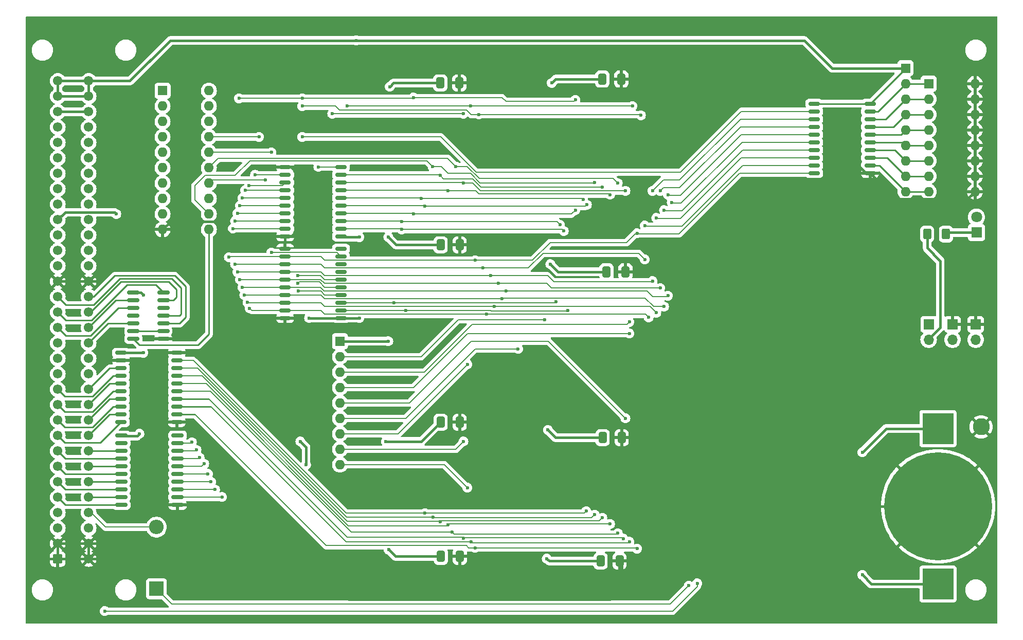
<source format=gbr>
G04 #@! TF.GenerationSoftware,KiCad,Pcbnew,8.0.9-8.0.9-0~ubuntu22.04.1*
G04 #@! TF.CreationDate,2025-03-29T10:12:52+01:00*
G04 #@! TF.ProjectId,CPU09RAM,43505530-3952-4414-9d2e-6b696361645f,rev?*
G04 #@! TF.SameCoordinates,Original*
G04 #@! TF.FileFunction,Copper,L2,Bot*
G04 #@! TF.FilePolarity,Positive*
%FSLAX46Y46*%
G04 Gerber Fmt 4.6, Leading zero omitted, Abs format (unit mm)*
G04 Created by KiCad (PCBNEW 8.0.9-8.0.9-0~ubuntu22.04.1) date 2025-03-29 10:12:52*
%MOMM*%
%LPD*%
G01*
G04 APERTURE LIST*
G04 Aperture macros list*
%AMRoundRect*
0 Rectangle with rounded corners*
0 $1 Rounding radius*
0 $2 $3 $4 $5 $6 $7 $8 $9 X,Y pos of 4 corners*
0 Add a 4 corners polygon primitive as box body*
4,1,4,$2,$3,$4,$5,$6,$7,$8,$9,$2,$3,0*
0 Add four circle primitives for the rounded corners*
1,1,$1+$1,$2,$3*
1,1,$1+$1,$4,$5*
1,1,$1+$1,$6,$7*
1,1,$1+$1,$8,$9*
0 Add four rect primitives between the rounded corners*
20,1,$1+$1,$2,$3,$4,$5,0*
20,1,$1+$1,$4,$5,$6,$7,0*
20,1,$1+$1,$6,$7,$8,$9,0*
20,1,$1+$1,$8,$9,$2,$3,0*%
G04 Aperture macros list end*
G04 #@! TA.AperFunction,ComponentPad*
%ADD10C,2.800000*%
G04 #@! TD*
G04 #@! TA.AperFunction,ComponentPad*
%ADD11R,1.700000X1.700000*%
G04 #@! TD*
G04 #@! TA.AperFunction,ComponentPad*
%ADD12O,1.700000X1.700000*%
G04 #@! TD*
G04 #@! TA.AperFunction,ComponentPad*
%ADD13R,1.600000X1.600000*%
G04 #@! TD*
G04 #@! TA.AperFunction,ComponentPad*
%ADD14O,1.600000X1.600000*%
G04 #@! TD*
G04 #@! TA.AperFunction,ComponentPad*
%ADD15R,1.800000X1.800000*%
G04 #@! TD*
G04 #@! TA.AperFunction,ComponentPad*
%ADD16C,1.800000*%
G04 #@! TD*
G04 #@! TA.AperFunction,ComponentPad*
%ADD17R,2.400000X2.400000*%
G04 #@! TD*
G04 #@! TA.AperFunction,ComponentPad*
%ADD18O,2.400000X2.400000*%
G04 #@! TD*
G04 #@! TA.AperFunction,ComponentPad*
%ADD19RoundRect,0.249999X0.525001X-0.525001X0.525001X0.525001X-0.525001X0.525001X-0.525001X-0.525001X0*%
G04 #@! TD*
G04 #@! TA.AperFunction,ComponentPad*
%ADD20C,1.550000*%
G04 #@! TD*
G04 #@! TA.AperFunction,SMDPad,CuDef*
%ADD21RoundRect,0.150000X0.800000X0.150000X-0.800000X0.150000X-0.800000X-0.150000X0.800000X-0.150000X0*%
G04 #@! TD*
G04 #@! TA.AperFunction,SMDPad,CuDef*
%ADD22RoundRect,0.150000X0.875000X0.150000X-0.875000X0.150000X-0.875000X-0.150000X0.875000X-0.150000X0*%
G04 #@! TD*
G04 #@! TA.AperFunction,SMDPad,CuDef*
%ADD23RoundRect,0.250000X-0.412500X-0.650000X0.412500X-0.650000X0.412500X0.650000X-0.412500X0.650000X0*%
G04 #@! TD*
G04 #@! TA.AperFunction,SMDPad,CuDef*
%ADD24RoundRect,0.150000X-0.800000X-0.150000X0.800000X-0.150000X0.800000X0.150000X-0.800000X0.150000X0*%
G04 #@! TD*
G04 #@! TA.AperFunction,SMDPad,CuDef*
%ADD25RoundRect,0.250000X0.400000X0.625000X-0.400000X0.625000X-0.400000X-0.625000X0.400000X-0.625000X0*%
G04 #@! TD*
G04 #@! TA.AperFunction,SMDPad,CuDef*
%ADD26R,5.100000X5.100000*%
G04 #@! TD*
G04 #@! TA.AperFunction,SMDPad,CuDef*
%ADD27C,17.800000*%
G04 #@! TD*
G04 #@! TA.AperFunction,SMDPad,CuDef*
%ADD28RoundRect,0.150000X0.825000X0.150000X-0.825000X0.150000X-0.825000X-0.150000X0.825000X-0.150000X0*%
G04 #@! TD*
G04 #@! TA.AperFunction,ViaPad*
%ADD29C,0.600000*%
G04 #@! TD*
G04 #@! TA.AperFunction,Conductor*
%ADD30C,0.400000*%
G04 #@! TD*
G04 #@! TA.AperFunction,Conductor*
%ADD31C,0.250000*%
G04 #@! TD*
G04 #@! TA.AperFunction,Conductor*
%ADD32C,0.200000*%
G04 #@! TD*
G04 APERTURE END LIST*
D10*
X217297000Y-117602000D03*
D11*
X216408000Y-100711000D03*
D12*
X216408000Y-103251000D03*
D11*
X212598000Y-100711000D03*
D12*
X212598000Y-103251000D03*
D13*
X82550000Y-62230000D03*
D14*
X82550000Y-64770000D03*
X82550000Y-67310000D03*
X82550000Y-69850000D03*
X82550000Y-72390000D03*
X82550000Y-74930000D03*
X82550000Y-77470000D03*
X82550000Y-80010000D03*
X82550000Y-82550000D03*
X82550000Y-85090000D03*
X90170000Y-85090000D03*
X90170000Y-82550000D03*
X90170000Y-80010000D03*
X90170000Y-77470000D03*
X90170000Y-74930000D03*
X90170000Y-72390000D03*
X90170000Y-69850000D03*
X90170000Y-67310000D03*
X90170000Y-64770000D03*
X90170000Y-62230000D03*
D15*
X216535000Y-85598000D03*
D16*
X216535000Y-83058000D03*
D17*
X81534000Y-144272000D03*
D18*
X81534000Y-134112000D03*
D13*
X208661000Y-61087000D03*
D14*
X208661000Y-63627000D03*
X208661000Y-66167000D03*
X208661000Y-68707000D03*
X208661000Y-71247000D03*
X208661000Y-73787000D03*
X208661000Y-76327000D03*
X208661000Y-78867000D03*
X216281000Y-78867000D03*
X216281000Y-76327000D03*
X216281000Y-73787000D03*
X216281000Y-71247000D03*
X216281000Y-68707000D03*
X216281000Y-66167000D03*
X216281000Y-63627000D03*
X216281000Y-61087000D03*
D13*
X204851000Y-58532000D03*
D14*
X204851000Y-61072000D03*
X204851000Y-63612000D03*
X204851000Y-66152000D03*
X204851000Y-68692000D03*
X204851000Y-71232000D03*
X204851000Y-73772000D03*
X204851000Y-76312000D03*
X204851000Y-78852000D03*
D19*
X65300000Y-139373000D03*
D20*
X65300000Y-136833000D03*
X65300000Y-134293000D03*
X65300000Y-131753000D03*
X65300000Y-129213000D03*
X65300000Y-126673000D03*
X65300000Y-124133000D03*
X65300000Y-121593000D03*
X65300000Y-119053000D03*
X65300000Y-116513000D03*
X65300000Y-113973000D03*
X65300000Y-111433000D03*
X65300000Y-108893000D03*
X65300000Y-106353000D03*
X65300000Y-103813000D03*
X65300000Y-101273000D03*
X65300000Y-98733000D03*
X65300000Y-96193000D03*
X65300000Y-93653000D03*
X65300000Y-91113000D03*
X65300000Y-88573000D03*
X65300000Y-86033000D03*
X65300000Y-83493000D03*
X65300000Y-80953000D03*
X65300000Y-78413000D03*
X65300000Y-75873000D03*
X65300000Y-73333000D03*
X65300000Y-70793000D03*
X65300000Y-68253000D03*
X65300000Y-65713000D03*
X65300000Y-63173000D03*
X65300000Y-60633000D03*
X70380000Y-139373000D03*
X70380000Y-136833000D03*
X70380000Y-134293000D03*
X70380000Y-131753000D03*
X70380000Y-129213000D03*
X70380000Y-126673000D03*
X70380000Y-124133000D03*
X70380000Y-121593000D03*
X70380000Y-119053000D03*
X70380000Y-116513000D03*
X70380000Y-113973000D03*
X70380000Y-111433000D03*
X70380000Y-108893000D03*
X70380000Y-106353000D03*
X70380000Y-103813000D03*
X70380000Y-101273000D03*
X70380000Y-98733000D03*
X70380000Y-96193000D03*
X70380000Y-93653000D03*
X70380000Y-91113000D03*
X70380000Y-88573000D03*
X70380000Y-86033000D03*
X70380000Y-83493000D03*
X70380000Y-80953000D03*
X70380000Y-78413000D03*
X70380000Y-75873000D03*
X70380000Y-73333000D03*
X70380000Y-70793000D03*
X70380000Y-68253000D03*
X70380000Y-65713000D03*
X70380000Y-63173000D03*
X70380000Y-60633000D03*
D13*
X111760000Y-103505000D03*
D14*
X111760000Y-106045000D03*
X111760000Y-108585000D03*
X111760000Y-111125000D03*
X111760000Y-113665000D03*
X111760000Y-116205000D03*
X111760000Y-118745000D03*
X111760000Y-121285000D03*
X111760000Y-123825000D03*
D11*
X208661000Y-100711000D03*
D12*
X208661000Y-103251000D03*
D21*
X84892000Y-105410000D03*
X84892000Y-106680000D03*
X84892000Y-107950000D03*
X84892000Y-109220000D03*
X84892000Y-110490000D03*
X84892000Y-111760000D03*
X84892000Y-113030000D03*
X84892000Y-114300000D03*
X84892000Y-115570000D03*
X84892000Y-116840000D03*
X75692000Y-116840000D03*
X75692000Y-115570000D03*
X75692000Y-114300000D03*
X75692000Y-113030000D03*
X75692000Y-111760000D03*
X75692000Y-110490000D03*
X75692000Y-109220000D03*
X75692000Y-107950000D03*
X75692000Y-106680000D03*
X75692000Y-105410000D03*
D22*
X85030598Y-119045828D03*
X85030598Y-120315828D03*
X85030598Y-121585828D03*
X85030598Y-122855828D03*
X85030598Y-124125828D03*
X85030598Y-125395828D03*
X85030598Y-126665828D03*
X85030598Y-127935828D03*
X85030598Y-129205828D03*
X85030598Y-130475828D03*
X75730598Y-130475828D03*
X75730598Y-129205828D03*
X75730598Y-127935828D03*
X75730598Y-126665828D03*
X75730598Y-125395828D03*
X75730598Y-124125828D03*
X75730598Y-122855828D03*
X75730598Y-121585828D03*
X75730598Y-120315828D03*
X75730598Y-119045828D03*
D23*
X154940000Y-60325000D03*
X158065000Y-60325000D03*
D24*
X102733624Y-86247398D03*
X102733624Y-84977398D03*
X102733624Y-83707398D03*
X102733624Y-82437398D03*
X102733624Y-81167398D03*
X102733624Y-79897398D03*
X102733624Y-78627398D03*
X102733624Y-77357398D03*
X102733624Y-76087398D03*
X102733624Y-74817398D03*
X111933624Y-74817398D03*
X111933624Y-76087398D03*
X111933624Y-77357398D03*
X111933624Y-78627398D03*
X111933624Y-79897398D03*
X111933624Y-81167398D03*
X111933624Y-82437398D03*
X111933624Y-83707398D03*
X111933624Y-84977398D03*
X111933624Y-86247398D03*
D25*
X211507000Y-85852000D03*
X208407000Y-85852000D03*
D23*
X154647500Y-139700000D03*
X157772500Y-139700000D03*
X154990000Y-119380000D03*
X158115000Y-119380000D03*
X128358500Y-138938000D03*
X131483500Y-138938000D03*
D24*
X102715000Y-99695000D03*
X102715000Y-98425000D03*
X102715000Y-97155000D03*
X102715000Y-95885000D03*
X102715000Y-94615000D03*
X102715000Y-93345000D03*
X102715000Y-92075000D03*
X102715000Y-90805000D03*
X102715000Y-89535000D03*
X102715000Y-88265000D03*
X111915000Y-88265000D03*
X111915000Y-89535000D03*
X111915000Y-90805000D03*
X111915000Y-92075000D03*
X111915000Y-93345000D03*
X111915000Y-94615000D03*
X111915000Y-95885000D03*
X111915000Y-97155000D03*
X111915000Y-98425000D03*
X111915000Y-99695000D03*
D26*
X210207244Y-143483000D03*
X210207244Y-117883000D03*
D27*
X210207244Y-130683000D03*
D23*
X128320000Y-116840000D03*
X131445000Y-116840000D03*
X155625000Y-92075000D03*
X158750000Y-92075000D03*
D21*
X199009000Y-64374000D03*
X199009000Y-65644000D03*
X199009000Y-66914000D03*
X199009000Y-68184000D03*
X199009000Y-69454000D03*
X199009000Y-70724000D03*
X199009000Y-71994000D03*
X199009000Y-73264000D03*
X199009000Y-74534000D03*
X199009000Y-75804000D03*
X189809000Y-75804000D03*
X189809000Y-74534000D03*
X189809000Y-73264000D03*
X189809000Y-71994000D03*
X189809000Y-70724000D03*
X189809000Y-69454000D03*
X189809000Y-68184000D03*
X189809000Y-66914000D03*
X189809000Y-65644000D03*
X189809000Y-64374000D03*
D23*
X128270000Y-60960000D03*
X131395000Y-60960000D03*
X128320000Y-87630000D03*
X131445000Y-87630000D03*
D28*
X82674000Y-95504000D03*
X82674000Y-96774000D03*
X82674000Y-98044000D03*
X82674000Y-99314000D03*
X82674000Y-100584000D03*
X82674000Y-101854000D03*
X82674000Y-103124000D03*
X77724000Y-103124000D03*
X77724000Y-101854000D03*
X77724000Y-100584000D03*
X77724000Y-99314000D03*
X77724000Y-98044000D03*
X77724000Y-96774000D03*
X77724000Y-95504000D03*
D29*
X114300000Y-105029000D03*
X210312000Y-138303000D03*
X67818000Y-129540000D03*
X117602000Y-74930000D03*
X166370000Y-61595000D03*
X214630000Y-125730000D03*
X92837000Y-82296000D03*
X113919000Y-101346000D03*
X67945000Y-80264000D03*
X68199000Y-95631000D03*
X114427000Y-107061000D03*
X68199000Y-71628000D03*
X68072000Y-66802000D03*
X92583000Y-64389000D03*
X202692000Y-130683000D03*
X67945000Y-132207000D03*
X114173000Y-109855000D03*
X112268000Y-55880000D03*
X67945000Y-108839000D03*
X139573000Y-138684000D03*
X106680000Y-78105000D03*
X201676000Y-109855000D03*
X107569000Y-79248000D03*
X166435000Y-118110000D03*
X101092000Y-65659000D03*
X218059000Y-130683000D03*
X179832000Y-126492000D03*
X117348000Y-125984000D03*
X117856000Y-71501000D03*
X200152000Y-92075000D03*
X89027000Y-89789000D03*
X68072000Y-61976000D03*
X193421000Y-126365000D03*
X118110000Y-104648000D03*
X102715000Y-99695000D03*
X180467000Y-57404000D03*
X68072000Y-113792000D03*
X100330000Y-51308000D03*
X182118000Y-81915000D03*
X82296000Y-106680000D03*
X67945000Y-87884000D03*
X67945000Y-105156000D03*
X114300000Y-112268000D03*
X80010000Y-53721000D03*
X118110000Y-107188000D03*
X96520000Y-57277000D03*
X74676000Y-64897000D03*
X194691000Y-72136000D03*
X67818000Y-126492000D03*
X139700000Y-62865000D03*
X196977000Y-80391000D03*
X67945000Y-138049000D03*
X115951000Y-143002000D03*
X166370000Y-139700006D03*
X114681000Y-122682000D03*
X68453000Y-143129000D03*
X215519000Y-135890000D03*
X180467000Y-142875000D03*
X91821000Y-91313000D03*
X117983000Y-109982000D03*
X117348000Y-67691000D03*
X193421000Y-143637000D03*
X67945000Y-118618000D03*
X98313000Y-86247398D03*
X117221000Y-117348000D03*
X100711000Y-135509000D03*
X82296000Y-105283000D03*
X91313000Y-105664000D03*
X117729000Y-112649000D03*
X92456000Y-86995000D03*
X82296000Y-130429000D03*
X67818000Y-91440000D03*
X91821000Y-100203000D03*
X67818000Y-111633000D03*
X103886000Y-135890000D03*
X86995000Y-83750000D03*
X113538000Y-71501000D03*
X117475000Y-86614000D03*
X82674000Y-103124000D03*
X114681000Y-130175000D03*
X82296000Y-116840000D03*
X205105000Y-135763000D03*
X181483000Y-110490000D03*
X67945000Y-116713000D03*
X88900000Y-96520000D03*
X67945000Y-121285000D03*
X92583000Y-74676000D03*
X206121000Y-125349000D03*
X170815000Y-65786000D03*
X117475000Y-88519000D03*
X117983000Y-122555000D03*
X85471000Y-51435000D03*
X210312000Y-123952000D03*
X117348000Y-120142000D03*
X67691000Y-135001000D03*
X140335000Y-117475000D03*
X117602000Y-61976000D03*
X114935000Y-114935000D03*
X139700000Y-87830000D03*
X102997000Y-71628000D03*
X166370000Y-87830000D03*
X80137000Y-122301000D03*
X107696000Y-84836000D03*
X68072000Y-84455000D03*
X67945000Y-56388000D03*
X113284000Y-67818000D03*
X96774000Y-65532000D03*
X79883000Y-128651000D03*
X100711000Y-141605000D03*
X117729000Y-114808000D03*
X92964000Y-71120000D03*
X117729000Y-56515000D03*
X68072000Y-76962000D03*
X67818000Y-124079000D03*
X88519000Y-136144000D03*
X178562000Y-96139000D03*
X114046000Y-117348000D03*
X103505000Y-141859000D03*
X67818000Y-64389000D03*
X92837000Y-78359000D03*
X210207244Y-130683000D03*
X110109000Y-143002000D03*
X67945000Y-101219000D03*
X114300000Y-120015000D03*
X96647000Y-71247000D03*
X112395000Y-51689000D03*
X68072000Y-98933000D03*
X118618000Y-101219000D03*
X98044000Y-99695000D03*
X145796000Y-139319000D03*
X119715000Y-86360000D03*
X119761000Y-137810000D03*
X119715000Y-103505000D03*
X146620000Y-60960000D03*
X119950000Y-61595000D03*
X145985000Y-118110000D03*
X146385000Y-90805000D03*
X119315000Y-120015000D03*
X114935000Y-99695000D03*
X106172000Y-123825000D03*
X105233000Y-120015000D03*
X114935000Y-86360000D03*
X106680000Y-99695000D03*
X79375000Y-105410000D03*
X78740000Y-118745000D03*
X79375000Y-95885000D03*
X189809000Y-64374000D03*
X114427000Y-53975000D03*
X74930000Y-82550000D03*
X133350002Y-136525000D03*
X133223000Y-64770000D03*
X112903000Y-64770000D03*
X159893006Y-64770000D03*
X159385000Y-136525008D03*
X157480000Y-135128000D03*
X130175001Y-134888999D03*
X154940000Y-78105000D03*
X128270000Y-76200000D03*
X152400000Y-81026000D03*
X125730000Y-81280000D03*
X138430000Y-96520000D03*
X96012000Y-95885000D03*
X165735000Y-79375000D03*
X165100000Y-97790000D03*
X90536000Y-126665828D03*
X96139000Y-78627398D03*
X148590000Y-85344000D03*
X121920000Y-85090000D03*
X132080000Y-77470000D03*
X158750000Y-78740000D03*
X132080000Y-135905000D03*
X158369000Y-136017000D03*
X110490000Y-66040000D03*
X132080000Y-66040000D03*
X145415000Y-99949000D03*
X127000000Y-74730000D03*
X153670000Y-77343000D03*
X156210000Y-133604000D03*
X129540000Y-133746000D03*
X123825000Y-82550000D03*
X150495000Y-81915000D03*
X135255000Y-91440000D03*
X161925000Y-84455000D03*
X94486000Y-90805000D03*
X88138000Y-121412000D03*
X94488000Y-83693000D03*
X161925000Y-90043000D03*
X121920000Y-83820000D03*
X147955000Y-84328000D03*
X128270000Y-133238000D03*
X154940000Y-132588000D03*
X163830000Y-98806000D03*
X164465000Y-78740000D03*
X137160000Y-97790000D03*
X96774000Y-77851000D03*
X96534219Y-97124631D03*
X91186000Y-127935828D03*
X105537000Y-64770000D03*
X133985000Y-137541000D03*
X134620000Y-66167000D03*
X161290000Y-66294000D03*
X160655000Y-137667996D03*
X137795000Y-93980000D03*
X95286000Y-93345000D03*
X89408000Y-123698000D03*
X95286000Y-81167398D03*
X164465000Y-94742000D03*
X165100000Y-81915000D03*
X149225000Y-98425000D03*
X122555000Y-98425000D03*
X130810000Y-74730000D03*
X157480000Y-77470000D03*
X129540000Y-78740000D03*
X156210000Y-79375000D03*
X93472000Y-89662000D03*
X160655000Y-85725000D03*
X87376000Y-120142000D03*
X133985000Y-90170000D03*
X94107000Y-84963000D03*
X120650000Y-97155000D03*
X147320000Y-97028000D03*
X127036689Y-132476000D03*
X153670000Y-132080000D03*
X125095000Y-80010000D03*
X151765000Y-80137000D03*
X135890000Y-99060000D03*
X163195000Y-78740000D03*
X162560000Y-99568000D03*
X97775000Y-76087398D03*
X92329000Y-129159000D03*
X96886000Y-98064991D03*
X123825000Y-63373000D03*
X105540000Y-63500000D03*
X150495000Y-63754000D03*
X95123000Y-63500000D03*
X165735000Y-96012000D03*
X95686000Y-94615000D03*
X139080000Y-95250000D03*
X95686000Y-79902766D03*
X166370000Y-80645000D03*
X90028000Y-125349000D03*
X152290569Y-131474431D03*
X125730000Y-131826000D03*
X163194998Y-93599002D03*
X136525000Y-92710000D03*
X94886000Y-92100764D03*
X88646000Y-122682000D03*
X163830000Y-83185000D03*
X94869000Y-82423000D03*
X159385000Y-100330000D03*
X159385000Y-102235000D03*
X158750000Y-116205000D03*
X141085000Y-104775000D03*
X132715000Y-107315000D03*
X132080000Y-120015000D03*
X132715000Y-127635000D03*
X169164000Y-143764000D03*
X75691995Y-120319871D03*
X170561000Y-143383000D03*
X73025000Y-147955000D03*
X98425000Y-69850000D03*
X99441000Y-76962000D03*
X100457006Y-88900000D03*
X100457000Y-72390000D03*
X84992000Y-119049881D03*
X105540000Y-69850000D03*
X111915000Y-88265000D03*
X108204000Y-74803000D03*
X104775000Y-92676000D03*
X104774996Y-93980000D03*
X104902000Y-95250000D03*
X197739000Y-121793000D03*
X197739000Y-141986000D03*
D30*
X158750000Y-92075000D02*
X162125000Y-92075000D01*
X208915000Y-130683000D02*
X202819000Y-130683000D01*
X84401000Y-136833000D02*
X70380000Y-136833000D01*
X65300000Y-93653000D02*
X70380000Y-93653000D01*
X166370000Y-88265000D02*
X166370000Y-87830000D01*
X70380000Y-93653000D02*
X71828000Y-93653000D01*
X102715000Y-99695000D02*
X98044000Y-99695000D01*
X106480000Y-139373000D02*
X110109000Y-143002000D01*
X158115000Y-119380000D02*
X165165000Y-119380000D01*
X158065000Y-60325000D02*
X165100000Y-60325000D01*
X65300000Y-139373000D02*
X70380000Y-139373000D01*
X175387006Y-130683000D02*
X166370000Y-139700006D01*
X84765000Y-105283000D02*
X84892000Y-105410000D01*
X166369994Y-139700000D02*
X166370000Y-139700006D01*
X91579339Y-83750000D02*
X94076737Y-86247398D01*
X94076737Y-86247398D02*
X98313000Y-86247398D01*
X158115000Y-144145000D02*
X156210000Y-146050000D01*
X139319000Y-138938000D02*
X139573000Y-138684000D01*
X131445000Y-87630000D02*
X139500000Y-87630000D01*
X139500000Y-87630000D02*
X139700000Y-87830000D01*
X156210000Y-146050000D02*
X155956000Y-146050000D01*
X162125000Y-92075000D02*
X166370000Y-87830000D01*
X82296000Y-105283000D02*
X84765000Y-105283000D01*
X131483500Y-138938000D02*
X139319000Y-138938000D01*
X65300000Y-136833000D02*
X65300000Y-139373000D01*
X210207244Y-130683000D02*
X208915000Y-130683000D01*
X131395000Y-139026500D02*
X131395000Y-144195000D01*
X82550000Y-85090000D02*
X83890000Y-83750000D01*
X80391000Y-85090000D02*
X82550000Y-85090000D01*
X131395000Y-144195000D02*
X129540000Y-146050000D01*
X83890000Y-83750000D02*
X86995000Y-83750000D01*
X131445000Y-116840000D02*
X139700000Y-116840000D01*
X155956000Y-146050000D02*
X129540000Y-146050000D01*
X139700000Y-116840000D02*
X140335000Y-117475000D01*
X71828000Y-93653000D02*
X80391000Y-85090000D01*
X70380000Y-139373000D02*
X106480000Y-139373000D01*
X85030598Y-130475828D02*
X85030598Y-136203402D01*
X113157000Y-146050000D02*
X110109000Y-143002000D01*
X165165000Y-119380000D02*
X166435000Y-118110000D01*
X198359000Y-75804000D02*
X194691000Y-72136000D01*
X104775000Y-80010000D02*
X104775000Y-85156021D01*
X104775000Y-75908775D02*
X104775000Y-80010000D01*
X70380000Y-136833000D02*
X70380000Y-139373000D01*
X86995000Y-83750000D02*
X91579339Y-83750000D01*
X102733624Y-86247398D02*
X102733624Y-88246376D01*
X65300000Y-136833000D02*
X70380000Y-136833000D01*
X102733624Y-74817398D02*
X103683623Y-74817398D01*
X129540000Y-146050000D02*
X113157000Y-146050000D01*
X199009000Y-75804000D02*
X198359000Y-75804000D01*
X84892000Y-116840000D02*
X82296000Y-116840000D01*
X103683623Y-74817398D02*
X104775000Y-75908775D01*
X102733624Y-86247398D02*
X98313000Y-86247398D01*
X131395000Y-60960000D02*
X137795000Y-60960000D01*
X103683623Y-86247398D02*
X102733624Y-86247398D01*
X104775000Y-85156021D02*
X103683623Y-86247398D01*
X158115000Y-140042500D02*
X158115000Y-144145000D01*
X215081000Y-80067000D02*
X216281000Y-78867000D01*
X199009000Y-75804000D02*
X203272000Y-80067000D01*
X203272000Y-80067000D02*
X215081000Y-80067000D01*
X106680000Y-78105000D02*
X104775000Y-80010000D01*
X157772500Y-139700000D02*
X166369994Y-139700000D01*
X202819000Y-130683000D02*
X175387006Y-130683000D01*
X82296000Y-130429000D02*
X84983770Y-130429000D01*
X75692000Y-106680000D02*
X82296000Y-106680000D01*
X137795000Y-60960000D02*
X139700000Y-62865000D01*
X165100000Y-60325000D02*
X166370000Y-61595000D01*
X85030598Y-136203402D02*
X84401000Y-136833000D01*
X146177000Y-139700000D02*
X145796000Y-139319000D01*
X154990000Y-119380000D02*
X147255000Y-119380000D01*
X154647500Y-139700000D02*
X146177000Y-139700000D01*
X128358500Y-138938000D02*
X120889000Y-138938000D01*
X111760000Y-103505000D02*
X119715000Y-103505000D01*
X120889000Y-138938000D02*
X119761000Y-137810000D01*
X147255000Y-60325000D02*
X146620000Y-60960000D01*
X128320000Y-116840000D02*
X125145000Y-120015000D01*
X155625000Y-92075000D02*
X147655000Y-92075000D01*
X128320000Y-87630000D02*
X120985000Y-87630000D01*
X154940000Y-60325000D02*
X147255000Y-60325000D01*
X125145000Y-120015000D02*
X119315000Y-120015000D01*
X128270000Y-60960000D02*
X120585000Y-60960000D01*
X147655000Y-92075000D02*
X146385000Y-90805000D01*
X120585000Y-60960000D02*
X119950000Y-61595000D01*
X120985000Y-87630000D02*
X119715000Y-86360000D01*
X147255000Y-119380000D02*
X145985000Y-118110000D01*
D31*
X70380000Y-119053000D02*
X73863000Y-115570000D01*
X73863000Y-115570000D02*
X75692000Y-115570000D01*
X75692000Y-129209881D02*
X70383119Y-129209881D01*
X75692000Y-124129881D02*
X70383119Y-124129881D01*
X66566881Y-125399881D02*
X65300000Y-124133000D01*
X75692000Y-125399881D02*
X66566881Y-125399881D01*
X77724000Y-96774000D02*
X74879000Y-96774000D01*
X74879000Y-96774000D02*
X70380000Y-101273000D01*
X74422000Y-114300000D02*
X75692000Y-114300000D01*
X65300000Y-116513000D02*
X66450000Y-117663000D01*
X66450000Y-117663000D02*
X71059000Y-117663000D01*
X71059000Y-117663000D02*
X74422000Y-114300000D01*
X75692000Y-126669881D02*
X70383119Y-126669881D01*
X77724000Y-100584000D02*
X73609000Y-100584000D01*
X73609000Y-100584000D02*
X70380000Y-103813000D01*
D30*
X65300000Y-65713000D02*
X70380000Y-65713000D01*
D31*
X199009000Y-64374000D02*
X204851000Y-58532000D01*
D30*
X78994000Y-95504000D02*
X79375000Y-95885000D01*
X106680000Y-99695000D02*
X111915000Y-99695000D01*
X65300000Y-60633000D02*
X65300000Y-63173000D01*
X114427000Y-53975000D02*
X188214000Y-53975000D01*
X77162000Y-60633000D02*
X83820000Y-53975000D01*
X70380000Y-60633000D02*
X70380000Y-63173000D01*
X112046226Y-86360000D02*
X111933624Y-86247398D01*
X78740000Y-118745000D02*
X78359000Y-119126000D01*
X65300000Y-63173000D02*
X70380000Y-63173000D01*
X188214000Y-53975000D02*
X192771000Y-58532000D01*
X114935000Y-86360000D02*
X112046226Y-86360000D01*
X77724000Y-95504000D02*
X78994000Y-95504000D01*
X106172000Y-123825000D02*
X106172000Y-120954000D01*
D31*
X199009000Y-64374000D02*
X189809000Y-64374000D01*
D30*
X78359000Y-119126000D02*
X75810770Y-119126000D01*
X114935000Y-99695000D02*
X111915000Y-99695000D01*
X106172000Y-120954000D02*
X105233000Y-120015000D01*
X192771000Y-58532000D02*
X204851000Y-58532000D01*
X65300000Y-60633000D02*
X70380000Y-60633000D01*
X83820000Y-53975000D02*
X114427000Y-53975000D01*
X70380000Y-60633000D02*
X77162000Y-60633000D01*
X79375000Y-105410000D02*
X75692000Y-105410000D01*
D31*
X75692000Y-110490000D02*
X73863000Y-110490000D01*
X73863000Y-110490000D02*
X70380000Y-113973000D01*
X82674000Y-95504000D02*
X81404000Y-94234000D01*
X70866000Y-100076000D02*
X66643000Y-100076000D01*
X76708000Y-94234000D02*
X70866000Y-100076000D01*
X81404000Y-94234000D02*
X76708000Y-94234000D01*
X66643000Y-100076000D02*
X65300000Y-98733000D01*
X75492894Y-93218000D02*
X71174894Y-97536000D01*
X84074000Y-93218000D02*
X75492894Y-93218000D01*
X85598000Y-94742000D02*
X84074000Y-93218000D01*
X85598000Y-99060000D02*
X85598000Y-94742000D01*
X66643000Y-97536000D02*
X65300000Y-96193000D01*
X82674000Y-99314000D02*
X85344000Y-99314000D01*
X71174894Y-97536000D02*
X66643000Y-97536000D01*
X85344000Y-99314000D02*
X85598000Y-99060000D01*
D32*
X81534000Y-134112000D02*
X73152000Y-134112000D01*
X73152000Y-134112000D02*
X70793000Y-131753000D01*
D31*
X73863000Y-113030000D02*
X70380000Y-116513000D01*
X75692000Y-113030000D02*
X73863000Y-113030000D01*
D30*
X74648000Y-82268000D02*
X66525000Y-82268000D01*
X66525000Y-82268000D02*
X65300000Y-83493000D01*
X74930000Y-82550000D02*
X74648000Y-82268000D01*
D31*
X73863000Y-107950000D02*
X70380000Y-111433000D01*
X75692000Y-107950000D02*
X73863000Y-107950000D01*
X75692000Y-127939881D02*
X66566881Y-127939881D01*
X66566881Y-127939881D02*
X65300000Y-126673000D01*
X66566881Y-122859881D02*
X65300000Y-121593000D01*
X75692000Y-122859881D02*
X66566881Y-122859881D01*
X84836000Y-96266000D02*
X84328000Y-96774000D01*
X83566000Y-93726000D02*
X84836000Y-94996000D01*
X84328000Y-96774000D02*
X82674000Y-96774000D01*
X84836000Y-94996000D02*
X84836000Y-96266000D01*
X70685000Y-98733000D02*
X75692000Y-93726000D01*
X75692000Y-93726000D02*
X83566000Y-93726000D01*
X75692000Y-130479881D02*
X66566881Y-130479881D01*
X66566881Y-130479881D02*
X65300000Y-129213000D01*
X65300000Y-113973000D02*
X66450000Y-115123000D01*
X71059000Y-115123000D02*
X74422000Y-111760000D01*
X66450000Y-115123000D02*
X71059000Y-115123000D01*
X74422000Y-111760000D02*
X75692000Y-111760000D01*
X66643000Y-102616000D02*
X65300000Y-101273000D01*
X75235346Y-98044000D02*
X70663346Y-102616000D01*
X70663346Y-102616000D02*
X66643000Y-102616000D01*
X77724000Y-98044000D02*
X75235346Y-98044000D01*
X71062894Y-112583000D02*
X74425894Y-109220000D01*
X65300000Y-111433000D02*
X66450000Y-112583000D01*
X66450000Y-112583000D02*
X71062894Y-112583000D01*
X74425894Y-109220000D02*
X75692000Y-109220000D01*
X75692000Y-121589881D02*
X70383119Y-121589881D01*
X71193000Y-96193000D02*
X74676000Y-92710000D01*
X86360000Y-99568000D02*
X85344000Y-100584000D01*
X70380000Y-96193000D02*
X71193000Y-96193000D01*
X74676000Y-92710000D02*
X84582000Y-92710000D01*
X86360000Y-94488000D02*
X86360000Y-99568000D01*
X84582000Y-92710000D02*
X86360000Y-94488000D01*
X85344000Y-100584000D02*
X82674000Y-100584000D01*
X65300000Y-119053000D02*
X66450000Y-120203000D01*
X66450000Y-120203000D02*
X72329000Y-120203000D01*
X72329000Y-120203000D02*
X75692000Y-116840000D01*
X199009000Y-70724000D02*
X204343000Y-70724000D01*
X204851000Y-71232000D02*
X208646000Y-71232000D01*
X204343000Y-70724000D02*
X204851000Y-71232000D01*
X201803000Y-73264000D02*
X204851000Y-76312000D01*
X199009000Y-73264000D02*
X201803000Y-73264000D01*
X204851000Y-76312000D02*
X208646000Y-76312000D01*
X204851000Y-63612000D02*
X208646000Y-63612000D01*
X201549000Y-66914000D02*
X204851000Y-63612000D01*
X199009000Y-66914000D02*
X201549000Y-66914000D01*
X204851000Y-61072000D02*
X208646000Y-61072000D01*
X199009000Y-65644000D02*
X200279000Y-65644000D01*
X200279000Y-65644000D02*
X204851000Y-61072000D01*
X199009000Y-68184000D02*
X202819000Y-68184000D01*
X202819000Y-68184000D02*
X204851000Y-66152000D01*
X204851000Y-66152000D02*
X208646000Y-66152000D01*
X199009000Y-69454000D02*
X204089000Y-69454000D01*
X204851000Y-68692000D02*
X208646000Y-68692000D01*
X204089000Y-69454000D02*
X204851000Y-68692000D01*
X204851000Y-78852000D02*
X208646000Y-78852000D01*
X200533000Y-74534000D02*
X204851000Y-78852000D01*
X199009000Y-74534000D02*
X200533000Y-74534000D01*
X199009000Y-71994000D02*
X203073000Y-71994000D01*
X203073000Y-71994000D02*
X204851000Y-73772000D01*
X204851000Y-73772000D02*
X208646000Y-73772000D01*
D32*
X112733015Y-136525000D02*
X133350002Y-136525000D01*
D31*
X84892000Y-114300000D02*
X90508015Y-114300000D01*
D32*
X133223000Y-64770000D02*
X159893006Y-64770000D01*
X112903000Y-64770000D02*
X133223000Y-64770000D01*
X133350002Y-136525000D02*
X133492002Y-136667000D01*
X90508015Y-114300000D02*
X112733015Y-136525000D01*
X159243008Y-136667000D02*
X159385000Y-136525008D01*
X133492002Y-136667000D02*
X159243008Y-136667000D01*
X130541002Y-135255000D02*
X157353000Y-135255000D01*
X113576255Y-134888999D02*
X130175001Y-134888999D01*
X90447256Y-111760000D02*
X113576255Y-134888999D01*
X130175001Y-134888999D02*
X130541002Y-135255000D01*
X84892000Y-111760000D02*
X90447256Y-111760000D01*
X157353000Y-135255000D02*
X157480000Y-135128000D01*
X111933624Y-76087398D02*
X128157398Y-76087398D01*
X133565314Y-76727000D02*
X134943314Y-78105000D01*
X128797000Y-76727000D02*
X133565314Y-76727000D01*
X128270000Y-76200000D02*
X128797000Y-76727000D01*
X128157398Y-76087398D02*
X128270000Y-76200000D01*
X134943314Y-78105000D02*
X154940000Y-78105000D01*
X125730000Y-81280000D02*
X152146000Y-81280000D01*
X152146000Y-81280000D02*
X152400000Y-81026000D01*
X111933624Y-81167398D02*
X125617398Y-81167398D01*
X125617398Y-81167398D02*
X125730000Y-81280000D01*
X102733624Y-78627398D02*
X96139000Y-78627398D01*
X109220000Y-96520000D02*
X108585000Y-95885000D01*
X108585000Y-95885000D02*
X102715000Y-95885000D01*
X177800000Y-69454000D02*
X167767000Y-79487000D01*
X189809000Y-69454000D02*
X177800000Y-69454000D01*
X167767000Y-79487000D02*
X165847000Y-79487000D01*
X138430000Y-96520000D02*
X109220000Y-96520000D01*
X102715000Y-95885000D02*
X96012000Y-95885000D01*
X161967686Y-96378000D02*
X163379686Y-97790000D01*
X138430000Y-96520000D02*
X138572000Y-96378000D01*
X165847000Y-79487000D02*
X165735000Y-79375000D01*
X138572000Y-96378000D02*
X161967686Y-96378000D01*
X85030598Y-126665828D02*
X90536000Y-126665828D01*
X163379686Y-97790000D02*
X165100000Y-97790000D01*
X121920000Y-85090000D02*
X148336000Y-85090000D01*
X121807398Y-84977398D02*
X121920000Y-85090000D01*
X111933624Y-84977398D02*
X121807398Y-84977398D01*
X148336000Y-85090000D02*
X148590000Y-85344000D01*
X132080000Y-77470000D02*
X133604000Y-77470000D01*
X111933624Y-77357398D02*
X131967398Y-77357398D01*
X133604000Y-77470000D02*
X134874000Y-78740000D01*
X131967398Y-77357398D02*
X132080000Y-77470000D01*
X134874000Y-78740000D02*
X158750000Y-78740000D01*
X158242000Y-135890000D02*
X132095000Y-135890000D01*
X112903000Y-135763000D02*
X131938000Y-135763000D01*
X158369000Y-136017000D02*
X158242000Y-135890000D01*
X131938000Y-135763000D02*
X132080000Y-135905000D01*
X110490000Y-66040000D02*
X132080000Y-66040000D01*
D31*
X90170000Y-113030000D02*
X84892000Y-113030000D01*
D32*
X132095000Y-135890000D02*
X132080000Y-135905000D01*
X90170000Y-113030000D02*
X112903000Y-135763000D01*
X131191000Y-99949000D02*
X145415000Y-99949000D01*
X125095000Y-106045000D02*
X131191000Y-99949000D01*
X111760000Y-106045000D02*
X125095000Y-106045000D01*
X127000000Y-74730000D02*
X128451000Y-74730000D01*
X90170000Y-82550000D02*
X87884000Y-80264000D01*
X126057000Y-73787000D02*
X127000000Y-74730000D01*
X89544365Y-76200000D02*
X94488000Y-76200000D01*
X128451000Y-74730000D02*
X129540000Y-75819000D01*
X153606500Y-77406500D02*
X153670000Y-77343000D01*
X134810500Y-77406500D02*
X153606500Y-77406500D01*
X133223000Y-75819000D02*
X134810500Y-77406500D01*
X94488000Y-76200000D02*
X96901000Y-73787000D01*
X87884000Y-77860365D02*
X89544365Y-76200000D01*
X87884000Y-80264000D02*
X87884000Y-77860365D01*
X129540000Y-75819000D02*
X133223000Y-75819000D01*
X96901000Y-73787000D02*
X126057000Y-73787000D01*
X113140942Y-133888000D02*
X129398000Y-133888000D01*
X84892000Y-110490000D02*
X89742942Y-110490000D01*
X89742942Y-110490000D02*
X113140942Y-133888000D01*
X156210000Y-133604000D02*
X129682000Y-133604000D01*
X129682000Y-133604000D02*
X129540000Y-133746000D01*
X129398000Y-133888000D02*
X129540000Y-133746000D01*
X123825000Y-82550000D02*
X149860000Y-82550000D01*
X149860000Y-82550000D02*
X150495000Y-81915000D01*
X111933624Y-82437398D02*
X123712398Y-82437398D01*
X123712398Y-82437398D02*
X123825000Y-82550000D01*
X160909000Y-89027000D02*
X161925000Y-90043000D01*
X162037000Y-84567000D02*
X161925000Y-84455000D01*
X102733624Y-83707398D02*
X94502398Y-83707398D01*
X135255000Y-91440000D02*
X109220000Y-91440000D01*
X135255000Y-91440000D02*
X142748000Y-91440000D01*
X142748000Y-91440000D02*
X145161000Y-89027000D01*
X145161000Y-89027000D02*
X160909000Y-89027000D01*
X102715000Y-90805000D02*
X94486000Y-90805000D01*
X87964172Y-121585828D02*
X88138000Y-121412000D01*
X189809000Y-74534000D02*
X178054000Y-74534000D01*
X94502398Y-83707398D02*
X94488000Y-83693000D01*
X109220000Y-91440000D02*
X108585000Y-90805000D01*
X178054000Y-74534000D02*
X168021000Y-84567000D01*
X108585000Y-90805000D02*
X102715000Y-90805000D01*
X168021000Y-84567000D02*
X162037000Y-84567000D01*
X85030598Y-121585828D02*
X87964172Y-121585828D01*
X111933624Y-83707398D02*
X121807398Y-83707398D01*
X121920000Y-83820000D02*
X147447000Y-83820000D01*
X147447000Y-83820000D02*
X147955000Y-84328000D01*
X121807398Y-83707398D02*
X121920000Y-83820000D01*
X112944628Y-133126000D02*
X128158000Y-133126000D01*
X128412000Y-133096000D02*
X128270000Y-133238000D01*
X154940000Y-132588000D02*
X154432000Y-133096000D01*
X84892000Y-109220000D02*
X89038628Y-109220000D01*
X89038628Y-109220000D02*
X112944628Y-133126000D01*
X128158000Y-133126000D02*
X128270000Y-133238000D01*
X154432000Y-133096000D02*
X128412000Y-133096000D01*
X167640000Y-78217000D02*
X164988000Y-78217000D01*
X108585000Y-97155000D02*
X102715000Y-97155000D01*
X96564588Y-97155000D02*
X96534219Y-97124631D01*
X137160000Y-97790000D02*
X162814000Y-97790000D01*
X102240022Y-77851000D02*
X96774000Y-77851000D01*
X177673000Y-68184000D02*
X167640000Y-78217000D01*
X102715000Y-97155000D02*
X96564588Y-97155000D01*
X164988000Y-78217000D02*
X164465000Y-78740000D01*
X85030598Y-127935828D02*
X91186000Y-127935828D01*
X162814000Y-97790000D02*
X163830000Y-98806000D01*
X137160000Y-97790000D02*
X109220000Y-97790000D01*
X189809000Y-68184000D02*
X177673000Y-68184000D01*
X102733624Y-77357398D02*
X102240022Y-77851000D01*
X109220000Y-97790000D02*
X108585000Y-97155000D01*
X133985000Y-137541000D02*
X160528004Y-137541000D01*
X134620000Y-66167000D02*
X161163000Y-66167000D01*
X109474000Y-137160000D02*
X132557761Y-137160000D01*
D31*
X87884000Y-115570000D02*
X84892000Y-115570000D01*
D32*
X132938761Y-137541000D02*
X133985000Y-137541000D01*
X105537000Y-64770000D02*
X110998000Y-64770000D01*
X160528004Y-137541000D02*
X160655000Y-137667996D01*
X87884000Y-115570000D02*
X109474000Y-137160000D01*
X133350000Y-66167000D02*
X134620000Y-66167000D01*
X132557761Y-137160000D02*
X132938761Y-137541000D01*
X110998000Y-64770000D02*
X111633000Y-65405000D01*
X161163000Y-66167000D02*
X161290000Y-66294000D01*
X111633000Y-65405000D02*
X132588000Y-65405000D01*
X132588000Y-65405000D02*
X133350000Y-66167000D01*
X102733624Y-81167398D02*
X95286000Y-81167398D01*
X137795000Y-93980000D02*
X145796000Y-93980000D01*
X109220000Y-93980000D02*
X108566000Y-93326000D01*
X102715000Y-93345000D02*
X95286000Y-93345000D01*
X137795000Y-93980000D02*
X109220000Y-93980000D01*
X146558000Y-94742000D02*
X164465000Y-94742000D01*
X108566000Y-93326000D02*
X102734000Y-93326000D01*
X145796000Y-93980000D02*
X146558000Y-94742000D01*
X168021000Y-82027000D02*
X165212000Y-82027000D01*
X85030598Y-124125828D02*
X88980172Y-124125828D01*
X178054000Y-71994000D02*
X168021000Y-82027000D01*
X88980172Y-124125828D02*
X89408000Y-123698000D01*
X189809000Y-71994000D02*
X178054000Y-71994000D01*
X165212000Y-82027000D02*
X165100000Y-81915000D01*
X136525000Y-98425000D02*
X136652000Y-98552000D01*
X136652000Y-98552000D02*
X149098000Y-98552000D01*
X122555000Y-98425000D02*
X136525000Y-98425000D01*
X149098000Y-98552000D02*
X149225000Y-98425000D01*
X111915000Y-98425000D02*
X122555000Y-98425000D01*
X130810000Y-74730000D02*
X132699686Y-74730000D01*
X129467000Y-73387000D02*
X130810000Y-74730000D01*
X90170000Y-74930000D02*
X91713000Y-73387000D01*
X156703000Y-76693000D02*
X157480000Y-77470000D01*
X132699686Y-74730000D02*
X134662686Y-76693000D01*
X91713000Y-73387000D02*
X129467000Y-73387000D01*
X134662686Y-76693000D02*
X156703000Y-76693000D01*
X134112000Y-78740000D02*
X134620000Y-79248000D01*
X129540000Y-78740000D02*
X134112000Y-78740000D01*
X156083000Y-79248000D02*
X156210000Y-79375000D01*
X134620000Y-79248000D02*
X156083000Y-79248000D01*
X129427398Y-78627398D02*
X129540000Y-78740000D01*
X111933624Y-78627398D02*
X129427398Y-78627398D01*
X94121398Y-84977398D02*
X94107000Y-84963000D01*
X109220000Y-90170000D02*
X108585000Y-89535000D01*
X160767000Y-85837000D02*
X160655000Y-85725000D01*
X93599000Y-89535000D02*
X93472000Y-89662000D01*
X102733624Y-84977398D02*
X94121398Y-84977398D01*
X160401000Y-85725000D02*
X160655000Y-85725000D01*
X108585000Y-89535000D02*
X102715000Y-89535000D01*
X177546000Y-75804000D02*
X167513000Y-85837000D01*
X87202172Y-120315828D02*
X85030598Y-120315828D01*
X158877000Y-87249000D02*
X160401000Y-85725000D01*
X146373314Y-87249000D02*
X158877000Y-87249000D01*
X102715000Y-89535000D02*
X93599000Y-89535000D01*
X87376000Y-120142000D02*
X87202172Y-120315828D01*
X167513000Y-85837000D02*
X160767000Y-85837000D01*
X133985000Y-90170000D02*
X109220000Y-90170000D01*
X133985000Y-90170000D02*
X143452314Y-90170000D01*
X143452314Y-90170000D02*
X146373314Y-87249000D01*
X189809000Y-75804000D02*
X177546000Y-75804000D01*
X120650000Y-97155000D02*
X147193000Y-97155000D01*
X147193000Y-97155000D02*
X147320000Y-97028000D01*
X111915000Y-97155000D02*
X120650000Y-97155000D01*
X88334314Y-107950000D02*
X112860314Y-132476000D01*
X84892000Y-107950000D02*
X88334314Y-107950000D01*
X153162000Y-132588000D02*
X127148689Y-132588000D01*
X153670000Y-132080000D02*
X153162000Y-132588000D01*
X112860314Y-132476000D02*
X127036689Y-132476000D01*
X127148689Y-132588000D02*
X127036689Y-132476000D01*
X111933624Y-79897398D02*
X124982398Y-79897398D01*
X125095000Y-80010000D02*
X151638000Y-80010000D01*
X124982398Y-79897398D02*
X125095000Y-80010000D01*
X151638000Y-80010000D02*
X151765000Y-80137000D01*
X109220000Y-99060000D02*
X108585000Y-98425000D01*
X162052000Y-99060000D02*
X162560000Y-99568000D01*
X189809000Y-66914000D02*
X177673000Y-66914000D01*
X135890000Y-99060000D02*
X109220000Y-99060000D01*
X97246009Y-98425000D02*
X96886000Y-98064991D01*
X85030598Y-129205828D02*
X92282172Y-129205828D01*
X135890000Y-99060000D02*
X162052000Y-99060000D01*
X108585000Y-98425000D02*
X102715000Y-98425000D01*
X164988000Y-76947000D02*
X163195000Y-78740000D01*
X92282172Y-129205828D02*
X92329000Y-129159000D01*
X177673000Y-66914000D02*
X167640000Y-76947000D01*
X102715000Y-98425000D02*
X97246009Y-98425000D01*
X167640000Y-76947000D02*
X164988000Y-76947000D01*
X102733624Y-76087398D02*
X97775000Y-76087398D01*
X123698000Y-63500000D02*
X123825000Y-63373000D01*
X105540000Y-63500000D02*
X123698000Y-63500000D01*
X138430000Y-63373000D02*
X139065000Y-64008000D01*
X139065000Y-64008000D02*
X150241000Y-64008000D01*
X95123000Y-63500000D02*
X105540000Y-63500000D01*
X150241000Y-64008000D02*
X150495000Y-63754000D01*
X123825000Y-63373000D02*
X138430000Y-63373000D01*
X167894000Y-80757000D02*
X166482000Y-80757000D01*
X163195000Y-96139000D02*
X165608000Y-96139000D01*
X102733624Y-79897398D02*
X95691368Y-79897398D01*
X109150685Y-95250000D02*
X139080000Y-95250000D01*
X139080000Y-95250000D02*
X162306000Y-95250000D01*
X89981172Y-125395828D02*
X90028000Y-125349000D01*
X102715000Y-94615000D02*
X108515685Y-94615000D01*
X177927000Y-70724000D02*
X167894000Y-80757000D01*
X95691368Y-79897398D02*
X95686000Y-79902766D01*
X165608000Y-96139000D02*
X165735000Y-96012000D01*
X166482000Y-80757000D02*
X166370000Y-80645000D01*
X108515685Y-94615000D02*
X109150685Y-95250000D01*
X102715000Y-94615000D02*
X95686000Y-94615000D01*
X85030598Y-125395828D02*
X89981172Y-125395828D01*
X189809000Y-70724000D02*
X177927000Y-70724000D01*
X162306000Y-95250000D02*
X163195000Y-96139000D01*
X87630000Y-106680000D02*
X112776000Y-131826000D01*
X84892000Y-106680000D02*
X87630000Y-106680000D01*
X125730000Y-131826000D02*
X151939000Y-131826000D01*
X151939000Y-131826000D02*
X152290569Y-131474431D01*
X112776000Y-131826000D02*
X125730000Y-131826000D01*
X88646000Y-122682000D02*
X88472172Y-122855828D01*
X167767000Y-83297000D02*
X163942000Y-83297000D01*
X145923000Y-92710000D02*
X146939000Y-93726000D01*
X94883398Y-82437398D02*
X94869000Y-82423000D01*
X102733624Y-82437398D02*
X94883398Y-82437398D01*
X108585000Y-92075000D02*
X102715000Y-92075000D01*
X102715000Y-92075000D02*
X94911764Y-92075000D01*
X189809000Y-73264000D02*
X177800000Y-73264000D01*
X163942000Y-83297000D02*
X163830000Y-83185000D01*
X109220000Y-92710000D02*
X108585000Y-92075000D01*
X146939000Y-93726000D02*
X163068000Y-93726000D01*
X88472172Y-122855828D02*
X85030598Y-122855828D01*
X136525000Y-92710000D02*
X145923000Y-92710000D01*
X177800000Y-73264000D02*
X167767000Y-83297000D01*
X94911764Y-92075000D02*
X94886000Y-92100764D01*
X136525000Y-92710000D02*
X109220000Y-92710000D01*
X163068000Y-93726000D02*
X163194998Y-93599002D01*
X158985000Y-100730000D02*
X159385000Y-100330000D01*
X125660685Y-108585000D02*
X133515685Y-100730000D01*
X111760000Y-108585000D02*
X125660685Y-108585000D01*
X133515685Y-100730000D02*
X158985000Y-100730000D01*
X132715000Y-102235000D02*
X159385000Y-102235000D01*
X111760000Y-111125000D02*
X123825000Y-111125000D01*
X123825000Y-111125000D02*
X132715000Y-102235000D01*
X123190000Y-113665000D02*
X133350000Y-103505000D01*
X133350000Y-103505000D02*
X146050000Y-103505000D01*
X111760000Y-113665000D02*
X123190000Y-113665000D01*
X146050000Y-103505000D02*
X158750000Y-116205000D01*
X111760000Y-116205000D02*
X122555000Y-116205000D01*
X133985000Y-104775000D02*
X141085000Y-104775000D01*
X122555000Y-116205000D02*
X133985000Y-104775000D01*
X121285000Y-118745000D02*
X132715000Y-107315000D01*
X111760000Y-118745000D02*
X121285000Y-118745000D01*
X130810000Y-121285000D02*
X132080000Y-120015000D01*
X111760000Y-121285000D02*
X130810000Y-121285000D01*
X111760000Y-123825000D02*
X128905000Y-123825000D01*
X128905000Y-123825000D02*
X132715000Y-127635000D01*
X81534000Y-144272000D02*
X84055000Y-146793000D01*
X84055000Y-146793000D02*
X166135000Y-146793000D01*
X166135000Y-146793000D02*
X169164000Y-143764000D01*
D30*
X211761000Y-85598000D02*
X211507000Y-85852000D01*
X216535000Y-85598000D02*
X211761000Y-85598000D01*
D32*
X73025000Y-147955000D02*
X166497002Y-147955000D01*
D30*
X208661000Y-103124000D02*
X208661000Y-103251000D01*
D32*
X170561000Y-143891002D02*
X170561000Y-143383000D01*
D30*
X210566000Y-101219000D02*
X208661000Y-103124000D01*
X208407000Y-88138000D02*
X210566000Y-90297000D01*
X210566000Y-90297000D02*
X210566000Y-101219000D01*
X208407000Y-85852000D02*
X208407000Y-88138000D01*
D32*
X166497002Y-147955000D02*
X170561000Y-143891002D01*
D31*
X88392000Y-104140000D02*
X90170000Y-102362000D01*
X77724000Y-103124000D02*
X78740000Y-104140000D01*
X90170000Y-102362000D02*
X90170000Y-85090000D01*
X78740000Y-104140000D02*
X88392000Y-104140000D01*
X77724000Y-101854000D02*
X82674000Y-101854000D01*
D32*
X90170000Y-69850000D02*
X98425000Y-69850000D01*
X90678000Y-76962000D02*
X99441000Y-76962000D01*
X90170000Y-77470000D02*
X90678000Y-76962000D01*
X90170000Y-72390000D02*
X100457000Y-72390000D01*
X111915000Y-89535000D02*
X111280000Y-88900000D01*
X111280000Y-88900000D02*
X100457006Y-88900000D01*
X134212371Y-75677000D02*
X128385371Y-69850000D01*
X189809000Y-65644000D02*
X177800000Y-65644000D01*
X128385371Y-69850000D02*
X105540000Y-69850000D01*
X177800000Y-65644000D02*
X167767000Y-75677000D01*
X167767000Y-75677000D02*
X134212371Y-75677000D01*
X108218398Y-74817398D02*
X108204000Y-74803000D01*
X111933624Y-74817398D02*
X108218398Y-74817398D01*
X108551000Y-92676000D02*
X104775000Y-92676000D01*
X109220000Y-93345000D02*
X108551000Y-92676000D01*
X111915000Y-93345000D02*
X109220000Y-93345000D01*
X105028996Y-93726000D02*
X104774996Y-93980000D01*
X111915000Y-94615000D02*
X109220000Y-94615000D01*
X109220000Y-94615000D02*
X108331000Y-93726000D01*
X108331000Y-93726000D02*
X105028996Y-93726000D01*
X111915000Y-95885000D02*
X109220000Y-95885000D01*
X108585000Y-95250000D02*
X104902000Y-95250000D01*
X109220000Y-95885000D02*
X108585000Y-95250000D01*
D30*
X210207244Y-143483000D02*
X199236000Y-143483000D01*
X201649000Y-117883000D02*
X197739000Y-121793000D01*
X199236000Y-143483000D02*
X197739000Y-141986000D01*
X210207244Y-117883000D02*
X201649000Y-117883000D01*
G04 #@! TA.AperFunction,Conductor*
G36*
X69134471Y-128593066D02*
G01*
X69180226Y-128645870D01*
X69190170Y-128715028D01*
X69179815Y-128749785D01*
X69169296Y-128772342D01*
X69169294Y-128772347D01*
X69111172Y-128989265D01*
X69111170Y-128989275D01*
X69091597Y-129212999D01*
X69091597Y-129213000D01*
X69111170Y-129436724D01*
X69111172Y-129436734D01*
X69169294Y-129653652D01*
X69169296Y-129653658D01*
X69169297Y-129653660D01*
X69169298Y-129653662D01*
X69176906Y-129669978D01*
X69187397Y-129739056D01*
X69158876Y-129802839D01*
X69100399Y-129841078D01*
X69064523Y-129846381D01*
X66880647Y-129846381D01*
X66813608Y-129826696D01*
X66792966Y-129810062D01*
X66587923Y-129605019D01*
X66554438Y-129543696D01*
X66555829Y-129485244D01*
X66568829Y-129436729D01*
X66588403Y-129213000D01*
X66568829Y-128989271D01*
X66510703Y-128772340D01*
X66500184Y-128749783D01*
X66489694Y-128680707D01*
X66518214Y-128616923D01*
X66576691Y-128578684D01*
X66612568Y-128573381D01*
X66629274Y-128573381D01*
X69067432Y-128573381D01*
X69134471Y-128593066D01*
G37*
G04 #@! TD.AperFunction*
G04 #@! TA.AperFunction,Conductor*
G36*
X69134471Y-126053066D02*
G01*
X69180226Y-126105870D01*
X69190170Y-126175028D01*
X69179815Y-126209785D01*
X69169296Y-126232342D01*
X69169294Y-126232347D01*
X69111172Y-126449265D01*
X69111170Y-126449275D01*
X69091597Y-126672999D01*
X69091597Y-126673000D01*
X69111170Y-126896724D01*
X69111172Y-126896734D01*
X69169294Y-127113652D01*
X69169296Y-127113658D01*
X69169297Y-127113660D01*
X69169298Y-127113662D01*
X69176906Y-127129978D01*
X69187397Y-127199056D01*
X69158876Y-127262839D01*
X69100399Y-127301078D01*
X69064523Y-127306381D01*
X66880647Y-127306381D01*
X66813608Y-127286696D01*
X66792966Y-127270062D01*
X66587923Y-127065019D01*
X66554438Y-127003696D01*
X66555829Y-126945244D01*
X66568829Y-126896729D01*
X66588403Y-126673000D01*
X66568829Y-126449271D01*
X66510703Y-126232340D01*
X66500184Y-126209783D01*
X66489694Y-126140707D01*
X66518214Y-126076923D01*
X66576691Y-126038684D01*
X66612568Y-126033381D01*
X69067432Y-126033381D01*
X69134471Y-126053066D01*
G37*
G04 #@! TD.AperFunction*
G04 #@! TA.AperFunction,Conductor*
G36*
X69134471Y-123513066D02*
G01*
X69180226Y-123565870D01*
X69190170Y-123635028D01*
X69179815Y-123669785D01*
X69169296Y-123692342D01*
X69169294Y-123692347D01*
X69111172Y-123909265D01*
X69111170Y-123909275D01*
X69091597Y-124132999D01*
X69091597Y-124133000D01*
X69111170Y-124356724D01*
X69111172Y-124356734D01*
X69169294Y-124573652D01*
X69169296Y-124573658D01*
X69169297Y-124573660D01*
X69169298Y-124573662D01*
X69176906Y-124589978D01*
X69187397Y-124659056D01*
X69158876Y-124722839D01*
X69100399Y-124761078D01*
X69064523Y-124766381D01*
X66880647Y-124766381D01*
X66813608Y-124746696D01*
X66792966Y-124730062D01*
X66587923Y-124525019D01*
X66554438Y-124463696D01*
X66555829Y-124405244D01*
X66568829Y-124356729D01*
X66588403Y-124133000D01*
X66568829Y-123909271D01*
X66510703Y-123692340D01*
X66500184Y-123669783D01*
X66489694Y-123600707D01*
X66518214Y-123536923D01*
X66576691Y-123498684D01*
X66612568Y-123493381D01*
X69067432Y-123493381D01*
X69134471Y-123513066D01*
G37*
G04 #@! TD.AperFunction*
G04 #@! TA.AperFunction,Conductor*
G36*
X69188974Y-120856185D02*
G01*
X69234729Y-120908989D01*
X69244673Y-120978147D01*
X69234317Y-121012903D01*
X69213793Y-121056918D01*
X69169298Y-121152338D01*
X69169294Y-121152347D01*
X69111172Y-121369265D01*
X69111170Y-121369275D01*
X69091597Y-121592999D01*
X69091597Y-121593000D01*
X69111170Y-121816724D01*
X69111172Y-121816734D01*
X69169294Y-122033652D01*
X69169296Y-122033658D01*
X69169297Y-122033660D01*
X69169298Y-122033662D01*
X69176906Y-122049978D01*
X69187397Y-122119056D01*
X69158876Y-122182839D01*
X69100399Y-122221078D01*
X69064523Y-122226381D01*
X66880647Y-122226381D01*
X66813608Y-122206696D01*
X66792966Y-122190062D01*
X66587923Y-121985019D01*
X66554438Y-121923696D01*
X66555829Y-121865244D01*
X66568829Y-121816729D01*
X66588403Y-121593000D01*
X66568829Y-121369271D01*
X66510703Y-121152340D01*
X66445682Y-121012904D01*
X66435191Y-120943827D01*
X66463711Y-120880043D01*
X66522187Y-120841804D01*
X66558065Y-120836500D01*
X69121935Y-120836500D01*
X69188974Y-120856185D01*
G37*
G04 #@! TD.AperFunction*
G04 #@! TA.AperFunction,Conductor*
G36*
X118618469Y-119373185D02*
G01*
X118664224Y-119425989D01*
X118674168Y-119495147D01*
X118656424Y-119543472D01*
X118581958Y-119661982D01*
X118521782Y-119833953D01*
X118521781Y-119833958D01*
X118501384Y-120014996D01*
X118501384Y-120015003D01*
X118521781Y-120196041D01*
X118521782Y-120196046D01*
X118554763Y-120290300D01*
X118576611Y-120352738D01*
X118581958Y-120368017D01*
X118656424Y-120486528D01*
X118675424Y-120553764D01*
X118655056Y-120620600D01*
X118601789Y-120665814D01*
X118551430Y-120676500D01*
X112995858Y-120676500D01*
X112928819Y-120656815D01*
X112894284Y-120623624D01*
X112766197Y-120440699D01*
X112604304Y-120278806D01*
X112604300Y-120278802D01*
X112416749Y-120147477D01*
X112405003Y-120142000D01*
X112373655Y-120127382D01*
X112321215Y-120081210D01*
X112302063Y-120014017D01*
X112322278Y-119947136D01*
X112373655Y-119902618D01*
X112376882Y-119901112D01*
X112416749Y-119882523D01*
X112604300Y-119751198D01*
X112766198Y-119589300D01*
X112857135Y-119459429D01*
X112894284Y-119406376D01*
X112948861Y-119362751D01*
X112995858Y-119353500D01*
X118551430Y-119353500D01*
X118618469Y-119373185D01*
G37*
G04 #@! TD.AperFunction*
G04 #@! TA.AperFunction,Conductor*
G36*
X69188974Y-118316185D02*
G01*
X69234729Y-118368989D01*
X69244673Y-118438147D01*
X69234317Y-118472903D01*
X69183444Y-118582001D01*
X69169298Y-118612338D01*
X69169294Y-118612347D01*
X69111172Y-118829265D01*
X69111170Y-118829275D01*
X69091597Y-119052999D01*
X69091597Y-119053000D01*
X69111170Y-119276724D01*
X69111172Y-119276734D01*
X69147793Y-119413407D01*
X69146130Y-119483257D01*
X69106967Y-119541119D01*
X69042738Y-119568623D01*
X69028018Y-119569500D01*
X66763767Y-119569500D01*
X66696728Y-119549815D01*
X66676086Y-119533181D01*
X66587923Y-119445018D01*
X66554438Y-119383695D01*
X66555828Y-119325245D01*
X66568829Y-119276729D01*
X66588403Y-119053000D01*
X66568829Y-118829271D01*
X66516823Y-118635181D01*
X66510705Y-118612347D01*
X66510704Y-118612346D01*
X66510703Y-118612340D01*
X66445682Y-118472904D01*
X66435191Y-118403827D01*
X66463711Y-118340043D01*
X66522187Y-118301804D01*
X66558065Y-118296500D01*
X69121935Y-118296500D01*
X69188974Y-118316185D01*
G37*
G04 #@! TD.AperFunction*
G04 #@! TA.AperFunction,Conductor*
G36*
X122123628Y-116833185D02*
G01*
X122169383Y-116885989D01*
X122179327Y-116955147D01*
X122150302Y-117018703D01*
X122144270Y-117025181D01*
X121069270Y-118100181D01*
X121007947Y-118133666D01*
X120981589Y-118136500D01*
X112995858Y-118136500D01*
X112928819Y-118116815D01*
X112894284Y-118083624D01*
X112787683Y-117931384D01*
X112766198Y-117900700D01*
X112604300Y-117738802D01*
X112416749Y-117607477D01*
X112406545Y-117602719D01*
X112373655Y-117587382D01*
X112321215Y-117541210D01*
X112302063Y-117474017D01*
X112322278Y-117407136D01*
X112373655Y-117362618D01*
X112376882Y-117361112D01*
X112416749Y-117342523D01*
X112604300Y-117211198D01*
X112766198Y-117049300D01*
X112867226Y-116905018D01*
X112894284Y-116866376D01*
X112948861Y-116822751D01*
X112995858Y-116813500D01*
X122056589Y-116813500D01*
X122123628Y-116833185D01*
G37*
G04 #@! TD.AperFunction*
G04 #@! TA.AperFunction,Conductor*
G36*
X69188974Y-115776185D02*
G01*
X69234729Y-115828989D01*
X69244673Y-115898147D01*
X69234317Y-115932903D01*
X69213793Y-115976918D01*
X69169298Y-116072338D01*
X69169294Y-116072347D01*
X69111172Y-116289265D01*
X69111170Y-116289275D01*
X69091597Y-116512999D01*
X69091597Y-116513000D01*
X69111170Y-116736724D01*
X69111172Y-116736734D01*
X69147793Y-116873407D01*
X69146130Y-116943257D01*
X69106967Y-117001119D01*
X69042738Y-117028623D01*
X69028018Y-117029500D01*
X66763767Y-117029500D01*
X66696728Y-117009815D01*
X66676086Y-116993181D01*
X66587923Y-116905018D01*
X66554438Y-116843695D01*
X66555828Y-116785245D01*
X66568829Y-116736729D01*
X66588403Y-116513000D01*
X66568829Y-116289271D01*
X66510703Y-116072340D01*
X66445682Y-115932904D01*
X66435191Y-115863827D01*
X66463711Y-115800043D01*
X66522187Y-115761804D01*
X66558065Y-115756500D01*
X69121935Y-115756500D01*
X69188974Y-115776185D01*
G37*
G04 #@! TD.AperFunction*
G04 #@! TA.AperFunction,Conductor*
G36*
X123379041Y-114264689D02*
G01*
X123436904Y-114303851D01*
X123464409Y-114368079D01*
X123452823Y-114436982D01*
X123428967Y-114470483D01*
X122339270Y-115560181D01*
X122277947Y-115593666D01*
X122251589Y-115596500D01*
X112995858Y-115596500D01*
X112928819Y-115576815D01*
X112894284Y-115543624D01*
X112766197Y-115360699D01*
X112604304Y-115198806D01*
X112604300Y-115198802D01*
X112416749Y-115067477D01*
X112373655Y-115047382D01*
X112321215Y-115001210D01*
X112302063Y-114934017D01*
X112322278Y-114867136D01*
X112373655Y-114822618D01*
X112376882Y-114821112D01*
X112416749Y-114802523D01*
X112604300Y-114671198D01*
X112766198Y-114509300D01*
X112840450Y-114403257D01*
X112894284Y-114326376D01*
X112948861Y-114282751D01*
X112995858Y-114273500D01*
X123270109Y-114273500D01*
X123270110Y-114273500D01*
X123270111Y-114273500D01*
X123309193Y-114263028D01*
X123379041Y-114264689D01*
G37*
G04 #@! TD.AperFunction*
G04 #@! TA.AperFunction,Conductor*
G36*
X69188974Y-113236185D02*
G01*
X69234729Y-113288989D01*
X69244673Y-113358147D01*
X69234317Y-113392903D01*
X69213793Y-113436918D01*
X69169298Y-113532338D01*
X69169294Y-113532347D01*
X69111172Y-113749265D01*
X69111170Y-113749275D01*
X69091597Y-113972999D01*
X69091597Y-113973000D01*
X69111170Y-114196724D01*
X69111172Y-114196734D01*
X69147793Y-114333407D01*
X69146130Y-114403257D01*
X69106967Y-114461119D01*
X69042738Y-114488623D01*
X69028018Y-114489500D01*
X66763767Y-114489500D01*
X66696728Y-114469815D01*
X66676086Y-114453181D01*
X66587923Y-114365018D01*
X66554438Y-114303695D01*
X66555828Y-114245245D01*
X66568829Y-114196729D01*
X66588403Y-113973000D01*
X66568829Y-113749271D01*
X66510703Y-113532340D01*
X66445682Y-113392904D01*
X66435191Y-113323827D01*
X66463711Y-113260043D01*
X66522187Y-113221804D01*
X66558065Y-113216500D01*
X69121935Y-113216500D01*
X69188974Y-113236185D01*
G37*
G04 #@! TD.AperFunction*
G04 #@! TA.AperFunction,Conductor*
G36*
X124014041Y-111724689D02*
G01*
X124071904Y-111763851D01*
X124099409Y-111828079D01*
X124087823Y-111896982D01*
X124063967Y-111930483D01*
X122974270Y-113020181D01*
X122912947Y-113053666D01*
X122886589Y-113056500D01*
X112995858Y-113056500D01*
X112928819Y-113036815D01*
X112894284Y-113003624D01*
X112766197Y-112820699D01*
X112604304Y-112658806D01*
X112604300Y-112658802D01*
X112416749Y-112527477D01*
X112373655Y-112507382D01*
X112321215Y-112461210D01*
X112302063Y-112394017D01*
X112322278Y-112327136D01*
X112373655Y-112282618D01*
X112376882Y-112281112D01*
X112416749Y-112262523D01*
X112604300Y-112131198D01*
X112766198Y-111969300D01*
X112840450Y-111863257D01*
X112894284Y-111786376D01*
X112948861Y-111742751D01*
X112995858Y-111733500D01*
X123905109Y-111733500D01*
X123905110Y-111733500D01*
X123905111Y-111733500D01*
X123944193Y-111723028D01*
X124014041Y-111724689D01*
G37*
G04 #@! TD.AperFunction*
G04 #@! TA.AperFunction,Conductor*
G36*
X69107651Y-103269185D02*
G01*
X69153406Y-103321989D01*
X69163350Y-103391147D01*
X69160387Y-103405593D01*
X69111172Y-103589265D01*
X69111170Y-103589275D01*
X69091597Y-103812999D01*
X69091597Y-103813000D01*
X69111170Y-104036724D01*
X69111172Y-104036734D01*
X69169294Y-104253652D01*
X69169296Y-104253656D01*
X69169297Y-104253660D01*
X69208392Y-104337500D01*
X69264209Y-104457201D01*
X69324870Y-104543833D01*
X69393026Y-104641169D01*
X69551831Y-104799974D01*
X69684251Y-104892696D01*
X69735798Y-104928790D01*
X69825499Y-104970618D01*
X69877938Y-105016790D01*
X69897090Y-105083984D01*
X69876874Y-105150865D01*
X69825499Y-105195382D01*
X69735799Y-105237209D01*
X69613064Y-105323149D01*
X69551831Y-105366026D01*
X69551829Y-105366027D01*
X69551826Y-105366030D01*
X69393030Y-105524826D01*
X69264209Y-105708799D01*
X69169298Y-105912338D01*
X69169294Y-105912347D01*
X69111172Y-106129265D01*
X69111170Y-106129275D01*
X69091597Y-106352999D01*
X69091597Y-106353000D01*
X69111170Y-106576724D01*
X69111172Y-106576734D01*
X69169294Y-106793652D01*
X69169296Y-106793656D01*
X69169297Y-106793660D01*
X69175853Y-106807719D01*
X69264209Y-106997201D01*
X69329327Y-107090198D01*
X69393026Y-107181169D01*
X69551831Y-107339974D01*
X69676662Y-107427382D01*
X69735798Y-107468790D01*
X69825499Y-107510618D01*
X69877938Y-107556790D01*
X69897090Y-107623984D01*
X69876874Y-107690865D01*
X69825499Y-107735382D01*
X69735799Y-107777209D01*
X69613064Y-107863149D01*
X69551831Y-107906026D01*
X69551829Y-107906027D01*
X69551826Y-107906030D01*
X69393030Y-108064826D01*
X69393027Y-108064829D01*
X69393026Y-108064831D01*
X69362647Y-108108217D01*
X69264209Y-108248799D01*
X69169298Y-108452338D01*
X69169294Y-108452347D01*
X69111172Y-108669265D01*
X69111170Y-108669275D01*
X69091597Y-108892999D01*
X69091597Y-108893000D01*
X69111170Y-109116724D01*
X69111172Y-109116734D01*
X69169294Y-109333652D01*
X69169296Y-109333656D01*
X69169297Y-109333660D01*
X69199627Y-109398703D01*
X69264209Y-109537201D01*
X69331706Y-109633596D01*
X69393026Y-109721169D01*
X69551831Y-109879974D01*
X69627832Y-109933191D01*
X69735798Y-110008790D01*
X69825499Y-110050618D01*
X69877938Y-110096790D01*
X69897090Y-110163984D01*
X69876874Y-110230865D01*
X69825499Y-110275382D01*
X69735799Y-110317209D01*
X69613064Y-110403149D01*
X69551831Y-110446026D01*
X69551829Y-110446027D01*
X69551826Y-110446030D01*
X69393030Y-110604826D01*
X69264209Y-110788799D01*
X69169298Y-110992338D01*
X69169294Y-110992347D01*
X69111172Y-111209265D01*
X69111170Y-111209275D01*
X69091597Y-111432999D01*
X69091597Y-111433000D01*
X69111170Y-111656724D01*
X69111172Y-111656734D01*
X69147793Y-111793407D01*
X69146130Y-111863257D01*
X69106967Y-111921119D01*
X69042738Y-111948623D01*
X69028018Y-111949500D01*
X66763767Y-111949500D01*
X66696728Y-111929815D01*
X66676086Y-111913181D01*
X66587923Y-111825018D01*
X66554438Y-111763695D01*
X66555828Y-111705245D01*
X66568829Y-111656729D01*
X66588403Y-111433000D01*
X66568829Y-111209271D01*
X66510703Y-110992340D01*
X66415790Y-110788799D01*
X66286974Y-110604831D01*
X66128169Y-110446026D01*
X65944202Y-110317210D01*
X65854500Y-110275381D01*
X65802061Y-110229210D01*
X65782909Y-110162017D01*
X65803124Y-110095135D01*
X65854501Y-110050618D01*
X65944202Y-110008790D01*
X66128169Y-109879974D01*
X66286974Y-109721169D01*
X66415790Y-109537202D01*
X66510703Y-109333660D01*
X66568829Y-109116729D01*
X66588403Y-108893000D01*
X66568829Y-108669271D01*
X66510703Y-108452340D01*
X66415790Y-108248799D01*
X66286974Y-108064831D01*
X66128169Y-107906026D01*
X65944202Y-107777210D01*
X65854500Y-107735381D01*
X65802061Y-107689210D01*
X65782909Y-107622017D01*
X65803124Y-107555135D01*
X65854501Y-107510618D01*
X65944202Y-107468790D01*
X66128169Y-107339974D01*
X66286974Y-107181169D01*
X66415790Y-106997202D01*
X66510703Y-106793660D01*
X66568829Y-106576729D01*
X66588403Y-106353000D01*
X66568829Y-106129271D01*
X66510703Y-105912340D01*
X66415790Y-105708799D01*
X66286974Y-105524831D01*
X66128169Y-105366026D01*
X65944202Y-105237210D01*
X65926505Y-105228958D01*
X65865906Y-105200700D01*
X65854500Y-105195381D01*
X65802061Y-105149210D01*
X65782909Y-105082017D01*
X65803124Y-105015135D01*
X65854501Y-104970618D01*
X65944202Y-104928790D01*
X66128169Y-104799974D01*
X66286974Y-104641169D01*
X66415790Y-104457202D01*
X66510703Y-104253660D01*
X66568829Y-104036729D01*
X66588403Y-103813000D01*
X66587130Y-103798455D01*
X66568829Y-103589275D01*
X66568829Y-103589271D01*
X66519613Y-103405592D01*
X66521276Y-103335743D01*
X66560439Y-103277881D01*
X66624667Y-103250377D01*
X66639388Y-103249500D01*
X69040612Y-103249500D01*
X69107651Y-103269185D01*
G37*
G04 #@! TD.AperFunction*
G04 #@! TA.AperFunction,Conductor*
G36*
X124663628Y-109213185D02*
G01*
X124709383Y-109265989D01*
X124719327Y-109335147D01*
X124690302Y-109398703D01*
X124684270Y-109405181D01*
X123609270Y-110480181D01*
X123547947Y-110513666D01*
X123521589Y-110516500D01*
X112995858Y-110516500D01*
X112928819Y-110496815D01*
X112894284Y-110463624D01*
X112766197Y-110280699D01*
X112604304Y-110118806D01*
X112604300Y-110118802D01*
X112416749Y-109987477D01*
X112373655Y-109967382D01*
X112321215Y-109921210D01*
X112302063Y-109854017D01*
X112322278Y-109787136D01*
X112373655Y-109742618D01*
X112376882Y-109741112D01*
X112416749Y-109722523D01*
X112604300Y-109591198D01*
X112766198Y-109429300D01*
X112840117Y-109323733D01*
X112894284Y-109246376D01*
X112948861Y-109202751D01*
X112995858Y-109193500D01*
X124596589Y-109193500D01*
X124663628Y-109213185D01*
G37*
G04 #@! TD.AperFunction*
G04 #@! TA.AperFunction,Conductor*
G36*
X132595313Y-100577185D02*
G01*
X132641068Y-100629989D01*
X132651012Y-100699147D01*
X132621987Y-100762703D01*
X132615955Y-100769181D01*
X125444955Y-107940181D01*
X125383632Y-107973666D01*
X125357274Y-107976500D01*
X112995858Y-107976500D01*
X112928819Y-107956815D01*
X112894284Y-107923624D01*
X112766197Y-107740699D01*
X112604304Y-107578806D01*
X112604300Y-107578802D01*
X112416749Y-107447477D01*
X112373655Y-107427382D01*
X112321215Y-107381210D01*
X112302063Y-107314017D01*
X112322278Y-107247136D01*
X112373655Y-107202618D01*
X112385484Y-107197102D01*
X112416749Y-107182523D01*
X112604300Y-107051198D01*
X112766198Y-106889300D01*
X112834709Y-106791456D01*
X112894284Y-106706376D01*
X112948861Y-106662751D01*
X112995858Y-106653500D01*
X125175109Y-106653500D01*
X125175110Y-106653500D01*
X125175111Y-106653500D01*
X125284703Y-106624135D01*
X125329873Y-106612032D01*
X125468627Y-106531922D01*
X131406730Y-100593819D01*
X131468053Y-100560334D01*
X131494411Y-100557500D01*
X132528274Y-100557500D01*
X132595313Y-100577185D01*
G37*
G04 #@! TD.AperFunction*
G04 #@! TA.AperFunction,Conductor*
G36*
X114065174Y-54702506D02*
G01*
X114073985Y-54708043D01*
X114245953Y-54768217D01*
X114245958Y-54768218D01*
X114426996Y-54788616D01*
X114427000Y-54788616D01*
X114427004Y-54788616D01*
X114608041Y-54768218D01*
X114608044Y-54768217D01*
X114608047Y-54768217D01*
X114780015Y-54708043D01*
X114788825Y-54702506D01*
X114854799Y-54683500D01*
X187869167Y-54683500D01*
X187936206Y-54703185D01*
X187956848Y-54719819D01*
X192319353Y-59082325D01*
X192319356Y-59082328D01*
X192435398Y-59159864D01*
X192435399Y-59159865D01*
X192488804Y-59181985D01*
X192488806Y-59181986D01*
X192488807Y-59181986D01*
X192564338Y-59213273D01*
X192587177Y-59217816D01*
X192681741Y-59236626D01*
X192692859Y-59238837D01*
X192701218Y-59240500D01*
X192701219Y-59240500D01*
X202947233Y-59240500D01*
X203014272Y-59260185D01*
X203060027Y-59312989D01*
X203069971Y-59382147D01*
X203040946Y-59445703D01*
X203034914Y-59452181D01*
X198957915Y-63529181D01*
X198896592Y-63562666D01*
X198870234Y-63565500D01*
X198142492Y-63565500D01*
X198105170Y-63568437D01*
X198105164Y-63568438D01*
X197945403Y-63614853D01*
X197945398Y-63614855D01*
X197802196Y-63699544D01*
X197802187Y-63699551D01*
X197797558Y-63704181D01*
X197736235Y-63737666D01*
X197709877Y-63740500D01*
X191108123Y-63740500D01*
X191041084Y-63720815D01*
X191020442Y-63704181D01*
X191015812Y-63699551D01*
X191015803Y-63699544D01*
X190872601Y-63614855D01*
X190872596Y-63614853D01*
X190712835Y-63568438D01*
X190712829Y-63568437D01*
X190675507Y-63565500D01*
X190675502Y-63565500D01*
X189861368Y-63565500D01*
X189847484Y-63564720D01*
X189809002Y-63560384D01*
X189808998Y-63560384D01*
X189770516Y-63564720D01*
X189756632Y-63565500D01*
X188942492Y-63565500D01*
X188905170Y-63568437D01*
X188905164Y-63568438D01*
X188745403Y-63614853D01*
X188745398Y-63614855D01*
X188602196Y-63699544D01*
X188602187Y-63699551D01*
X188484551Y-63817187D01*
X188484544Y-63817196D01*
X188399855Y-63960398D01*
X188399853Y-63960403D01*
X188353438Y-64120164D01*
X188353437Y-64120170D01*
X188350500Y-64157492D01*
X188350500Y-64590507D01*
X188353437Y-64627829D01*
X188353438Y-64627835D01*
X188399853Y-64787596D01*
X188399855Y-64787601D01*
X188435799Y-64848379D01*
X188452982Y-64916103D01*
X188430822Y-64982366D01*
X188376356Y-65026129D01*
X188329067Y-65035500D01*
X177719887Y-65035500D01*
X177671547Y-65048452D01*
X177671548Y-65048453D01*
X177565126Y-65076968D01*
X177565125Y-65076969D01*
X177426376Y-65157075D01*
X177426371Y-65157079D01*
X167551270Y-75032181D01*
X167489947Y-75065666D01*
X167463589Y-75068500D01*
X134515782Y-75068500D01*
X134448743Y-75048815D01*
X134428101Y-75032181D01*
X128759000Y-69363080D01*
X128758998Y-69363078D01*
X128689621Y-69323023D01*
X128620245Y-69282968D01*
X128509893Y-69253400D01*
X128509891Y-69253399D01*
X128465483Y-69241500D01*
X128465482Y-69241500D01*
X106125293Y-69241500D01*
X106058254Y-69221815D01*
X106047977Y-69214445D01*
X106047277Y-69213886D01*
X105893017Y-69116958D01*
X105893016Y-69116957D01*
X105893015Y-69116957D01*
X105838693Y-69097949D01*
X105721046Y-69056782D01*
X105721041Y-69056781D01*
X105540004Y-69036384D01*
X105539996Y-69036384D01*
X105358958Y-69056781D01*
X105358953Y-69056782D01*
X105186982Y-69116958D01*
X105032718Y-69213889D01*
X104903889Y-69342718D01*
X104806958Y-69496982D01*
X104746782Y-69668953D01*
X104746781Y-69668958D01*
X104726384Y-69849996D01*
X104726384Y-69850003D01*
X104746781Y-70031041D01*
X104746782Y-70031046D01*
X104806958Y-70203017D01*
X104900783Y-70352338D01*
X104903889Y-70357281D01*
X105032719Y-70486111D01*
X105186985Y-70583043D01*
X105358953Y-70643217D01*
X105358958Y-70643218D01*
X105539996Y-70663616D01*
X105540000Y-70663616D01*
X105540004Y-70663616D01*
X105721041Y-70643218D01*
X105721044Y-70643217D01*
X105721047Y-70643217D01*
X105893015Y-70583043D01*
X106047281Y-70486111D01*
X106047286Y-70486105D01*
X106047977Y-70485555D01*
X106048515Y-70485335D01*
X106053177Y-70482406D01*
X106053690Y-70483222D01*
X106112663Y-70459145D01*
X106125293Y-70458500D01*
X128081960Y-70458500D01*
X128148999Y-70478185D01*
X128169641Y-70494819D01*
X131584641Y-73909819D01*
X131618126Y-73971142D01*
X131613142Y-74040834D01*
X131571270Y-74096767D01*
X131505806Y-74121184D01*
X131496960Y-74121500D01*
X131395293Y-74121500D01*
X131328254Y-74101815D01*
X131317977Y-74094445D01*
X131317277Y-74093886D01*
X131163016Y-73996957D01*
X131029111Y-73950102D01*
X130991047Y-73936783D01*
X130991046Y-73936782D01*
X130991041Y-73936781D01*
X130906007Y-73927200D01*
X130841593Y-73900133D01*
X130832210Y-73891661D01*
X129840629Y-72900080D01*
X129840627Y-72900078D01*
X129735258Y-72839243D01*
X129701875Y-72819969D01*
X129701874Y-72819968D01*
X129701873Y-72819968D01*
X129624491Y-72799234D01*
X129624490Y-72799233D01*
X129567844Y-72784055D01*
X129547111Y-72778500D01*
X129547110Y-72778500D01*
X101352388Y-72778500D01*
X101285349Y-72758815D01*
X101239594Y-72706011D01*
X101229650Y-72636853D01*
X101235347Y-72613545D01*
X101250215Y-72571054D01*
X101250218Y-72571041D01*
X101270616Y-72390003D01*
X101270616Y-72389996D01*
X101250218Y-72208958D01*
X101250217Y-72208953D01*
X101233756Y-72161910D01*
X101190043Y-72036985D01*
X101093111Y-71882719D01*
X100964281Y-71753889D01*
X100931441Y-71733254D01*
X100810017Y-71656958D01*
X100810016Y-71656957D01*
X100810015Y-71656957D01*
X100725486Y-71627379D01*
X100638046Y-71596782D01*
X100638041Y-71596781D01*
X100457004Y-71576384D01*
X100456996Y-71576384D01*
X100275958Y-71596781D01*
X100275953Y-71596782D01*
X100103982Y-71656958D01*
X99949722Y-71753886D01*
X99949023Y-71754445D01*
X99948484Y-71754664D01*
X99943823Y-71757594D01*
X99943309Y-71756777D01*
X99884337Y-71780855D01*
X99871707Y-71781500D01*
X91405858Y-71781500D01*
X91338819Y-71761815D01*
X91304284Y-71728624D01*
X91200497Y-71580403D01*
X91176198Y-71545700D01*
X91014300Y-71383802D01*
X90826749Y-71252477D01*
X90815003Y-71247000D01*
X90783655Y-71232382D01*
X90731215Y-71186210D01*
X90712063Y-71119017D01*
X90732278Y-71052136D01*
X90783655Y-71007618D01*
X90797002Y-71001394D01*
X90826749Y-70987523D01*
X91014300Y-70856198D01*
X91176198Y-70694300D01*
X91263742Y-70569275D01*
X91304284Y-70511376D01*
X91358861Y-70467751D01*
X91405858Y-70458500D01*
X97839707Y-70458500D01*
X97906746Y-70478185D01*
X97917023Y-70485555D01*
X97917722Y-70486113D01*
X97951756Y-70507498D01*
X98071985Y-70583043D01*
X98243953Y-70643217D01*
X98243958Y-70643218D01*
X98424996Y-70663616D01*
X98425000Y-70663616D01*
X98425004Y-70663616D01*
X98606041Y-70643218D01*
X98606044Y-70643217D01*
X98606047Y-70643217D01*
X98778015Y-70583043D01*
X98932281Y-70486111D01*
X99061111Y-70357281D01*
X99158043Y-70203015D01*
X99218217Y-70031047D01*
X99218537Y-70028210D01*
X99238616Y-69850003D01*
X99238616Y-69849996D01*
X99218218Y-69668958D01*
X99218217Y-69668953D01*
X99201756Y-69621910D01*
X99158043Y-69496985D01*
X99061111Y-69342719D01*
X98932281Y-69213889D01*
X98899441Y-69193254D01*
X98778017Y-69116958D01*
X98778016Y-69116957D01*
X98778015Y-69116957D01*
X98723693Y-69097949D01*
X98606046Y-69056782D01*
X98606041Y-69056781D01*
X98425004Y-69036384D01*
X98424996Y-69036384D01*
X98243958Y-69056781D01*
X98243953Y-69056782D01*
X98071982Y-69116958D01*
X97917722Y-69213886D01*
X97917023Y-69214445D01*
X97916484Y-69214664D01*
X97911823Y-69217594D01*
X97911309Y-69216777D01*
X97852337Y-69240855D01*
X97839707Y-69241500D01*
X91405858Y-69241500D01*
X91338819Y-69221815D01*
X91304284Y-69188624D01*
X91200497Y-69040403D01*
X91176198Y-69005700D01*
X91014300Y-68843802D01*
X90826749Y-68712477D01*
X90815003Y-68707000D01*
X90783655Y-68692382D01*
X90731215Y-68646210D01*
X90712063Y-68579017D01*
X90732278Y-68512136D01*
X90783655Y-68467618D01*
X90797002Y-68461394D01*
X90826749Y-68447523D01*
X91014300Y-68316198D01*
X91176198Y-68154300D01*
X91307523Y-67966749D01*
X91404284Y-67759243D01*
X91463543Y-67538087D01*
X91483498Y-67310000D01*
X91482372Y-67297135D01*
X91471060Y-67167831D01*
X91463543Y-67081913D01*
X91404284Y-66860757D01*
X91391442Y-66833218D01*
X91363382Y-66773041D01*
X91307523Y-66653251D01*
X91176198Y-66465700D01*
X91014300Y-66303802D01*
X90826749Y-66172477D01*
X90815003Y-66167000D01*
X90783655Y-66152382D01*
X90731215Y-66106210D01*
X90712063Y-66039017D01*
X90732278Y-65972136D01*
X90783655Y-65927618D01*
X90797002Y-65921394D01*
X90826749Y-65907523D01*
X91014300Y-65776198D01*
X91176198Y-65614300D01*
X91307523Y-65426749D01*
X91404284Y-65219243D01*
X91463543Y-64998087D01*
X91483498Y-64770000D01*
X91482372Y-64757135D01*
X91471060Y-64627831D01*
X91463543Y-64541913D01*
X91404284Y-64320757D01*
X91404015Y-64320181D01*
X91349358Y-64202968D01*
X91307523Y-64113251D01*
X91176198Y-63925700D01*
X91014300Y-63763802D01*
X90826749Y-63632477D01*
X90815003Y-63627000D01*
X90783655Y-63612382D01*
X90731215Y-63566210D01*
X90712342Y-63499996D01*
X94309384Y-63499996D01*
X94309384Y-63500003D01*
X94329781Y-63681041D01*
X94329782Y-63681046D01*
X94364896Y-63781394D01*
X94385433Y-63840087D01*
X94389958Y-63853017D01*
X94467725Y-63976782D01*
X94486889Y-64007281D01*
X94615719Y-64136111D01*
X94769985Y-64233043D01*
X94929304Y-64288791D01*
X94941953Y-64293217D01*
X94941958Y-64293218D01*
X95122996Y-64313616D01*
X95123000Y-64313616D01*
X95123004Y-64313616D01*
X95304041Y-64293218D01*
X95304044Y-64293217D01*
X95304047Y-64293217D01*
X95476015Y-64233043D01*
X95630281Y-64136111D01*
X95630286Y-64136105D01*
X95630977Y-64135555D01*
X95631515Y-64135335D01*
X95636177Y-64132406D01*
X95636690Y-64133222D01*
X95695663Y-64109145D01*
X95708293Y-64108500D01*
X104773430Y-64108500D01*
X104840469Y-64128185D01*
X104886224Y-64180989D01*
X104896168Y-64250147D01*
X104878424Y-64298472D01*
X104803958Y-64416982D01*
X104743782Y-64588953D01*
X104743781Y-64588958D01*
X104723384Y-64769996D01*
X104723384Y-64770003D01*
X104743781Y-64951041D01*
X104743782Y-64951046D01*
X104803958Y-65123017D01*
X104897783Y-65272338D01*
X104900889Y-65277281D01*
X105029719Y-65406111D01*
X105183985Y-65503043D01*
X105322588Y-65551542D01*
X105355953Y-65563217D01*
X105355958Y-65563218D01*
X105536996Y-65583616D01*
X105537000Y-65583616D01*
X105537004Y-65583616D01*
X105718041Y-65563218D01*
X105718044Y-65563217D01*
X105718047Y-65563217D01*
X105890015Y-65503043D01*
X106044281Y-65406111D01*
X106044286Y-65406105D01*
X106044977Y-65405555D01*
X106045515Y-65405335D01*
X106050177Y-65402406D01*
X106050690Y-65403222D01*
X106109663Y-65379145D01*
X106122293Y-65378500D01*
X109726430Y-65378500D01*
X109793469Y-65398185D01*
X109839224Y-65450989D01*
X109849168Y-65520147D01*
X109831424Y-65568472D01*
X109756958Y-65686982D01*
X109696782Y-65858953D01*
X109696781Y-65858958D01*
X109676384Y-66039996D01*
X109676384Y-66040003D01*
X109696781Y-66221041D01*
X109696782Y-66221046D01*
X109726334Y-66305500D01*
X109752433Y-66380087D01*
X109756958Y-66393017D01*
X109832856Y-66513808D01*
X109853889Y-66547281D01*
X109982719Y-66676111D01*
X110136985Y-66773043D01*
X110296304Y-66828791D01*
X110308953Y-66833217D01*
X110308958Y-66833218D01*
X110489996Y-66853616D01*
X110490000Y-66853616D01*
X110490004Y-66853616D01*
X110671041Y-66833218D01*
X110671044Y-66833217D01*
X110671047Y-66833217D01*
X110843015Y-66773043D01*
X110997281Y-66676111D01*
X110997286Y-66676105D01*
X110997977Y-66675555D01*
X110998515Y-66675335D01*
X111003177Y-66672406D01*
X111003690Y-66673222D01*
X111062663Y-66649145D01*
X111075293Y-66648500D01*
X131494707Y-66648500D01*
X131561746Y-66668185D01*
X131572023Y-66675555D01*
X131572722Y-66676113D01*
X131606756Y-66697498D01*
X131726985Y-66773043D01*
X131886304Y-66828791D01*
X131898953Y-66833217D01*
X131898958Y-66833218D01*
X132079996Y-66853616D01*
X132080000Y-66853616D01*
X132080004Y-66853616D01*
X132261041Y-66833218D01*
X132261044Y-66833217D01*
X132261047Y-66833217D01*
X132433015Y-66773043D01*
X132587281Y-66676111D01*
X132705243Y-66558148D01*
X132766562Y-66524666D01*
X132836254Y-66529650D01*
X132880602Y-66558151D01*
X132976373Y-66653922D01*
X132976374Y-66653923D01*
X132976376Y-66653924D01*
X133014807Y-66676112D01*
X133051849Y-66697498D01*
X133115128Y-66734032D01*
X133269889Y-66775500D01*
X133269890Y-66775500D01*
X133430110Y-66775500D01*
X134034707Y-66775500D01*
X134101746Y-66795185D01*
X134112023Y-66802555D01*
X134112717Y-66803109D01*
X134112719Y-66803111D01*
X134266985Y-66900043D01*
X134438953Y-66960217D01*
X134438958Y-66960218D01*
X134619996Y-66980616D01*
X134620000Y-66980616D01*
X134620004Y-66980616D01*
X134801041Y-66960218D01*
X134801044Y-66960217D01*
X134801047Y-66960217D01*
X134973015Y-66900043D01*
X135127281Y-66803111D01*
X135127286Y-66803105D01*
X135127977Y-66802555D01*
X135128515Y-66802335D01*
X135133177Y-66799406D01*
X135133690Y-66800222D01*
X135192663Y-66776145D01*
X135205293Y-66775500D01*
X160576746Y-66775500D01*
X160643785Y-66795185D01*
X160664427Y-66811819D01*
X160782719Y-66930111D01*
X160936985Y-67027043D01*
X161108953Y-67087217D01*
X161108958Y-67087218D01*
X161289996Y-67107616D01*
X161290000Y-67107616D01*
X161290004Y-67107616D01*
X161471041Y-67087218D01*
X161471044Y-67087217D01*
X161471047Y-67087217D01*
X161643015Y-67027043D01*
X161797281Y-66930111D01*
X161926111Y-66801281D01*
X162023043Y-66647015D01*
X162083217Y-66475047D01*
X162085708Y-66452939D01*
X162103616Y-66294003D01*
X162103616Y-66293996D01*
X162083218Y-66112958D01*
X162083217Y-66112953D01*
X162081437Y-66107865D01*
X162023043Y-65940985D01*
X161926111Y-65786719D01*
X161797281Y-65657889D01*
X161727910Y-65614300D01*
X161643017Y-65560958D01*
X161643016Y-65560957D01*
X161643015Y-65560957D01*
X161579737Y-65538815D01*
X161471046Y-65500782D01*
X161471041Y-65500781D01*
X161290004Y-65480384D01*
X161289996Y-65480384D01*
X161108958Y-65500781D01*
X161108953Y-65500782D01*
X160963892Y-65551542D01*
X160922937Y-65558500D01*
X160547260Y-65558500D01*
X160480221Y-65538815D01*
X160434466Y-65486011D01*
X160424522Y-65416853D01*
X160453547Y-65353297D01*
X160459579Y-65346819D01*
X160483703Y-65322695D01*
X160529117Y-65277281D01*
X160626049Y-65123015D01*
X160686223Y-64951047D01*
X160686543Y-64948210D01*
X160706622Y-64770003D01*
X160706622Y-64769996D01*
X160686224Y-64588958D01*
X160686223Y-64588953D01*
X160626049Y-64416985D01*
X160529117Y-64262719D01*
X160400287Y-64133889D01*
X160367447Y-64113254D01*
X160246023Y-64036958D01*
X160246022Y-64036957D01*
X160246021Y-64036957D01*
X160191699Y-64017949D01*
X160074052Y-63976782D01*
X160074047Y-63976781D01*
X159893010Y-63956384D01*
X159893002Y-63956384D01*
X159711964Y-63976781D01*
X159711959Y-63976782D01*
X159539988Y-64036958D01*
X159385728Y-64133886D01*
X159385029Y-64134445D01*
X159384490Y-64134664D01*
X159379829Y-64137594D01*
X159379315Y-64136777D01*
X159320343Y-64160855D01*
X159307713Y-64161500D01*
X151383740Y-64161500D01*
X151316701Y-64141815D01*
X151270946Y-64089011D01*
X151261002Y-64019853D01*
X151266698Y-63996546D01*
X151280751Y-63956384D01*
X151288217Y-63935047D01*
X151289271Y-63925695D01*
X151308616Y-63754003D01*
X151308616Y-63753996D01*
X151288218Y-63572958D01*
X151288217Y-63572953D01*
X151286437Y-63567865D01*
X151228043Y-63400985D01*
X151131111Y-63246719D01*
X151002281Y-63117889D01*
X150848015Y-63020957D01*
X150793693Y-63001949D01*
X150676046Y-62960782D01*
X150676041Y-62960781D01*
X150495004Y-62940384D01*
X150494996Y-62940384D01*
X150313958Y-62960781D01*
X150313953Y-62960782D01*
X150141982Y-63020958D01*
X149987718Y-63117889D01*
X149858889Y-63246718D01*
X149799352Y-63341472D01*
X149747017Y-63387763D01*
X149694358Y-63399500D01*
X139368411Y-63399500D01*
X139301372Y-63379815D01*
X139280730Y-63363181D01*
X138803629Y-62886080D01*
X138803627Y-62886078D01*
X138734250Y-62846023D01*
X138664874Y-62805968D01*
X138578034Y-62782700D01*
X138578033Y-62782699D01*
X138528310Y-62769376D01*
X138510111Y-62764500D01*
X138510110Y-62764500D01*
X124410293Y-62764500D01*
X124343254Y-62744815D01*
X124332977Y-62737445D01*
X124332277Y-62736886D01*
X124178017Y-62639958D01*
X124178016Y-62639957D01*
X124178015Y-62639957D01*
X124123273Y-62620802D01*
X124006046Y-62579782D01*
X124006041Y-62579781D01*
X123825004Y-62559384D01*
X123824996Y-62559384D01*
X123643958Y-62579781D01*
X123643953Y-62579782D01*
X123471982Y-62639958D01*
X123317718Y-62736889D01*
X123199427Y-62855181D01*
X123138104Y-62888666D01*
X123111746Y-62891500D01*
X106125293Y-62891500D01*
X106058254Y-62871815D01*
X106047977Y-62864445D01*
X106047277Y-62863886D01*
X105893017Y-62766958D01*
X105893016Y-62766957D01*
X105893015Y-62766957D01*
X105829737Y-62744815D01*
X105721046Y-62706782D01*
X105721041Y-62706781D01*
X105540004Y-62686384D01*
X105539996Y-62686384D01*
X105358958Y-62706781D01*
X105358953Y-62706782D01*
X105186982Y-62766958D01*
X105032722Y-62863886D01*
X105032023Y-62864445D01*
X105031484Y-62864664D01*
X105026823Y-62867594D01*
X105026309Y-62866777D01*
X104967337Y-62890855D01*
X104954707Y-62891500D01*
X95708293Y-62891500D01*
X95641254Y-62871815D01*
X95630977Y-62864445D01*
X95630277Y-62863886D01*
X95476017Y-62766958D01*
X95476016Y-62766957D01*
X95476015Y-62766957D01*
X95412737Y-62744815D01*
X95304046Y-62706782D01*
X95304041Y-62706781D01*
X95123004Y-62686384D01*
X95122996Y-62686384D01*
X94941958Y-62706781D01*
X94941953Y-62706782D01*
X94769982Y-62766958D01*
X94615718Y-62863889D01*
X94486889Y-62992718D01*
X94389958Y-63146982D01*
X94329782Y-63318953D01*
X94329781Y-63318958D01*
X94309384Y-63499996D01*
X90712342Y-63499996D01*
X90712063Y-63499017D01*
X90732278Y-63432136D01*
X90783655Y-63387618D01*
X90797002Y-63381394D01*
X90826749Y-63367523D01*
X91014300Y-63236198D01*
X91176198Y-63074300D01*
X91307523Y-62886749D01*
X91404284Y-62679243D01*
X91463543Y-62458087D01*
X91481725Y-62250261D01*
X91483498Y-62230001D01*
X91483498Y-62229998D01*
X91470217Y-62078198D01*
X91463543Y-62001913D01*
X91404284Y-61780757D01*
X91402993Y-61777989D01*
X91361117Y-61688185D01*
X91317663Y-61594996D01*
X119136384Y-61594996D01*
X119136384Y-61595003D01*
X119156781Y-61776041D01*
X119156782Y-61776046D01*
X119171696Y-61818666D01*
X119211611Y-61932738D01*
X119216958Y-61948017D01*
X119273298Y-62037681D01*
X119313889Y-62102281D01*
X119442719Y-62231111D01*
X119596985Y-62328043D01*
X119738943Y-62377716D01*
X119768953Y-62388217D01*
X119768958Y-62388218D01*
X119949996Y-62408616D01*
X119950000Y-62408616D01*
X119950004Y-62408616D01*
X120131041Y-62388218D01*
X120131044Y-62388217D01*
X120131047Y-62388217D01*
X120303015Y-62328043D01*
X120457281Y-62231111D01*
X120586111Y-62102281D01*
X120683043Y-61948015D01*
X120718955Y-61845380D01*
X120748317Y-61798652D01*
X120842153Y-61704818D01*
X120903476Y-61671334D01*
X120929833Y-61668500D01*
X126988813Y-61668500D01*
X127055852Y-61688185D01*
X127101607Y-61740989D01*
X127107262Y-61758072D01*
X127107483Y-61757999D01*
X127165384Y-61932735D01*
X127165386Y-61932740D01*
X127174807Y-61948014D01*
X127258470Y-62083652D01*
X127383848Y-62209030D01*
X127534762Y-62302115D01*
X127703074Y-62357887D01*
X127806955Y-62368500D01*
X128733044Y-62368499D01*
X128836926Y-62357887D01*
X129005238Y-62302115D01*
X129156152Y-62209030D01*
X129281530Y-62083652D01*
X129374615Y-61932738D01*
X129430387Y-61764426D01*
X129441000Y-61660545D01*
X129441000Y-61659986D01*
X130232501Y-61659986D01*
X130242994Y-61762697D01*
X130298141Y-61929119D01*
X130298143Y-61929124D01*
X130390184Y-62078345D01*
X130514154Y-62202315D01*
X130663375Y-62294356D01*
X130663380Y-62294358D01*
X130829802Y-62349505D01*
X130829809Y-62349506D01*
X130932519Y-62359999D01*
X131144999Y-62359999D01*
X131645000Y-62359999D01*
X131857472Y-62359999D01*
X131857486Y-62359998D01*
X131960197Y-62349505D01*
X132126619Y-62294358D01*
X132126624Y-62294356D01*
X132275845Y-62202315D01*
X132399815Y-62078345D01*
X132491856Y-61929124D01*
X132491858Y-61929119D01*
X132547005Y-61762697D01*
X132547006Y-61762690D01*
X132557499Y-61659986D01*
X132557500Y-61659973D01*
X132557500Y-61210000D01*
X131645000Y-61210000D01*
X131645000Y-62359999D01*
X131144999Y-62359999D01*
X131145000Y-62359998D01*
X131145000Y-61210000D01*
X130232501Y-61210000D01*
X130232501Y-61659986D01*
X129441000Y-61659986D01*
X129440999Y-60959996D01*
X145806384Y-60959996D01*
X145806384Y-60960003D01*
X145826781Y-61141041D01*
X145826782Y-61141046D01*
X145862103Y-61241985D01*
X145882433Y-61300087D01*
X145886958Y-61313017D01*
X145891847Y-61320797D01*
X145983889Y-61467281D01*
X146112719Y-61596111D01*
X146266985Y-61693043D01*
X146438953Y-61753217D01*
X146438958Y-61753218D01*
X146619996Y-61773616D01*
X146620000Y-61773616D01*
X146620004Y-61773616D01*
X146801041Y-61753218D01*
X146801044Y-61753217D01*
X146801047Y-61753217D01*
X146973015Y-61693043D01*
X147127281Y-61596111D01*
X147256111Y-61467281D01*
X147353043Y-61313015D01*
X147388955Y-61210380D01*
X147418317Y-61163652D01*
X147512153Y-61069818D01*
X147573476Y-61036334D01*
X147599833Y-61033500D01*
X153658813Y-61033500D01*
X153725852Y-61053185D01*
X153771607Y-61105989D01*
X153777262Y-61123072D01*
X153777483Y-61122999D01*
X153835384Y-61297735D01*
X153835386Y-61297740D01*
X153849609Y-61320799D01*
X153928470Y-61448652D01*
X154053848Y-61574030D01*
X154204762Y-61667115D01*
X154373074Y-61722887D01*
X154476955Y-61733500D01*
X155403044Y-61733499D01*
X155506926Y-61722887D01*
X155675238Y-61667115D01*
X155826152Y-61574030D01*
X155951530Y-61448652D01*
X156044615Y-61297738D01*
X156100387Y-61129426D01*
X156111000Y-61025545D01*
X156111000Y-61024986D01*
X156902501Y-61024986D01*
X156912994Y-61127697D01*
X156968141Y-61294119D01*
X156968143Y-61294124D01*
X157060184Y-61443345D01*
X157184154Y-61567315D01*
X157333375Y-61659356D01*
X157333380Y-61659358D01*
X157499802Y-61714505D01*
X157499809Y-61714506D01*
X157602519Y-61724999D01*
X157814999Y-61724999D01*
X158315000Y-61724999D01*
X158527472Y-61724999D01*
X158527486Y-61724998D01*
X158630197Y-61714505D01*
X158796619Y-61659358D01*
X158796624Y-61659356D01*
X158945845Y-61567315D01*
X159069815Y-61443345D01*
X159161856Y-61294124D01*
X159161858Y-61294119D01*
X159217005Y-61127697D01*
X159217006Y-61127690D01*
X159227499Y-61024986D01*
X159227500Y-61024973D01*
X159227500Y-60575000D01*
X158315000Y-60575000D01*
X158315000Y-61724999D01*
X157814999Y-61724999D01*
X157815000Y-61724998D01*
X157815000Y-60575000D01*
X156902501Y-60575000D01*
X156902501Y-61024986D01*
X156111000Y-61024986D01*
X156110999Y-59625013D01*
X156902500Y-59625013D01*
X156902500Y-60075000D01*
X157815000Y-60075000D01*
X158315000Y-60075000D01*
X159227499Y-60075000D01*
X159227499Y-59625028D01*
X159227498Y-59625013D01*
X159217005Y-59522302D01*
X159161858Y-59355880D01*
X159161856Y-59355875D01*
X159069815Y-59206654D01*
X158945845Y-59082684D01*
X158796624Y-58990643D01*
X158796619Y-58990641D01*
X158630197Y-58935494D01*
X158630190Y-58935493D01*
X158527486Y-58925000D01*
X158315000Y-58925000D01*
X158315000Y-60075000D01*
X157815000Y-60075000D01*
X157815000Y-58925000D01*
X157602529Y-58925000D01*
X157602512Y-58925001D01*
X157499802Y-58935494D01*
X157333380Y-58990641D01*
X157333375Y-58990643D01*
X157184154Y-59082684D01*
X157060184Y-59206654D01*
X156968143Y-59355875D01*
X156968141Y-59355880D01*
X156912994Y-59522302D01*
X156912993Y-59522309D01*
X156902500Y-59625013D01*
X156110999Y-59625013D01*
X156110999Y-59624456D01*
X156100387Y-59520574D01*
X156044615Y-59352262D01*
X155951530Y-59201348D01*
X155826152Y-59075970D01*
X155687816Y-58990643D01*
X155675240Y-58982886D01*
X155675235Y-58982884D01*
X155506927Y-58927113D01*
X155403046Y-58916500D01*
X154476962Y-58916500D01*
X154476946Y-58916501D01*
X154373072Y-58927113D01*
X154204764Y-58982884D01*
X154204759Y-58982886D01*
X154053846Y-59075971D01*
X153928471Y-59201346D01*
X153835386Y-59352259D01*
X153835384Y-59352264D01*
X153777483Y-59527001D01*
X153775748Y-59526426D01*
X153746783Y-59579891D01*
X153685571Y-59613578D01*
X153658813Y-59616500D01*
X147185214Y-59616500D01*
X147048345Y-59643724D01*
X147048341Y-59643726D01*
X147048339Y-59643726D01*
X147048338Y-59643727D01*
X146994930Y-59665849D01*
X146994928Y-59665850D01*
X146919401Y-59697134D01*
X146919397Y-59697136D01*
X146803362Y-59774668D01*
X146803354Y-59774674D01*
X146416345Y-60161683D01*
X146369618Y-60191044D01*
X146266985Y-60226956D01*
X146112718Y-60323889D01*
X145983889Y-60452718D01*
X145886958Y-60606982D01*
X145826782Y-60778953D01*
X145826781Y-60778958D01*
X145806384Y-60959996D01*
X129440999Y-60959996D01*
X129440999Y-60260013D01*
X130232500Y-60260013D01*
X130232500Y-60710000D01*
X131145000Y-60710000D01*
X131645000Y-60710000D01*
X132557499Y-60710000D01*
X132557499Y-60260028D01*
X132557498Y-60260013D01*
X132547005Y-60157302D01*
X132491858Y-59990880D01*
X132491856Y-59990875D01*
X132399815Y-59841654D01*
X132275845Y-59717684D01*
X132126624Y-59625643D01*
X132126619Y-59625641D01*
X131960197Y-59570494D01*
X131960190Y-59570493D01*
X131857486Y-59560000D01*
X131645000Y-59560000D01*
X131645000Y-60710000D01*
X131145000Y-60710000D01*
X131145000Y-59560000D01*
X130932529Y-59560000D01*
X130932512Y-59560001D01*
X130829802Y-59570494D01*
X130663380Y-59625641D01*
X130663375Y-59625643D01*
X130514154Y-59717684D01*
X130390184Y-59841654D01*
X130298143Y-59990875D01*
X130298141Y-59990880D01*
X130242994Y-60157302D01*
X130242993Y-60157309D01*
X130232500Y-60260013D01*
X129440999Y-60260013D01*
X129440999Y-60259456D01*
X129430387Y-60155574D01*
X129374615Y-59987262D01*
X129281530Y-59836348D01*
X129156152Y-59710970D01*
X129047133Y-59643726D01*
X129005240Y-59617886D01*
X129005235Y-59617884D01*
X128836927Y-59562113D01*
X128733046Y-59551500D01*
X127806962Y-59551500D01*
X127806946Y-59551501D01*
X127703072Y-59562113D01*
X127534764Y-59617884D01*
X127534759Y-59617886D01*
X127383846Y-59710971D01*
X127258471Y-59836346D01*
X127165386Y-59987259D01*
X127165384Y-59987264D01*
X127107483Y-60162001D01*
X127105748Y-60161426D01*
X127076783Y-60214891D01*
X127015571Y-60248578D01*
X126988813Y-60251500D01*
X120515214Y-60251500D01*
X120378345Y-60278724D01*
X120378341Y-60278726D01*
X120378339Y-60278726D01*
X120378338Y-60278727D01*
X120324930Y-60300849D01*
X120324928Y-60300850D01*
X120249401Y-60332134D01*
X120249397Y-60332136D01*
X120133362Y-60409668D01*
X120133354Y-60409674D01*
X119746345Y-60796683D01*
X119699618Y-60826044D01*
X119596985Y-60861956D01*
X119442718Y-60958889D01*
X119313889Y-61087718D01*
X119216958Y-61241982D01*
X119156782Y-61413953D01*
X119156781Y-61413958D01*
X119136384Y-61594996D01*
X91317663Y-61594996D01*
X91307523Y-61573251D01*
X91176198Y-61385700D01*
X91014300Y-61223802D01*
X90826749Y-61092477D01*
X90826745Y-61092475D01*
X90619249Y-60995718D01*
X90619238Y-60995714D01*
X90398089Y-60936457D01*
X90398081Y-60936456D01*
X90170002Y-60916502D01*
X90169998Y-60916502D01*
X89941918Y-60936456D01*
X89941910Y-60936457D01*
X89720761Y-60995714D01*
X89720750Y-60995718D01*
X89513254Y-61092475D01*
X89513252Y-61092476D01*
X89460481Y-61129427D01*
X89325700Y-61223802D01*
X89325698Y-61223803D01*
X89325695Y-61223806D01*
X89163806Y-61385695D01*
X89163803Y-61385698D01*
X89163802Y-61385700D01*
X89110960Y-61461166D01*
X89032476Y-61573252D01*
X89032475Y-61573254D01*
X88935718Y-61780750D01*
X88935714Y-61780761D01*
X88876457Y-62001910D01*
X88876456Y-62001918D01*
X88856502Y-62229998D01*
X88856502Y-62230001D01*
X88876456Y-62458081D01*
X88876457Y-62458089D01*
X88935714Y-62679238D01*
X88935718Y-62679249D01*
X89023164Y-62866777D01*
X89032477Y-62886749D01*
X89163802Y-63074300D01*
X89325700Y-63236198D01*
X89507050Y-63363181D01*
X89513251Y-63367523D01*
X89556345Y-63387618D01*
X89608784Y-63433791D01*
X89627936Y-63500984D01*
X89607720Y-63567865D01*
X89556345Y-63612382D01*
X89513251Y-63632476D01*
X89411316Y-63703853D01*
X89325700Y-63763802D01*
X89325698Y-63763803D01*
X89325695Y-63763806D01*
X89163806Y-63925695D01*
X89163803Y-63925698D01*
X89163802Y-63925700D01*
X89110958Y-64001169D01*
X89032476Y-64113252D01*
X89032475Y-64113254D01*
X88935718Y-64320750D01*
X88935714Y-64320761D01*
X88876457Y-64541910D01*
X88876456Y-64541918D01*
X88856502Y-64769998D01*
X88856502Y-64770001D01*
X88876456Y-64998081D01*
X88876457Y-64998089D01*
X88935714Y-65219238D01*
X88935718Y-65219249D01*
X89022594Y-65405555D01*
X89032477Y-65426749D01*
X89163802Y-65614300D01*
X89325700Y-65776198D01*
X89499415Y-65897835D01*
X89513251Y-65907523D01*
X89556345Y-65927618D01*
X89608784Y-65973791D01*
X89627936Y-66040984D01*
X89607720Y-66107865D01*
X89556345Y-66152382D01*
X89513251Y-66172476D01*
X89410847Y-66244181D01*
X89325700Y-66303802D01*
X89325698Y-66303803D01*
X89325695Y-66303806D01*
X89163806Y-66465695D01*
X89163803Y-66465698D01*
X89163802Y-66465700D01*
X89110958Y-66541169D01*
X89032476Y-66653252D01*
X89032475Y-66653254D01*
X88935718Y-66860750D01*
X88935714Y-66860761D01*
X88876457Y-67081910D01*
X88876456Y-67081918D01*
X88856502Y-67309998D01*
X88856502Y-67310001D01*
X88876456Y-67538081D01*
X88876457Y-67538089D01*
X88935714Y-67759238D01*
X88935718Y-67759249D01*
X89015420Y-67930170D01*
X89032477Y-67966749D01*
X89163802Y-68154300D01*
X89325700Y-68316198D01*
X89499415Y-68437835D01*
X89513251Y-68447523D01*
X89556345Y-68467618D01*
X89608784Y-68513791D01*
X89627936Y-68580984D01*
X89607720Y-68647865D01*
X89556345Y-68692382D01*
X89513251Y-68712476D01*
X89398967Y-68792500D01*
X89325700Y-68843802D01*
X89325698Y-68843803D01*
X89325695Y-68843806D01*
X89163806Y-69005695D01*
X89163803Y-69005698D01*
X89163802Y-69005700D01*
X89139503Y-69040403D01*
X89032476Y-69193252D01*
X89032475Y-69193254D01*
X88935718Y-69400750D01*
X88935714Y-69400761D01*
X88876457Y-69621910D01*
X88876456Y-69621918D01*
X88856502Y-69849998D01*
X88856502Y-69850001D01*
X88876456Y-70078081D01*
X88876457Y-70078089D01*
X88935714Y-70299238D01*
X88935718Y-70299249D01*
X89022594Y-70485555D01*
X89032477Y-70506749D01*
X89163802Y-70694300D01*
X89325700Y-70856198D01*
X89499415Y-70977835D01*
X89513251Y-70987523D01*
X89556345Y-71007618D01*
X89608784Y-71053791D01*
X89627936Y-71120984D01*
X89607720Y-71187865D01*
X89556345Y-71232382D01*
X89513251Y-71252476D01*
X89398967Y-71332500D01*
X89325700Y-71383802D01*
X89325698Y-71383803D01*
X89325695Y-71383806D01*
X89163806Y-71545695D01*
X89163803Y-71545698D01*
X89163802Y-71545700D01*
X89139503Y-71580403D01*
X89032476Y-71733252D01*
X89032475Y-71733254D01*
X88935718Y-71940750D01*
X88935714Y-71940761D01*
X88876457Y-72161910D01*
X88876456Y-72161918D01*
X88856502Y-72389998D01*
X88856502Y-72390001D01*
X88876456Y-72618081D01*
X88876457Y-72618089D01*
X88935714Y-72839238D01*
X88935718Y-72839249D01*
X89015420Y-73010170D01*
X89032477Y-73046749D01*
X89163802Y-73234300D01*
X89325700Y-73396198D01*
X89499415Y-73517835D01*
X89513251Y-73527523D01*
X89556345Y-73547618D01*
X89608784Y-73593791D01*
X89627936Y-73660984D01*
X89607720Y-73727865D01*
X89556345Y-73772382D01*
X89513251Y-73792476D01*
X89411954Y-73863406D01*
X89325700Y-73923802D01*
X89325698Y-73923803D01*
X89325695Y-73923806D01*
X89163806Y-74085695D01*
X89163803Y-74085698D01*
X89163802Y-74085700D01*
X89111958Y-74159741D01*
X89032476Y-74273252D01*
X89032475Y-74273254D01*
X88935718Y-74480750D01*
X88935714Y-74480761D01*
X88876457Y-74701910D01*
X88876456Y-74701918D01*
X88856502Y-74929998D01*
X88856502Y-74930001D01*
X88876456Y-75158081D01*
X88876457Y-75158089D01*
X88935714Y-75379238D01*
X88935718Y-75379249D01*
X89032475Y-75586745D01*
X89032481Y-75586755D01*
X89081764Y-75657138D01*
X89104092Y-75723344D01*
X89087082Y-75791111D01*
X89067871Y-75815943D01*
X87397080Y-77486735D01*
X87397078Y-77486738D01*
X87316967Y-77625492D01*
X87316967Y-77625493D01*
X87312946Y-77640496D01*
X87312947Y-77640497D01*
X87282218Y-77755181D01*
X87275500Y-77780254D01*
X87275500Y-80344111D01*
X87293189Y-80410127D01*
X87316968Y-80498873D01*
X87397078Y-80637627D01*
X87397080Y-80637629D01*
X88869135Y-82109684D01*
X88902620Y-82171007D01*
X88901229Y-82229457D01*
X88876459Y-82321904D01*
X88876456Y-82321918D01*
X88856502Y-82549998D01*
X88856502Y-82550001D01*
X88876456Y-82778081D01*
X88876457Y-82778089D01*
X88935714Y-82999238D01*
X88935718Y-82999249D01*
X89022853Y-83186110D01*
X89032477Y-83206749D01*
X89163802Y-83394300D01*
X89325700Y-83556198D01*
X89476491Y-83661783D01*
X89513251Y-83687523D01*
X89556345Y-83707618D01*
X89608784Y-83753791D01*
X89627936Y-83820984D01*
X89607720Y-83887865D01*
X89556345Y-83932382D01*
X89513251Y-83952476D01*
X89388126Y-84040090D01*
X89325700Y-84083802D01*
X89325698Y-84083803D01*
X89325695Y-84083806D01*
X89163806Y-84245695D01*
X89163803Y-84245698D01*
X89163802Y-84245700D01*
X89136389Y-84284850D01*
X89032476Y-84433252D01*
X89032475Y-84433254D01*
X88935718Y-84640750D01*
X88935714Y-84640761D01*
X88876457Y-84861910D01*
X88876456Y-84861918D01*
X88856502Y-85089998D01*
X88856502Y-85090001D01*
X88876456Y-85318081D01*
X88876457Y-85318089D01*
X88935714Y-85539238D01*
X88935718Y-85539249D01*
X89022594Y-85725555D01*
X89032477Y-85746749D01*
X89163802Y-85934300D01*
X89325700Y-86096198D01*
X89483625Y-86206779D01*
X89527249Y-86261354D01*
X89536500Y-86308352D01*
X89536500Y-102048233D01*
X89516815Y-102115272D01*
X89500181Y-102135914D01*
X88165915Y-103470181D01*
X88104592Y-103503666D01*
X88078234Y-103506500D01*
X84270010Y-103506500D01*
X84202971Y-103486815D01*
X84157216Y-103434011D01*
X84146683Y-103374419D01*
X84146295Y-103374000D01*
X81201705Y-103374000D01*
X81201245Y-103374496D01*
X81187243Y-103441150D01*
X81138191Y-103490906D01*
X81077990Y-103506500D01*
X79328578Y-103506500D01*
X79261539Y-103486815D01*
X79215784Y-103434011D01*
X79204960Y-103372770D01*
X79207500Y-103340502D01*
X79207500Y-102907498D01*
X79204562Y-102870169D01*
X79204190Y-102868889D01*
X79158547Y-102711782D01*
X79158145Y-102710399D01*
X79150344Y-102697209D01*
X79136986Y-102674621D01*
X79119803Y-102606897D01*
X79141963Y-102540634D01*
X79196429Y-102496871D01*
X79243718Y-102487500D01*
X81164158Y-102487500D01*
X81231197Y-102507185D01*
X81276952Y-102559989D01*
X81286896Y-102629147D01*
X81270890Y-102674621D01*
X81247718Y-102713801D01*
X81201899Y-102871513D01*
X81201704Y-102873998D01*
X81201705Y-102874000D01*
X84146295Y-102874000D01*
X84146295Y-102873998D01*
X84146100Y-102871513D01*
X84100281Y-102713801D01*
X84016683Y-102572443D01*
X84016031Y-102571603D01*
X84015725Y-102570824D01*
X84012712Y-102565729D01*
X84013534Y-102565242D01*
X83990499Y-102506565D01*
X84004182Y-102438048D01*
X84019318Y-102417468D01*
X84018673Y-102416968D01*
X84023445Y-102410814D01*
X84023453Y-102410807D01*
X84108145Y-102267601D01*
X84154562Y-102107831D01*
X84157500Y-102070502D01*
X84157500Y-101637498D01*
X84154562Y-101600169D01*
X84154415Y-101599664D01*
X84108547Y-101441782D01*
X84108145Y-101440399D01*
X84086986Y-101404621D01*
X84069803Y-101336897D01*
X84091963Y-101270634D01*
X84146429Y-101226871D01*
X84193718Y-101217500D01*
X85406395Y-101217500D01*
X85406396Y-101217499D01*
X85528785Y-101193155D01*
X85644075Y-101145400D01*
X85747833Y-101076071D01*
X86852071Y-99971833D01*
X86921400Y-99868075D01*
X86969155Y-99752785D01*
X86993500Y-99630394D01*
X86993500Y-99505606D01*
X86993500Y-94425606D01*
X86969155Y-94303215D01*
X86940783Y-94234719D01*
X86924134Y-94194523D01*
X86921404Y-94187931D01*
X86921402Y-94187927D01*
X86921401Y-94187925D01*
X86898065Y-94153000D01*
X86852072Y-94084166D01*
X86852069Y-94084163D01*
X84985836Y-92217931D01*
X84985832Y-92217928D01*
X84882081Y-92148603D01*
X84882072Y-92148598D01*
X84766785Y-92100845D01*
X84766777Y-92100843D01*
X84644398Y-92076500D01*
X84644394Y-92076500D01*
X74738394Y-92076500D01*
X74613606Y-92076500D01*
X74613601Y-92076500D01*
X74491222Y-92100843D01*
X74491214Y-92100845D01*
X74375927Y-92148598D01*
X74375918Y-92148603D01*
X74272167Y-92217928D01*
X74272163Y-92217931D01*
X71326384Y-95163710D01*
X71265061Y-95197195D01*
X71195369Y-95192211D01*
X71167580Y-95177604D01*
X71024206Y-95077212D01*
X71024202Y-95077210D01*
X71019634Y-95075080D01*
X70924442Y-95030691D01*
X70872004Y-94984520D01*
X70852852Y-94917326D01*
X70873068Y-94850445D01*
X70924444Y-94805928D01*
X71019931Y-94761401D01*
X71019941Y-94761395D01*
X71087521Y-94714075D01*
X70509408Y-94135962D01*
X70572993Y-94118925D01*
X70687007Y-94053099D01*
X70780099Y-93960007D01*
X70845925Y-93845993D01*
X70862962Y-93782408D01*
X71441075Y-94360521D01*
X71488395Y-94292941D01*
X71488401Y-94292931D01*
X71582681Y-94090747D01*
X71582685Y-94090736D01*
X71640425Y-93875248D01*
X71640426Y-93875241D01*
X71659870Y-93653001D01*
X71659870Y-93652998D01*
X71640426Y-93430758D01*
X71640425Y-93430751D01*
X71582685Y-93215263D01*
X71582681Y-93215252D01*
X71488401Y-93013068D01*
X71488400Y-93013066D01*
X71441074Y-92945477D01*
X70862962Y-93523590D01*
X70845925Y-93460007D01*
X70780099Y-93345993D01*
X70687007Y-93252901D01*
X70572993Y-93187075D01*
X70509409Y-93170037D01*
X71087521Y-92591924D01*
X71019930Y-92544598D01*
X70924443Y-92500071D01*
X70872004Y-92453898D01*
X70852852Y-92386705D01*
X70873068Y-92319824D01*
X70924439Y-92275309D01*
X71024202Y-92228790D01*
X71208169Y-92099974D01*
X71366974Y-91941169D01*
X71495790Y-91757202D01*
X71590703Y-91553660D01*
X71648829Y-91336729D01*
X71668403Y-91113000D01*
X71648829Y-90889271D01*
X71590703Y-90672340D01*
X71495790Y-90468799D01*
X71366974Y-90284831D01*
X71208169Y-90126026D01*
X71024202Y-89997210D01*
X70934500Y-89955381D01*
X70882061Y-89909210D01*
X70862909Y-89842017D01*
X70883124Y-89775135D01*
X70934501Y-89730618D01*
X71024202Y-89688790D01*
X71208169Y-89559974D01*
X71366974Y-89401169D01*
X71495790Y-89217202D01*
X71590703Y-89013660D01*
X71648829Y-88796729D01*
X71668403Y-88573000D01*
X71648829Y-88349271D01*
X71590703Y-88132340D01*
X71495790Y-87928799D01*
X71366974Y-87744831D01*
X71208169Y-87586026D01*
X71024202Y-87457210D01*
X71022679Y-87456500D01*
X70934501Y-87415382D01*
X70882061Y-87369210D01*
X70862909Y-87302017D01*
X70883124Y-87235135D01*
X70934501Y-87190618D01*
X70957132Y-87180065D01*
X71024202Y-87148790D01*
X71208169Y-87019974D01*
X71366974Y-86861169D01*
X71495790Y-86677202D01*
X71590703Y-86473660D01*
X71648829Y-86256729D01*
X71668403Y-86033000D01*
X71648829Y-85809271D01*
X71598708Y-85622216D01*
X71590705Y-85592347D01*
X71590704Y-85592346D01*
X71590703Y-85592340D01*
X71495790Y-85388799D01*
X71366974Y-85204831D01*
X71208169Y-85046026D01*
X71024202Y-84917210D01*
X70996428Y-84904259D01*
X70985551Y-84899187D01*
X70934500Y-84875381D01*
X70882061Y-84829210D01*
X70862909Y-84762017D01*
X70883124Y-84695135D01*
X70934501Y-84650618D01*
X71024202Y-84608790D01*
X71208169Y-84479974D01*
X71366974Y-84321169D01*
X71495790Y-84137202D01*
X71590703Y-83933660D01*
X71648829Y-83716729D01*
X71668403Y-83493000D01*
X71668219Y-83490902D01*
X71659768Y-83394300D01*
X71648829Y-83269271D01*
X71626546Y-83186110D01*
X71612207Y-83132593D01*
X71613870Y-83062743D01*
X71653033Y-83004881D01*
X71717262Y-82977377D01*
X71731982Y-82976500D01*
X74174599Y-82976500D01*
X74241638Y-82996185D01*
X74279592Y-83034528D01*
X74293889Y-83057281D01*
X74422719Y-83186111D01*
X74576985Y-83283043D01*
X74748953Y-83343217D01*
X74748958Y-83343218D01*
X74929996Y-83363616D01*
X74930000Y-83363616D01*
X74930004Y-83363616D01*
X75111041Y-83343218D01*
X75111044Y-83343217D01*
X75111047Y-83343217D01*
X75283015Y-83283043D01*
X75437281Y-83186111D01*
X75566111Y-83057281D01*
X75663043Y-82903015D01*
X75723217Y-82731047D01*
X75723218Y-82731041D01*
X75743616Y-82550003D01*
X75743616Y-82549996D01*
X75723218Y-82368958D01*
X75723217Y-82368953D01*
X75700114Y-82302928D01*
X75663043Y-82196985D01*
X75566111Y-82042719D01*
X75437281Y-81913889D01*
X75404441Y-81893254D01*
X75283014Y-81816956D01*
X75198206Y-81787281D01*
X75180379Y-81781043D01*
X75133653Y-81751682D01*
X75099646Y-81717674D01*
X75099638Y-81717668D01*
X74983603Y-81640136D01*
X74983599Y-81640134D01*
X74956896Y-81629073D01*
X74892427Y-81602369D01*
X74892426Y-81602368D01*
X74854664Y-81586727D01*
X74854658Y-81586725D01*
X74786221Y-81573113D01*
X74717785Y-81559500D01*
X74717782Y-81559500D01*
X74717781Y-81559500D01*
X71707433Y-81559500D01*
X71640394Y-81539815D01*
X71594639Y-81487011D01*
X71584695Y-81417853D01*
X71589445Y-81398928D01*
X71589302Y-81398890D01*
X71621421Y-81279017D01*
X71648829Y-81176729D01*
X71668403Y-80953000D01*
X71668219Y-80950902D01*
X71650975Y-80753801D01*
X71648829Y-80729271D01*
X71597814Y-80538877D01*
X71590705Y-80512347D01*
X71590704Y-80512346D01*
X71590703Y-80512340D01*
X71495790Y-80308799D01*
X71366974Y-80124831D01*
X71208169Y-79966026D01*
X71024202Y-79837210D01*
X70934500Y-79795381D01*
X70882061Y-79749210D01*
X70862909Y-79682017D01*
X70883124Y-79615135D01*
X70934501Y-79570618D01*
X71024202Y-79528790D01*
X71208169Y-79399974D01*
X71366974Y-79241169D01*
X71495790Y-79057202D01*
X71590703Y-78853660D01*
X71648829Y-78636729D01*
X71668403Y-78413000D01*
X71668219Y-78410902D01*
X71651386Y-78218500D01*
X71648829Y-78189271D01*
X71599017Y-78003368D01*
X71590705Y-77972347D01*
X71590704Y-77972346D01*
X71590703Y-77972340D01*
X71495790Y-77768799D01*
X71366974Y-77584831D01*
X71208169Y-77426026D01*
X71024202Y-77297210D01*
X71006505Y-77288958D01*
X70934501Y-77255382D01*
X70882061Y-77209210D01*
X70862909Y-77142017D01*
X70883124Y-77075135D01*
X70934501Y-77030618D01*
X71024202Y-76988790D01*
X71208169Y-76859974D01*
X71366974Y-76701169D01*
X71495790Y-76517202D01*
X71590703Y-76313660D01*
X71648829Y-76096729D01*
X71668403Y-75873000D01*
X71668219Y-75870902D01*
X71663411Y-75815943D01*
X71648829Y-75649271D01*
X71596551Y-75454165D01*
X71590705Y-75432347D01*
X71590704Y-75432346D01*
X71590703Y-75432340D01*
X71495790Y-75228799D01*
X71366974Y-75044831D01*
X71208169Y-74886026D01*
X71024202Y-74757210D01*
X71013479Y-74752210D01*
X70934501Y-74715382D01*
X70882061Y-74669210D01*
X70862909Y-74602017D01*
X70883124Y-74535135D01*
X70934501Y-74490618D01*
X70948211Y-74484225D01*
X71024202Y-74448790D01*
X71208169Y-74319974D01*
X71366974Y-74161169D01*
X71495790Y-73977202D01*
X71590703Y-73773660D01*
X71648829Y-73556729D01*
X71668403Y-73333000D01*
X71648829Y-73109271D01*
X71590703Y-72892340D01*
X71495790Y-72688799D01*
X71366974Y-72504831D01*
X71208169Y-72346026D01*
X71024202Y-72217210D01*
X71009827Y-72210507D01*
X70934501Y-72175382D01*
X70882061Y-72129210D01*
X70862909Y-72062017D01*
X70883124Y-71995135D01*
X70934501Y-71950618D01*
X71024202Y-71908790D01*
X71208169Y-71779974D01*
X71366974Y-71621169D01*
X71495790Y-71437202D01*
X71590703Y-71233660D01*
X71648829Y-71016729D01*
X71668403Y-70793000D01*
X71648829Y-70569271D01*
X71590703Y-70352340D01*
X71495790Y-70148799D01*
X71366974Y-69964831D01*
X71208169Y-69806026D01*
X71024202Y-69677210D01*
X71009827Y-69670507D01*
X70934501Y-69635382D01*
X70882061Y-69589210D01*
X70862909Y-69522017D01*
X70883124Y-69455135D01*
X70934501Y-69410618D01*
X71024202Y-69368790D01*
X71208169Y-69239974D01*
X71366974Y-69081169D01*
X71495790Y-68897202D01*
X71590703Y-68693660D01*
X71648829Y-68476729D01*
X71668403Y-68253000D01*
X71648829Y-68029271D01*
X71590703Y-67812340D01*
X71495790Y-67608799D01*
X71366974Y-67424831D01*
X71208169Y-67266026D01*
X71024202Y-67137210D01*
X71009827Y-67130507D01*
X70934501Y-67095382D01*
X70882061Y-67049210D01*
X70862909Y-66982017D01*
X70883124Y-66915135D01*
X70934501Y-66870618D01*
X71024202Y-66828790D01*
X71208169Y-66699974D01*
X71366974Y-66541169D01*
X71495790Y-66357202D01*
X71590703Y-66153660D01*
X71648829Y-65936729D01*
X71668403Y-65713000D01*
X71648829Y-65489271D01*
X71590703Y-65272340D01*
X71495790Y-65068799D01*
X71366974Y-64884831D01*
X71252141Y-64769998D01*
X81236502Y-64769998D01*
X81236502Y-64770001D01*
X81256456Y-64998081D01*
X81256457Y-64998089D01*
X81315714Y-65219238D01*
X81315718Y-65219249D01*
X81402594Y-65405555D01*
X81412477Y-65426749D01*
X81543802Y-65614300D01*
X81705700Y-65776198D01*
X81879415Y-65897835D01*
X81893251Y-65907523D01*
X81936345Y-65927618D01*
X81988784Y-65973791D01*
X82007936Y-66040984D01*
X81987720Y-66107865D01*
X81936345Y-66152382D01*
X81893251Y-66172476D01*
X81790847Y-66244181D01*
X81705700Y-66303802D01*
X81705698Y-66303803D01*
X81705695Y-66303806D01*
X81543806Y-66465695D01*
X81543803Y-66465698D01*
X81543802Y-66465700D01*
X81490958Y-66541169D01*
X81412476Y-66653252D01*
X81412475Y-66653254D01*
X81315718Y-66860750D01*
X81315714Y-66860761D01*
X81256457Y-67081910D01*
X81256456Y-67081918D01*
X81236502Y-67309998D01*
X81236502Y-67310001D01*
X81256456Y-67538081D01*
X81256457Y-67538089D01*
X81315714Y-67759238D01*
X81315718Y-67759249D01*
X81395420Y-67930170D01*
X81412477Y-67966749D01*
X81543802Y-68154300D01*
X81705700Y-68316198D01*
X81879415Y-68437835D01*
X81893251Y-68447523D01*
X81936345Y-68467618D01*
X81988784Y-68513791D01*
X82007936Y-68580984D01*
X81987720Y-68647865D01*
X81936345Y-68692382D01*
X81893251Y-68712476D01*
X81778967Y-68792500D01*
X81705700Y-68843802D01*
X81705698Y-68843803D01*
X81705695Y-68843806D01*
X81543806Y-69005695D01*
X81543803Y-69005698D01*
X81543802Y-69005700D01*
X81519503Y-69040403D01*
X81412476Y-69193252D01*
X81412475Y-69193254D01*
X81315718Y-69400750D01*
X81315714Y-69400761D01*
X81256457Y-69621910D01*
X81256456Y-69621918D01*
X81236502Y-69849998D01*
X81236502Y-69850001D01*
X81256456Y-70078081D01*
X81256457Y-70078089D01*
X81315714Y-70299238D01*
X81315718Y-70299249D01*
X81402594Y-70485555D01*
X81412477Y-70506749D01*
X81543802Y-70694300D01*
X81705700Y-70856198D01*
X81879415Y-70977835D01*
X81893251Y-70987523D01*
X81936345Y-71007618D01*
X81988784Y-71053791D01*
X82007936Y-71120984D01*
X81987720Y-71187865D01*
X81936345Y-71232382D01*
X81893251Y-71252476D01*
X81778967Y-71332500D01*
X81705700Y-71383802D01*
X81705698Y-71383803D01*
X81705695Y-71383806D01*
X81543806Y-71545695D01*
X81543803Y-71545698D01*
X81543802Y-71545700D01*
X81519503Y-71580403D01*
X81412476Y-71733252D01*
X81412475Y-71733254D01*
X81315718Y-71940750D01*
X81315714Y-71940761D01*
X81256457Y-72161910D01*
X81256456Y-72161918D01*
X81236502Y-72389998D01*
X81236502Y-72390001D01*
X81256456Y-72618081D01*
X81256457Y-72618089D01*
X81315714Y-72839238D01*
X81315718Y-72839249D01*
X81395420Y-73010170D01*
X81412477Y-73046749D01*
X81543802Y-73234300D01*
X81705700Y-73396198D01*
X81879415Y-73517835D01*
X81893251Y-73527523D01*
X81936345Y-73547618D01*
X81988784Y-73593791D01*
X82007936Y-73660984D01*
X81987720Y-73727865D01*
X81936345Y-73772382D01*
X81893251Y-73792476D01*
X81791954Y-73863406D01*
X81705700Y-73923802D01*
X81705698Y-73923803D01*
X81705695Y-73923806D01*
X81543806Y-74085695D01*
X81543803Y-74085698D01*
X81543802Y-74085700D01*
X81491958Y-74159741D01*
X81412476Y-74273252D01*
X81412475Y-74273254D01*
X81315718Y-74480750D01*
X81315714Y-74480761D01*
X81256457Y-74701910D01*
X81256456Y-74701918D01*
X81236502Y-74929998D01*
X81236502Y-74930001D01*
X81256456Y-75158081D01*
X81256457Y-75158089D01*
X81315714Y-75379238D01*
X81315718Y-75379249D01*
X81403522Y-75567545D01*
X81412477Y-75586749D01*
X81543802Y-75774300D01*
X81705700Y-75936198D01*
X81879415Y-76057835D01*
X81893251Y-76067523D01*
X81936345Y-76087618D01*
X81988784Y-76133791D01*
X82007936Y-76200984D01*
X81987720Y-76267865D01*
X81936345Y-76312382D01*
X81893251Y-76332476D01*
X81791954Y-76403406D01*
X81705700Y-76463802D01*
X81705698Y-76463803D01*
X81705695Y-76463806D01*
X81543806Y-76625695D01*
X81543803Y-76625698D01*
X81543802Y-76625700D01*
X81508035Y-76676781D01*
X81412476Y-76813252D01*
X81412475Y-76813254D01*
X81315718Y-77020750D01*
X81315714Y-77020761D01*
X81256457Y-77241910D01*
X81256456Y-77241918D01*
X81236502Y-77469998D01*
X81236502Y-77470001D01*
X81256456Y-77698081D01*
X81256457Y-77698089D01*
X81315714Y-77919238D01*
X81315718Y-77919249D01*
X81409384Y-78120116D01*
X81412477Y-78126749D01*
X81543802Y-78314300D01*
X81705700Y-78476198D01*
X81893251Y-78607523D01*
X81936345Y-78627618D01*
X81988784Y-78673791D01*
X82007936Y-78740984D01*
X81987720Y-78807865D01*
X81936345Y-78852382D01*
X81893251Y-78872476D01*
X81768126Y-78960090D01*
X81705700Y-79003802D01*
X81705698Y-79003803D01*
X81705695Y-79003806D01*
X81543806Y-79165695D01*
X81543803Y-79165698D01*
X81543802Y-79165700D01*
X81530845Y-79184205D01*
X81412476Y-79353252D01*
X81412475Y-79353254D01*
X81315718Y-79560750D01*
X81315714Y-79560761D01*
X81256457Y-79781910D01*
X81256456Y-79781918D01*
X81236502Y-80009998D01*
X81236502Y-80010001D01*
X81256456Y-80238081D01*
X81256457Y-80238089D01*
X81315714Y-80459238D01*
X81315718Y-80459249D01*
X81385270Y-80608403D01*
X81412477Y-80666749D01*
X81543802Y-80854300D01*
X81705700Y-81016198D01*
X81856491Y-81121783D01*
X81893251Y-81147523D01*
X81936345Y-81167618D01*
X81988784Y-81213791D01*
X82007936Y-81280984D01*
X81987720Y-81347865D01*
X81936345Y-81392382D01*
X81893251Y-81412476D01*
X81786806Y-81487011D01*
X81705700Y-81543802D01*
X81705698Y-81543803D01*
X81705695Y-81543806D01*
X81543806Y-81705695D01*
X81543803Y-81705698D01*
X81543802Y-81705700D01*
X81465899Y-81816957D01*
X81412476Y-81893252D01*
X81412475Y-81893254D01*
X81315718Y-82100750D01*
X81315714Y-82100761D01*
X81256457Y-82321910D01*
X81256456Y-82321918D01*
X81236502Y-82549998D01*
X81236502Y-82550001D01*
X81256456Y-82778081D01*
X81256457Y-82778089D01*
X81315714Y-82999238D01*
X81315718Y-82999249D01*
X81402853Y-83186110D01*
X81412477Y-83206749D01*
X81543802Y-83394300D01*
X81705700Y-83556198D01*
X81856491Y-83661783D01*
X81893251Y-83687523D01*
X81946401Y-83712307D01*
X81998840Y-83758479D01*
X82017992Y-83825673D01*
X81997776Y-83892554D01*
X81946401Y-83937071D01*
X81897517Y-83959865D01*
X81711179Y-84090342D01*
X81550342Y-84251179D01*
X81419865Y-84437517D01*
X81323734Y-84643673D01*
X81323730Y-84643682D01*
X81271127Y-84839999D01*
X81271128Y-84840000D01*
X82234314Y-84840000D01*
X82229920Y-84844394D01*
X82177259Y-84935606D01*
X82150000Y-85037339D01*
X82150000Y-85142661D01*
X82177259Y-85244394D01*
X82229920Y-85335606D01*
X82234314Y-85340000D01*
X81271128Y-85340000D01*
X81323730Y-85536317D01*
X81323734Y-85536326D01*
X81419865Y-85742482D01*
X81550342Y-85928820D01*
X81711179Y-86089657D01*
X81897517Y-86220134D01*
X82103673Y-86316265D01*
X82103682Y-86316269D01*
X82299999Y-86368872D01*
X82300000Y-86368871D01*
X82300000Y-85405686D01*
X82304394Y-85410080D01*
X82395606Y-85462741D01*
X82497339Y-85490000D01*
X82602661Y-85490000D01*
X82704394Y-85462741D01*
X82795606Y-85410080D01*
X82800000Y-85405686D01*
X82800000Y-86368872D01*
X82996317Y-86316269D01*
X82996326Y-86316265D01*
X83202482Y-86220134D01*
X83388820Y-86089657D01*
X83549657Y-85928820D01*
X83680134Y-85742482D01*
X83776265Y-85536326D01*
X83776269Y-85536317D01*
X83828872Y-85340000D01*
X82865686Y-85340000D01*
X82870080Y-85335606D01*
X82922741Y-85244394D01*
X82950000Y-85142661D01*
X82950000Y-85037339D01*
X82922741Y-84935606D01*
X82870080Y-84844394D01*
X82865686Y-84840000D01*
X83828872Y-84840000D01*
X83828872Y-84839999D01*
X83776269Y-84643682D01*
X83776265Y-84643673D01*
X83680134Y-84437517D01*
X83549657Y-84251179D01*
X83388820Y-84090342D01*
X83202481Y-83959865D01*
X83202479Y-83959864D01*
X83153599Y-83937071D01*
X83101159Y-83890899D01*
X83082007Y-83823706D01*
X83102223Y-83756824D01*
X83153599Y-83712307D01*
X83206749Y-83687523D01*
X83394300Y-83556198D01*
X83556198Y-83394300D01*
X83687523Y-83206749D01*
X83784284Y-82999243D01*
X83843543Y-82778087D01*
X83863498Y-82550000D01*
X83843543Y-82321913D01*
X83784284Y-82100757D01*
X83769933Y-82069982D01*
X83736656Y-81998617D01*
X83687523Y-81893251D01*
X83556198Y-81705700D01*
X83394300Y-81543802D01*
X83206749Y-81412477D01*
X83196545Y-81407719D01*
X83163655Y-81392382D01*
X83111215Y-81346210D01*
X83092063Y-81279017D01*
X83112278Y-81212136D01*
X83163655Y-81167618D01*
X83166882Y-81166112D01*
X83206749Y-81147523D01*
X83394300Y-81016198D01*
X83556198Y-80854300D01*
X83687523Y-80666749D01*
X83784284Y-80459243D01*
X83843543Y-80238087D01*
X83863498Y-80010000D01*
X83862372Y-79997134D01*
X83856111Y-79925561D01*
X83843543Y-79781913D01*
X83784284Y-79560757D01*
X83779150Y-79549748D01*
X83712075Y-79405903D01*
X83687523Y-79353251D01*
X83556198Y-79165700D01*
X83394300Y-79003802D01*
X83206749Y-78872477D01*
X83196545Y-78867719D01*
X83163655Y-78852382D01*
X83111215Y-78806210D01*
X83092063Y-78739017D01*
X83112278Y-78672136D01*
X83163655Y-78627618D01*
X83166882Y-78626112D01*
X83206749Y-78607523D01*
X83394300Y-78476198D01*
X83556198Y-78314300D01*
X83687523Y-78126749D01*
X83784284Y-77919243D01*
X83843543Y-77698087D01*
X83863498Y-77470000D01*
X83862372Y-77457135D01*
X83857796Y-77404832D01*
X83843543Y-77241913D01*
X83784284Y-77020757D01*
X83760032Y-76968749D01*
X83709310Y-76859974D01*
X83687523Y-76813251D01*
X83556198Y-76625700D01*
X83394300Y-76463802D01*
X83206749Y-76332477D01*
X83195003Y-76327000D01*
X83163655Y-76312382D01*
X83111215Y-76266210D01*
X83092063Y-76199017D01*
X83112278Y-76132136D01*
X83163655Y-76087618D01*
X83166882Y-76086112D01*
X83206749Y-76067523D01*
X83394300Y-75936198D01*
X83556198Y-75774300D01*
X83687523Y-75586749D01*
X83784284Y-75379243D01*
X83843543Y-75158087D01*
X83863498Y-74930000D01*
X83862372Y-74917135D01*
X83852387Y-74803000D01*
X83843543Y-74701913D01*
X83784284Y-74480757D01*
X83760032Y-74428749D01*
X83709310Y-74319974D01*
X83687523Y-74273251D01*
X83556198Y-74085700D01*
X83394300Y-73923802D01*
X83206749Y-73792477D01*
X83195003Y-73787000D01*
X83163655Y-73772382D01*
X83111215Y-73726210D01*
X83092063Y-73659017D01*
X83112278Y-73592136D01*
X83163655Y-73547618D01*
X83166882Y-73546112D01*
X83206749Y-73527523D01*
X83394300Y-73396198D01*
X83556198Y-73234300D01*
X83687523Y-73046749D01*
X83784284Y-72839243D01*
X83843543Y-72618087D01*
X83863498Y-72390000D01*
X83862372Y-72377135D01*
X83851060Y-72247831D01*
X83843543Y-72161913D01*
X83784284Y-71940757D01*
X83760032Y-71888749D01*
X83745736Y-71858091D01*
X83687523Y-71733251D01*
X83556198Y-71545700D01*
X83394300Y-71383802D01*
X83206749Y-71252477D01*
X83195003Y-71247000D01*
X83163655Y-71232382D01*
X83111215Y-71186210D01*
X83092063Y-71119017D01*
X83112278Y-71052136D01*
X83163655Y-71007618D01*
X83177002Y-71001394D01*
X83206749Y-70987523D01*
X83394300Y-70856198D01*
X83556198Y-70694300D01*
X83687523Y-70506749D01*
X83784284Y-70299243D01*
X83843543Y-70078087D01*
X83863498Y-69850000D01*
X83862372Y-69837135D01*
X83851060Y-69707831D01*
X83843543Y-69621913D01*
X83784284Y-69400757D01*
X83760032Y-69348749D01*
X83715570Y-69253399D01*
X83687523Y-69193251D01*
X83556198Y-69005700D01*
X83394300Y-68843802D01*
X83206749Y-68712477D01*
X83195003Y-68707000D01*
X83163655Y-68692382D01*
X83111215Y-68646210D01*
X83092063Y-68579017D01*
X83112278Y-68512136D01*
X83163655Y-68467618D01*
X83177002Y-68461394D01*
X83206749Y-68447523D01*
X83394300Y-68316198D01*
X83556198Y-68154300D01*
X83687523Y-67966749D01*
X83784284Y-67759243D01*
X83843543Y-67538087D01*
X83863498Y-67310000D01*
X83862372Y-67297135D01*
X83851060Y-67167831D01*
X83843543Y-67081913D01*
X83784284Y-66860757D01*
X83771442Y-66833218D01*
X83743382Y-66773041D01*
X83687523Y-66653251D01*
X83556198Y-66465700D01*
X83394300Y-66303802D01*
X83206749Y-66172477D01*
X83195003Y-66167000D01*
X83163655Y-66152382D01*
X83111215Y-66106210D01*
X83092063Y-66039017D01*
X83112278Y-65972136D01*
X83163655Y-65927618D01*
X83177002Y-65921394D01*
X83206749Y-65907523D01*
X83394300Y-65776198D01*
X83556198Y-65614300D01*
X83687523Y-65426749D01*
X83784284Y-65219243D01*
X83843543Y-64998087D01*
X83863498Y-64770000D01*
X83862372Y-64757135D01*
X83851060Y-64627831D01*
X83843543Y-64541913D01*
X83784284Y-64320757D01*
X83784015Y-64320181D01*
X83729358Y-64202968D01*
X83687523Y-64113251D01*
X83556198Y-63925700D01*
X83394300Y-63763802D01*
X83386627Y-63758429D01*
X83343006Y-63703853D01*
X83335814Y-63634355D01*
X83367338Y-63572001D01*
X83427568Y-63536588D01*
X83444489Y-63533570D01*
X83459201Y-63531989D01*
X83596204Y-63480889D01*
X83713261Y-63393261D01*
X83800889Y-63276204D01*
X83851989Y-63139201D01*
X83855591Y-63105692D01*
X83858499Y-63078654D01*
X83858500Y-63078637D01*
X83858500Y-61381362D01*
X83858499Y-61381345D01*
X83855157Y-61350270D01*
X83851989Y-61320799D01*
X83849086Y-61313017D01*
X83829522Y-61260564D01*
X83800889Y-61183796D01*
X83713261Y-61066739D01*
X83596204Y-60979111D01*
X83555629Y-60963977D01*
X83459203Y-60928011D01*
X83398654Y-60921500D01*
X83398638Y-60921500D01*
X81701362Y-60921500D01*
X81701345Y-60921500D01*
X81640797Y-60928011D01*
X81640795Y-60928011D01*
X81503795Y-60979111D01*
X81386739Y-61066739D01*
X81299111Y-61183795D01*
X81248011Y-61320795D01*
X81248011Y-61320797D01*
X81241500Y-61381345D01*
X81241500Y-63078654D01*
X81248011Y-63139202D01*
X81248011Y-63139204D01*
X81290926Y-63254259D01*
X81299111Y-63276204D01*
X81386739Y-63393261D01*
X81503796Y-63480889D01*
X81565697Y-63503977D01*
X81640793Y-63531987D01*
X81640799Y-63531989D01*
X81655499Y-63533569D01*
X81720048Y-63560305D01*
X81759897Y-63617696D01*
X81762393Y-63687521D01*
X81726742Y-63747611D01*
X81713377Y-63758425D01*
X81713371Y-63758431D01*
X81705696Y-63763805D01*
X81543806Y-63925695D01*
X81543803Y-63925698D01*
X81543802Y-63925700D01*
X81490958Y-64001169D01*
X81412476Y-64113252D01*
X81412475Y-64113254D01*
X81315718Y-64320750D01*
X81315714Y-64320761D01*
X81256457Y-64541910D01*
X81256456Y-64541918D01*
X81236502Y-64769998D01*
X71252141Y-64769998D01*
X71208169Y-64726026D01*
X71024202Y-64597210D01*
X71009827Y-64590507D01*
X70934501Y-64555382D01*
X70882061Y-64509210D01*
X70862909Y-64442017D01*
X70883124Y-64375135D01*
X70934501Y-64330618D01*
X71024202Y-64288790D01*
X71208169Y-64159974D01*
X71366974Y-64001169D01*
X71495790Y-63817202D01*
X71590703Y-63613660D01*
X71648829Y-63396729D01*
X71668403Y-63173000D01*
X71648829Y-62949271D01*
X71590703Y-62732340D01*
X71495790Y-62528799D01*
X71366974Y-62344831D01*
X71208169Y-62186026D01*
X71201134Y-62181100D01*
X71141375Y-62139255D01*
X71097751Y-62084677D01*
X71088500Y-62037681D01*
X71088500Y-61768317D01*
X71108185Y-61701278D01*
X71141377Y-61666742D01*
X71208169Y-61619974D01*
X71366974Y-61461169D01*
X71400032Y-61413958D01*
X71413744Y-61394376D01*
X71468321Y-61350751D01*
X71515318Y-61341500D01*
X77231784Y-61341500D01*
X77301162Y-61327699D01*
X77335853Y-61320799D01*
X77368662Y-61314273D01*
X77406427Y-61298630D01*
X77497601Y-61260865D01*
X77613643Y-61183328D01*
X84077151Y-54719818D01*
X84138474Y-54686334D01*
X84164832Y-54683500D01*
X113999201Y-54683500D01*
X114065174Y-54702506D01*
G37*
G04 #@! TD.AperFunction*
G04 #@! TA.AperFunction,Conductor*
G36*
X69107651Y-100729185D02*
G01*
X69153406Y-100781989D01*
X69163350Y-100851147D01*
X69160387Y-100865593D01*
X69111172Y-101049265D01*
X69111170Y-101049275D01*
X69091597Y-101272999D01*
X69091597Y-101273000D01*
X69111170Y-101496724D01*
X69111172Y-101496734D01*
X69169294Y-101713652D01*
X69169299Y-101713666D01*
X69212400Y-101806096D01*
X69222892Y-101875173D01*
X69194372Y-101938957D01*
X69135895Y-101977196D01*
X69100018Y-101982500D01*
X66956766Y-101982500D01*
X66889727Y-101962815D01*
X66869085Y-101946181D01*
X66587923Y-101665019D01*
X66554438Y-101603696D01*
X66555829Y-101545244D01*
X66556242Y-101543703D01*
X66568829Y-101496729D01*
X66588403Y-101273000D01*
X66568829Y-101049271D01*
X66519613Y-100865592D01*
X66521276Y-100795743D01*
X66560439Y-100737881D01*
X66624667Y-100710377D01*
X66639388Y-100709500D01*
X66705394Y-100709500D01*
X69040612Y-100709500D01*
X69107651Y-100729185D01*
G37*
G04 #@! TD.AperFunction*
G04 #@! TA.AperFunction,Conductor*
G36*
X69107651Y-98189185D02*
G01*
X69153406Y-98241989D01*
X69163350Y-98311147D01*
X69160387Y-98325593D01*
X69111172Y-98509265D01*
X69111170Y-98509275D01*
X69091597Y-98732999D01*
X69091597Y-98733000D01*
X69111170Y-98956724D01*
X69111172Y-98956734D01*
X69169294Y-99173652D01*
X69169299Y-99173666D01*
X69212400Y-99266096D01*
X69222892Y-99335173D01*
X69194372Y-99398957D01*
X69135895Y-99437196D01*
X69100018Y-99442500D01*
X66956766Y-99442500D01*
X66889727Y-99422815D01*
X66869085Y-99406181D01*
X66587923Y-99125019D01*
X66554438Y-99063696D01*
X66555829Y-99005244D01*
X66568829Y-98956729D01*
X66588403Y-98733000D01*
X66568829Y-98509271D01*
X66519613Y-98325592D01*
X66521276Y-98255743D01*
X66560439Y-98197881D01*
X66624667Y-98170377D01*
X66639388Y-98169500D01*
X69040612Y-98169500D01*
X69107651Y-98189185D01*
G37*
G04 #@! TD.AperFunction*
G04 #@! TA.AperFunction,Conductor*
G36*
X69095057Y-82996185D02*
G01*
X69140812Y-83048989D01*
X69150756Y-83118147D01*
X69147793Y-83132593D01*
X69111172Y-83269265D01*
X69111170Y-83269275D01*
X69091597Y-83492999D01*
X69091597Y-83493000D01*
X69111170Y-83716724D01*
X69111172Y-83716734D01*
X69169294Y-83933652D01*
X69169296Y-83933656D01*
X69169297Y-83933660D01*
X69188566Y-83974982D01*
X69264209Y-84137201D01*
X69353139Y-84264205D01*
X69393026Y-84321169D01*
X69551831Y-84479974D01*
X69735798Y-84608790D01*
X69810624Y-84643682D01*
X69825499Y-84650618D01*
X69877938Y-84696790D01*
X69897090Y-84763984D01*
X69876874Y-84830865D01*
X69825499Y-84875382D01*
X69735799Y-84917209D01*
X69629049Y-84991957D01*
X69551831Y-85046026D01*
X69551829Y-85046027D01*
X69551826Y-85046030D01*
X69393030Y-85204826D01*
X69393027Y-85204829D01*
X69393026Y-85204831D01*
X69374542Y-85231229D01*
X69264209Y-85388799D01*
X69169298Y-85592338D01*
X69169294Y-85592347D01*
X69111172Y-85809265D01*
X69111170Y-85809275D01*
X69091597Y-86032999D01*
X69091597Y-86033000D01*
X69111170Y-86256724D01*
X69111172Y-86256734D01*
X69169294Y-86473652D01*
X69169296Y-86473656D01*
X69169297Y-86473660D01*
X69200717Y-86541041D01*
X69264209Y-86677201D01*
X69368102Y-86825574D01*
X69393026Y-86861169D01*
X69551831Y-87019974D01*
X69656181Y-87093041D01*
X69735798Y-87148790D01*
X69825499Y-87190618D01*
X69877938Y-87236790D01*
X69897090Y-87303984D01*
X69876874Y-87370865D01*
X69825499Y-87415382D01*
X69735799Y-87457209D01*
X69613064Y-87543149D01*
X69551831Y-87586026D01*
X69551829Y-87586027D01*
X69551826Y-87586030D01*
X69393030Y-87744826D01*
X69393027Y-87744829D01*
X69393026Y-87744831D01*
X69350149Y-87806064D01*
X69264209Y-87928799D01*
X69169298Y-88132338D01*
X69169294Y-88132347D01*
X69111172Y-88349265D01*
X69111170Y-88349275D01*
X69091597Y-88572999D01*
X69091597Y-88573000D01*
X69111170Y-88796724D01*
X69111172Y-88796734D01*
X69169294Y-89013652D01*
X69169296Y-89013656D01*
X69169297Y-89013660D01*
X69180880Y-89038499D01*
X69264209Y-89217201D01*
X69335139Y-89318498D01*
X69393026Y-89401169D01*
X69551831Y-89559974D01*
X69711561Y-89671819D01*
X69735798Y-89688790D01*
X69825499Y-89730618D01*
X69877938Y-89776790D01*
X69897090Y-89843984D01*
X69876874Y-89910865D01*
X69825499Y-89955382D01*
X69735799Y-89997209D01*
X69638685Y-90065210D01*
X69551831Y-90126026D01*
X69551829Y-90126027D01*
X69551826Y-90126030D01*
X69393030Y-90284826D01*
X69393027Y-90284829D01*
X69393026Y-90284831D01*
X69350149Y-90346064D01*
X69264209Y-90468799D01*
X69169298Y-90672338D01*
X69169294Y-90672347D01*
X69111172Y-90889265D01*
X69111170Y-90889275D01*
X69091597Y-91112999D01*
X69091597Y-91113000D01*
X69111170Y-91336724D01*
X69111172Y-91336734D01*
X69169294Y-91553652D01*
X69169296Y-91553656D01*
X69169297Y-91553660D01*
X69178761Y-91573955D01*
X69264209Y-91757201D01*
X69264210Y-91757202D01*
X69393026Y-91941169D01*
X69551831Y-92099974D01*
X69735798Y-92228790D01*
X69835555Y-92275307D01*
X69887995Y-92321479D01*
X69907147Y-92388672D01*
X69886932Y-92455553D01*
X69835557Y-92500071D01*
X69740059Y-92544603D01*
X69672478Y-92591923D01*
X69672477Y-92591924D01*
X70250591Y-93170037D01*
X70187007Y-93187075D01*
X70072993Y-93252901D01*
X69979901Y-93345993D01*
X69914075Y-93460007D01*
X69897037Y-93523590D01*
X69318924Y-92945477D01*
X69318923Y-92945478D01*
X69271601Y-93013062D01*
X69271600Y-93013064D01*
X69177318Y-93215252D01*
X69177314Y-93215263D01*
X69119574Y-93430751D01*
X69119573Y-93430758D01*
X69100130Y-93652998D01*
X69100130Y-93653001D01*
X69119573Y-93875241D01*
X69119574Y-93875248D01*
X69177314Y-94090736D01*
X69177318Y-94090747D01*
X69271596Y-94292928D01*
X69318924Y-94360520D01*
X69897037Y-93782408D01*
X69914075Y-93845993D01*
X69979901Y-93960007D01*
X70072993Y-94053099D01*
X70187007Y-94118925D01*
X70250590Y-94135962D01*
X69672477Y-94714074D01*
X69740066Y-94761400D01*
X69740068Y-94761401D01*
X69835556Y-94805928D01*
X69887996Y-94852100D01*
X69907148Y-94919293D01*
X69886933Y-94986175D01*
X69835557Y-95030692D01*
X69735799Y-95077209D01*
X69629051Y-95151956D01*
X69551831Y-95206026D01*
X69551829Y-95206027D01*
X69551826Y-95206030D01*
X69393030Y-95364826D01*
X69393027Y-95364829D01*
X69393026Y-95364831D01*
X69350149Y-95426064D01*
X69264209Y-95548799D01*
X69169298Y-95752338D01*
X69169294Y-95752347D01*
X69111172Y-95969265D01*
X69111170Y-95969275D01*
X69091597Y-96192999D01*
X69091597Y-96193000D01*
X69111170Y-96416724D01*
X69111172Y-96416734D01*
X69169294Y-96633652D01*
X69169299Y-96633666D01*
X69212400Y-96726096D01*
X69222892Y-96795173D01*
X69194372Y-96858957D01*
X69135895Y-96897196D01*
X69100018Y-96902500D01*
X66956766Y-96902500D01*
X66889727Y-96882815D01*
X66869085Y-96866181D01*
X66587923Y-96585019D01*
X66554438Y-96523696D01*
X66555829Y-96465244D01*
X66568829Y-96416729D01*
X66588403Y-96193000D01*
X66568829Y-95969271D01*
X66510703Y-95752340D01*
X66415790Y-95548799D01*
X66286974Y-95364831D01*
X66128169Y-95206026D01*
X65944202Y-95077210D01*
X65844442Y-95030691D01*
X65792004Y-94984520D01*
X65772852Y-94917326D01*
X65793068Y-94850445D01*
X65844444Y-94805928D01*
X65939931Y-94761401D01*
X65939941Y-94761395D01*
X66007521Y-94714075D01*
X65429408Y-94135962D01*
X65492993Y-94118925D01*
X65607007Y-94053099D01*
X65700099Y-93960007D01*
X65765925Y-93845993D01*
X65782962Y-93782408D01*
X66361075Y-94360521D01*
X66408395Y-94292941D01*
X66408401Y-94292931D01*
X66502681Y-94090747D01*
X66502685Y-94090736D01*
X66560425Y-93875248D01*
X66560426Y-93875241D01*
X66579870Y-93653001D01*
X66579870Y-93652998D01*
X66560426Y-93430758D01*
X66560425Y-93430751D01*
X66502685Y-93215263D01*
X66502681Y-93215252D01*
X66408401Y-93013068D01*
X66408400Y-93013066D01*
X66361074Y-92945477D01*
X65782962Y-93523590D01*
X65765925Y-93460007D01*
X65700099Y-93345993D01*
X65607007Y-93252901D01*
X65492993Y-93187075D01*
X65429409Y-93170037D01*
X66007521Y-92591924D01*
X65939930Y-92544598D01*
X65844443Y-92500071D01*
X65792004Y-92453898D01*
X65772852Y-92386705D01*
X65793068Y-92319824D01*
X65844439Y-92275309D01*
X65944202Y-92228790D01*
X66128169Y-92099974D01*
X66286974Y-91941169D01*
X66415790Y-91757202D01*
X66510703Y-91553660D01*
X66568829Y-91336729D01*
X66588403Y-91113000D01*
X66568829Y-90889271D01*
X66510703Y-90672340D01*
X66415790Y-90468799D01*
X66286974Y-90284831D01*
X66128169Y-90126026D01*
X65944202Y-89997210D01*
X65854500Y-89955381D01*
X65802061Y-89909210D01*
X65782909Y-89842017D01*
X65803124Y-89775135D01*
X65854501Y-89730618D01*
X65944202Y-89688790D01*
X66128169Y-89559974D01*
X66286974Y-89401169D01*
X66415790Y-89217202D01*
X66510703Y-89013660D01*
X66568829Y-88796729D01*
X66588403Y-88573000D01*
X66568829Y-88349271D01*
X66510703Y-88132340D01*
X66415790Y-87928799D01*
X66286974Y-87744831D01*
X66128169Y-87586026D01*
X65944202Y-87457210D01*
X65942679Y-87456500D01*
X65854501Y-87415382D01*
X65802061Y-87369210D01*
X65782909Y-87302017D01*
X65803124Y-87235135D01*
X65854501Y-87190618D01*
X65877132Y-87180065D01*
X65944202Y-87148790D01*
X66128169Y-87019974D01*
X66286974Y-86861169D01*
X66415790Y-86677202D01*
X66510703Y-86473660D01*
X66568829Y-86256729D01*
X66588403Y-86033000D01*
X66568829Y-85809271D01*
X66518708Y-85622216D01*
X66510705Y-85592347D01*
X66510704Y-85592346D01*
X66510703Y-85592340D01*
X66415790Y-85388799D01*
X66286974Y-85204831D01*
X66128169Y-85046026D01*
X65944202Y-84917210D01*
X65916428Y-84904259D01*
X65905551Y-84899187D01*
X65854500Y-84875381D01*
X65802061Y-84829210D01*
X65782909Y-84762017D01*
X65803124Y-84695135D01*
X65854501Y-84650618D01*
X65944202Y-84608790D01*
X66128169Y-84479974D01*
X66286974Y-84321169D01*
X66415790Y-84137202D01*
X66510703Y-83933660D01*
X66568829Y-83716729D01*
X66588403Y-83493000D01*
X66588219Y-83490902D01*
X66579768Y-83394304D01*
X66570398Y-83287209D01*
X66584164Y-83218712D01*
X66606238Y-83188730D01*
X66782152Y-83012816D01*
X66843475Y-82979334D01*
X66869832Y-82976500D01*
X69028018Y-82976500D01*
X69095057Y-82996185D01*
G37*
G04 #@! TD.AperFunction*
G04 #@! TA.AperFunction,Conductor*
G36*
X69311721Y-66441185D02*
G01*
X69346256Y-66474376D01*
X69364478Y-66500399D01*
X69393026Y-66541169D01*
X69551831Y-66699974D01*
X69693834Y-66799406D01*
X69735798Y-66828790D01*
X69825499Y-66870618D01*
X69877938Y-66916790D01*
X69897090Y-66983984D01*
X69876874Y-67050865D01*
X69825499Y-67095382D01*
X69735799Y-67137209D01*
X69613064Y-67223149D01*
X69551831Y-67266026D01*
X69551829Y-67266027D01*
X69551826Y-67266030D01*
X69393030Y-67424826D01*
X69393027Y-67424829D01*
X69393026Y-67424831D01*
X69357617Y-67475400D01*
X69264209Y-67608799D01*
X69169298Y-67812338D01*
X69169294Y-67812347D01*
X69111172Y-68029265D01*
X69111170Y-68029275D01*
X69091597Y-68252999D01*
X69091597Y-68253000D01*
X69111170Y-68476724D01*
X69111172Y-68476734D01*
X69169294Y-68693652D01*
X69169296Y-68693656D01*
X69169297Y-68693660D01*
X69192306Y-68743002D01*
X69264209Y-68897201D01*
X69306081Y-68957000D01*
X69393026Y-69081169D01*
X69551831Y-69239974D01*
X69673974Y-69325500D01*
X69735798Y-69368790D01*
X69825499Y-69410618D01*
X69877938Y-69456790D01*
X69897090Y-69523984D01*
X69876874Y-69590865D01*
X69825499Y-69635382D01*
X69735799Y-69677209D01*
X69613064Y-69763149D01*
X69551831Y-69806026D01*
X69551829Y-69806027D01*
X69551826Y-69806030D01*
X69393030Y-69964826D01*
X69393027Y-69964829D01*
X69393026Y-69964831D01*
X69356131Y-70017522D01*
X69264209Y-70148799D01*
X69169298Y-70352338D01*
X69169294Y-70352347D01*
X69111172Y-70569265D01*
X69111170Y-70569275D01*
X69091597Y-70792999D01*
X69091597Y-70793000D01*
X69111170Y-71016724D01*
X69111172Y-71016734D01*
X69169294Y-71233652D01*
X69169296Y-71233656D01*
X69169297Y-71233660D01*
X69192306Y-71283002D01*
X69264209Y-71437201D01*
X69340178Y-71545695D01*
X69393026Y-71621169D01*
X69551831Y-71779974D01*
X69673974Y-71865500D01*
X69735798Y-71908790D01*
X69825499Y-71950618D01*
X69877938Y-71996790D01*
X69897090Y-72063984D01*
X69876874Y-72130865D01*
X69825499Y-72175382D01*
X69735799Y-72217209D01*
X69613064Y-72303149D01*
X69551831Y-72346026D01*
X69551829Y-72346027D01*
X69551826Y-72346030D01*
X69393030Y-72504826D01*
X69393027Y-72504829D01*
X69393026Y-72504831D01*
X69356131Y-72557522D01*
X69264209Y-72688799D01*
X69169298Y-72892338D01*
X69169294Y-72892347D01*
X69111172Y-73109265D01*
X69111170Y-73109275D01*
X69091597Y-73332999D01*
X69091597Y-73333000D01*
X69111170Y-73556724D01*
X69111172Y-73556734D01*
X69169294Y-73773652D01*
X69169296Y-73773656D01*
X69169297Y-73773660D01*
X69192306Y-73823002D01*
X69264209Y-73977201D01*
X69355152Y-74107080D01*
X69393026Y-74161169D01*
X69551831Y-74319974D01*
X69735798Y-74448790D01*
X69811782Y-74484222D01*
X69825499Y-74490618D01*
X69877938Y-74536790D01*
X69897090Y-74603984D01*
X69876874Y-74670865D01*
X69825499Y-74715382D01*
X69735799Y-74757209D01*
X69637547Y-74826007D01*
X69551831Y-74886026D01*
X69551829Y-74886027D01*
X69551826Y-74886030D01*
X69393030Y-75044826D01*
X69393027Y-75044829D01*
X69393026Y-75044831D01*
X69374542Y-75071229D01*
X69264209Y-75228799D01*
X69169298Y-75432338D01*
X69169294Y-75432347D01*
X69111172Y-75649265D01*
X69111170Y-75649275D01*
X69091597Y-75872999D01*
X69091597Y-75873000D01*
X69111170Y-76096724D01*
X69111172Y-76096734D01*
X69169294Y-76313652D01*
X69169296Y-76313656D01*
X69169297Y-76313660D01*
X69193781Y-76366166D01*
X69264209Y-76517201D01*
X69367595Y-76664850D01*
X69393026Y-76701169D01*
X69551831Y-76859974D01*
X69698564Y-76962718D01*
X69735798Y-76988790D01*
X69825499Y-77030618D01*
X69877938Y-77076790D01*
X69897090Y-77143984D01*
X69876874Y-77210865D01*
X69825499Y-77255382D01*
X69735799Y-77297209D01*
X69677803Y-77337819D01*
X69551831Y-77426026D01*
X69551829Y-77426027D01*
X69551826Y-77426030D01*
X69393030Y-77584826D01*
X69393027Y-77584829D01*
X69393026Y-77584831D01*
X69352303Y-77642989D01*
X69264209Y-77768799D01*
X69169298Y-77972338D01*
X69169294Y-77972347D01*
X69111172Y-78189265D01*
X69111170Y-78189275D01*
X69091597Y-78412999D01*
X69091597Y-78413000D01*
X69111170Y-78636724D01*
X69111172Y-78636734D01*
X69169294Y-78853652D01*
X69169296Y-78853656D01*
X69169297Y-78853660D01*
X69200074Y-78919661D01*
X69264209Y-79057201D01*
X69353139Y-79184205D01*
X69393026Y-79241169D01*
X69551831Y-79399974D01*
X69735798Y-79528790D01*
X69803918Y-79560555D01*
X69825499Y-79570618D01*
X69877938Y-79616790D01*
X69897090Y-79683984D01*
X69876874Y-79750865D01*
X69825499Y-79795382D01*
X69735799Y-79837209D01*
X69656381Y-79892819D01*
X69551831Y-79966026D01*
X69551829Y-79966027D01*
X69551826Y-79966030D01*
X69393030Y-80124826D01*
X69393027Y-80124829D01*
X69393026Y-80124831D01*
X69352373Y-80182889D01*
X69264209Y-80308799D01*
X69169298Y-80512338D01*
X69169294Y-80512347D01*
X69111172Y-80729265D01*
X69111170Y-80729275D01*
X69091597Y-80952999D01*
X69091597Y-80953000D01*
X69111170Y-81176724D01*
X69111172Y-81176734D01*
X69170698Y-81398890D01*
X69169478Y-81399216D01*
X69173520Y-81462820D01*
X69139549Y-81523875D01*
X69077962Y-81556872D01*
X69052567Y-81559500D01*
X66627433Y-81559500D01*
X66560394Y-81539815D01*
X66514639Y-81487011D01*
X66504695Y-81417853D01*
X66509445Y-81398928D01*
X66509302Y-81398890D01*
X66541421Y-81279017D01*
X66568829Y-81176729D01*
X66588403Y-80953000D01*
X66588219Y-80950902D01*
X66570975Y-80753801D01*
X66568829Y-80729271D01*
X66517814Y-80538877D01*
X66510705Y-80512347D01*
X66510704Y-80512346D01*
X66510703Y-80512340D01*
X66415790Y-80308799D01*
X66286974Y-80124831D01*
X66128169Y-79966026D01*
X65944202Y-79837210D01*
X65854500Y-79795381D01*
X65802061Y-79749210D01*
X65782909Y-79682017D01*
X65803124Y-79615135D01*
X65854501Y-79570618D01*
X65944202Y-79528790D01*
X66128169Y-79399974D01*
X66286974Y-79241169D01*
X66415790Y-79057202D01*
X66510703Y-78853660D01*
X66568829Y-78636729D01*
X66588403Y-78413000D01*
X66588219Y-78410902D01*
X66571386Y-78218500D01*
X66568829Y-78189271D01*
X66519017Y-78003368D01*
X66510705Y-77972347D01*
X66510704Y-77972346D01*
X66510703Y-77972340D01*
X66415790Y-77768799D01*
X66286974Y-77584831D01*
X66128169Y-77426026D01*
X65944202Y-77297210D01*
X65926505Y-77288958D01*
X65854501Y-77255382D01*
X65802061Y-77209210D01*
X65782909Y-77142017D01*
X65803124Y-77075135D01*
X65854501Y-77030618D01*
X65944202Y-76988790D01*
X66128169Y-76859974D01*
X66286974Y-76701169D01*
X66415790Y-76517202D01*
X66510703Y-76313660D01*
X66568829Y-76096729D01*
X66588403Y-75873000D01*
X66588219Y-75870902D01*
X66583411Y-75815943D01*
X66568829Y-75649271D01*
X66516551Y-75454165D01*
X66510705Y-75432347D01*
X66510704Y-75432346D01*
X66510703Y-75432340D01*
X66415790Y-75228799D01*
X66286974Y-75044831D01*
X66128169Y-74886026D01*
X65944202Y-74757210D01*
X65933479Y-74752210D01*
X65854501Y-74715382D01*
X65802061Y-74669210D01*
X65782909Y-74602017D01*
X65803124Y-74535135D01*
X65854501Y-74490618D01*
X65868211Y-74484225D01*
X65944202Y-74448790D01*
X66128169Y-74319974D01*
X66286974Y-74161169D01*
X66415790Y-73977202D01*
X66510703Y-73773660D01*
X66568829Y-73556729D01*
X66588403Y-73333000D01*
X66568829Y-73109271D01*
X66510703Y-72892340D01*
X66415790Y-72688799D01*
X66286974Y-72504831D01*
X66128169Y-72346026D01*
X65944202Y-72217210D01*
X65929827Y-72210507D01*
X65854501Y-72175382D01*
X65802061Y-72129210D01*
X65782909Y-72062017D01*
X65803124Y-71995135D01*
X65854501Y-71950618D01*
X65944202Y-71908790D01*
X66128169Y-71779974D01*
X66286974Y-71621169D01*
X66415790Y-71437202D01*
X66510703Y-71233660D01*
X66568829Y-71016729D01*
X66588403Y-70793000D01*
X66568829Y-70569271D01*
X66510703Y-70352340D01*
X66415790Y-70148799D01*
X66286974Y-69964831D01*
X66128169Y-69806026D01*
X65944202Y-69677210D01*
X65929827Y-69670507D01*
X65854501Y-69635382D01*
X65802061Y-69589210D01*
X65782909Y-69522017D01*
X65803124Y-69455135D01*
X65854501Y-69410618D01*
X65944202Y-69368790D01*
X66128169Y-69239974D01*
X66286974Y-69081169D01*
X66415790Y-68897202D01*
X66510703Y-68693660D01*
X66568829Y-68476729D01*
X66588403Y-68253000D01*
X66568829Y-68029271D01*
X66510703Y-67812340D01*
X66415790Y-67608799D01*
X66286974Y-67424831D01*
X66128169Y-67266026D01*
X65944202Y-67137210D01*
X65929827Y-67130507D01*
X65854501Y-67095382D01*
X65802061Y-67049210D01*
X65782909Y-66982017D01*
X65803124Y-66915135D01*
X65854501Y-66870618D01*
X65944202Y-66828790D01*
X66128169Y-66699974D01*
X66286974Y-66541169D01*
X66315522Y-66500399D01*
X66333744Y-66474376D01*
X66388321Y-66430751D01*
X66435318Y-66421500D01*
X69244682Y-66421500D01*
X69311721Y-66441185D01*
G37*
G04 #@! TD.AperFunction*
G04 #@! TA.AperFunction,Conductor*
G36*
X95599628Y-74015185D02*
G01*
X95645383Y-74067989D01*
X95655327Y-74137147D01*
X95626302Y-74200703D01*
X95620270Y-74207181D01*
X94272270Y-75555181D01*
X94210947Y-75588666D01*
X94184589Y-75591500D01*
X91499948Y-75591500D01*
X91432909Y-75571815D01*
X91387154Y-75519011D01*
X91377210Y-75449853D01*
X91387566Y-75415096D01*
X91404281Y-75379249D01*
X91404284Y-75379243D01*
X91463543Y-75158087D01*
X91483498Y-74930000D01*
X91482372Y-74917135D01*
X91463543Y-74701914D01*
X91463542Y-74701910D01*
X91438769Y-74609457D01*
X91440432Y-74539610D01*
X91470861Y-74489686D01*
X91928730Y-74031819D01*
X91990053Y-73998334D01*
X92016411Y-73995500D01*
X95532589Y-73995500D01*
X95599628Y-74015185D01*
G37*
G04 #@! TD.AperFunction*
G04 #@! TA.AperFunction,Conductor*
G36*
X125820628Y-74415185D02*
G01*
X125841270Y-74431819D01*
X126161661Y-74752210D01*
X126195146Y-74813533D01*
X126197200Y-74826007D01*
X126206781Y-74911041D01*
X126206782Y-74911046D01*
X126206783Y-74911047D01*
X126211499Y-74924524D01*
X126266957Y-75083016D01*
X126363889Y-75237281D01*
X126393825Y-75267217D01*
X126427310Y-75328540D01*
X126422326Y-75398232D01*
X126380454Y-75454165D01*
X126314990Y-75478582D01*
X126306144Y-75478898D01*
X113413557Y-75478898D01*
X113346518Y-75459213D01*
X113300763Y-75406409D01*
X113290819Y-75337251D01*
X113306825Y-75291777D01*
X113312704Y-75281836D01*
X113342769Y-75230999D01*
X113381707Y-75096973D01*
X113389185Y-75071233D01*
X113389186Y-75071227D01*
X113389487Y-75067399D01*
X113392124Y-75033900D01*
X113392124Y-74600896D01*
X113389186Y-74563567D01*
X113388282Y-74560454D01*
X113386434Y-74554092D01*
X113386635Y-74484222D01*
X113424579Y-74425553D01*
X113488218Y-74396712D01*
X113505511Y-74395500D01*
X125753589Y-74395500D01*
X125820628Y-74415185D01*
G37*
G04 #@! TD.AperFunction*
G04 #@! TA.AperFunction,Conductor*
G36*
X69311721Y-63901185D02*
G01*
X69346256Y-63934376D01*
X69392026Y-63999741D01*
X69393026Y-64001169D01*
X69551831Y-64159974D01*
X69735798Y-64288790D01*
X69803116Y-64320181D01*
X69825499Y-64330618D01*
X69877938Y-64376790D01*
X69897090Y-64443984D01*
X69876874Y-64510865D01*
X69825499Y-64555382D01*
X69735799Y-64597209D01*
X69608447Y-64686383D01*
X69551833Y-64726025D01*
X69551830Y-64726027D01*
X69393024Y-64884832D01*
X69352113Y-64943259D01*
X69346666Y-64951041D01*
X69346258Y-64951623D01*
X69291682Y-64995248D01*
X69244683Y-65004500D01*
X66435317Y-65004500D01*
X66368278Y-64984815D01*
X66333742Y-64951623D01*
X66333334Y-64951041D01*
X66286974Y-64884831D01*
X66128169Y-64726026D01*
X65944202Y-64597210D01*
X65929827Y-64590507D01*
X65854501Y-64555382D01*
X65802061Y-64509210D01*
X65782909Y-64442017D01*
X65803124Y-64375135D01*
X65854501Y-64330618D01*
X65944202Y-64288790D01*
X66128169Y-64159974D01*
X66286974Y-64001169D01*
X66315522Y-63960399D01*
X66333744Y-63934376D01*
X66388321Y-63890751D01*
X66435318Y-63881500D01*
X69244682Y-63881500D01*
X69311721Y-63901185D01*
G37*
G04 #@! TD.AperFunction*
G04 #@! TA.AperFunction,Conductor*
G36*
X69311721Y-61361185D02*
G01*
X69346256Y-61394376D01*
X69359968Y-61413958D01*
X69393026Y-61461169D01*
X69551831Y-61619974D01*
X69609782Y-61660552D01*
X69618623Y-61666742D01*
X69662248Y-61721318D01*
X69671500Y-61768317D01*
X69671500Y-62037681D01*
X69651815Y-62104720D01*
X69618625Y-62139255D01*
X69551833Y-62186024D01*
X69393024Y-62344832D01*
X69346258Y-62411623D01*
X69291682Y-62455248D01*
X69244683Y-62464500D01*
X66435317Y-62464500D01*
X66368278Y-62444815D01*
X66333742Y-62411623D01*
X66286975Y-62344832D01*
X66216279Y-62274136D01*
X66128169Y-62186026D01*
X66121134Y-62181100D01*
X66061375Y-62139255D01*
X66017751Y-62084677D01*
X66008500Y-62037681D01*
X66008500Y-61768317D01*
X66028185Y-61701278D01*
X66061377Y-61666742D01*
X66128169Y-61619974D01*
X66286974Y-61461169D01*
X66320032Y-61413958D01*
X66333744Y-61394376D01*
X66388321Y-61350751D01*
X66435318Y-61341500D01*
X69244682Y-61341500D01*
X69311721Y-61361185D01*
G37*
G04 #@! TD.AperFunction*
G04 #@! TA.AperFunction,Conductor*
G36*
X216531000Y-78551314D02*
G01*
X216526606Y-78546920D01*
X216435394Y-78494259D01*
X216333661Y-78467000D01*
X216228339Y-78467000D01*
X216126606Y-78494259D01*
X216035394Y-78546920D01*
X216031000Y-78551314D01*
X216031000Y-76642686D01*
X216035394Y-76647080D01*
X216126606Y-76699741D01*
X216228339Y-76727000D01*
X216333661Y-76727000D01*
X216435394Y-76699741D01*
X216526606Y-76647080D01*
X216531000Y-76642686D01*
X216531000Y-78551314D01*
G37*
G04 #@! TD.AperFunction*
G04 #@! TA.AperFunction,Conductor*
G36*
X216531000Y-76011314D02*
G01*
X216526606Y-76006920D01*
X216435394Y-75954259D01*
X216333661Y-75927000D01*
X216228339Y-75927000D01*
X216126606Y-75954259D01*
X216035394Y-76006920D01*
X216031000Y-76011314D01*
X216031000Y-74102686D01*
X216035394Y-74107080D01*
X216126606Y-74159741D01*
X216228339Y-74187000D01*
X216333661Y-74187000D01*
X216435394Y-74159741D01*
X216526606Y-74107080D01*
X216531000Y-74102686D01*
X216531000Y-76011314D01*
G37*
G04 #@! TD.AperFunction*
G04 #@! TA.AperFunction,Conductor*
G36*
X216531000Y-73471314D02*
G01*
X216526606Y-73466920D01*
X216435394Y-73414259D01*
X216333661Y-73387000D01*
X216228339Y-73387000D01*
X216126606Y-73414259D01*
X216035394Y-73466920D01*
X216031000Y-73471314D01*
X216031000Y-71562686D01*
X216035394Y-71567080D01*
X216126606Y-71619741D01*
X216228339Y-71647000D01*
X216333661Y-71647000D01*
X216435394Y-71619741D01*
X216526606Y-71567080D01*
X216531000Y-71562686D01*
X216531000Y-73471314D01*
G37*
G04 #@! TD.AperFunction*
G04 #@! TA.AperFunction,Conductor*
G36*
X216531000Y-70931314D02*
G01*
X216526606Y-70926920D01*
X216435394Y-70874259D01*
X216333661Y-70847000D01*
X216228339Y-70847000D01*
X216126606Y-70874259D01*
X216035394Y-70926920D01*
X216031000Y-70931314D01*
X216031000Y-69022686D01*
X216035394Y-69027080D01*
X216126606Y-69079741D01*
X216228339Y-69107000D01*
X216333661Y-69107000D01*
X216435394Y-69079741D01*
X216526606Y-69027080D01*
X216531000Y-69022686D01*
X216531000Y-70931314D01*
G37*
G04 #@! TD.AperFunction*
G04 #@! TA.AperFunction,Conductor*
G36*
X216531000Y-68391314D02*
G01*
X216526606Y-68386920D01*
X216435394Y-68334259D01*
X216333661Y-68307000D01*
X216228339Y-68307000D01*
X216126606Y-68334259D01*
X216035394Y-68386920D01*
X216031000Y-68391314D01*
X216031000Y-66482686D01*
X216035394Y-66487080D01*
X216126606Y-66539741D01*
X216228339Y-66567000D01*
X216333661Y-66567000D01*
X216435394Y-66539741D01*
X216526606Y-66487080D01*
X216531000Y-66482686D01*
X216531000Y-68391314D01*
G37*
G04 #@! TD.AperFunction*
G04 #@! TA.AperFunction,Conductor*
G36*
X216531000Y-65851314D02*
G01*
X216526606Y-65846920D01*
X216435394Y-65794259D01*
X216333661Y-65767000D01*
X216228339Y-65767000D01*
X216126606Y-65794259D01*
X216035394Y-65846920D01*
X216031000Y-65851314D01*
X216031000Y-63942686D01*
X216035394Y-63947080D01*
X216126606Y-63999741D01*
X216228339Y-64027000D01*
X216333661Y-64027000D01*
X216435394Y-63999741D01*
X216526606Y-63947080D01*
X216531000Y-63942686D01*
X216531000Y-65851314D01*
G37*
G04 #@! TD.AperFunction*
G04 #@! TA.AperFunction,Conductor*
G36*
X216531000Y-63311314D02*
G01*
X216526606Y-63306920D01*
X216435394Y-63254259D01*
X216333661Y-63227000D01*
X216228339Y-63227000D01*
X216126606Y-63254259D01*
X216035394Y-63306920D01*
X216031000Y-63311314D01*
X216031000Y-61402686D01*
X216035394Y-61407080D01*
X216126606Y-61459741D01*
X216228339Y-61487000D01*
X216333661Y-61487000D01*
X216435394Y-61459741D01*
X216526606Y-61407080D01*
X216531000Y-61402686D01*
X216531000Y-63311314D01*
G37*
G04 #@! TD.AperFunction*
G04 #@! TA.AperFunction,Conductor*
G36*
X219943039Y-50019685D02*
G01*
X219988794Y-50072489D01*
X220000000Y-50124000D01*
X220000000Y-149876000D01*
X219980315Y-149943039D01*
X219927511Y-149988794D01*
X219876000Y-150000000D01*
X60124000Y-150000000D01*
X60056961Y-149980315D01*
X60011206Y-149927511D01*
X60000000Y-149876000D01*
X60000000Y-147954996D01*
X72211384Y-147954996D01*
X72211384Y-147955003D01*
X72231781Y-148136041D01*
X72231782Y-148136046D01*
X72272949Y-148253693D01*
X72291957Y-148308015D01*
X72388889Y-148462281D01*
X72517719Y-148591111D01*
X72671985Y-148688043D01*
X72843953Y-148748217D01*
X72843958Y-148748218D01*
X73024996Y-148768616D01*
X73025000Y-148768616D01*
X73025004Y-148768616D01*
X73206041Y-148748218D01*
X73206044Y-148748217D01*
X73206047Y-148748217D01*
X73378015Y-148688043D01*
X73532281Y-148591111D01*
X73532286Y-148591105D01*
X73532977Y-148590555D01*
X73533515Y-148590335D01*
X73538177Y-148587406D01*
X73538690Y-148588222D01*
X73597663Y-148564145D01*
X73610293Y-148563500D01*
X166577111Y-148563500D01*
X166577112Y-148563500D01*
X166577113Y-148563500D01*
X166655983Y-148542367D01*
X166731875Y-148522032D01*
X166870629Y-148441922D01*
X171047921Y-144264630D01*
X171128032Y-144125875D01*
X171169500Y-143971112D01*
X171169500Y-143968293D01*
X171170172Y-143966002D01*
X171170561Y-143963052D01*
X171171021Y-143963112D01*
X171189185Y-143901254D01*
X171196555Y-143890977D01*
X171197105Y-143890286D01*
X171197111Y-143890281D01*
X171294043Y-143736015D01*
X171354217Y-143564047D01*
X171354218Y-143564041D01*
X171374616Y-143383003D01*
X171374616Y-143382996D01*
X171354218Y-143201958D01*
X171354217Y-143201953D01*
X171294043Y-143029985D01*
X171197111Y-142875719D01*
X171068281Y-142746889D01*
X171040529Y-142729451D01*
X170914017Y-142649958D01*
X170914016Y-142649957D01*
X170914015Y-142649957D01*
X170859693Y-142630949D01*
X170742046Y-142589782D01*
X170742041Y-142589781D01*
X170561004Y-142569384D01*
X170560996Y-142569384D01*
X170379958Y-142589781D01*
X170379953Y-142589782D01*
X170207982Y-142649958D01*
X170053718Y-142746889D01*
X169924889Y-142875718D01*
X169827956Y-143029984D01*
X169827956Y-143029986D01*
X169822989Y-143044181D01*
X169782267Y-143100957D01*
X169717314Y-143126703D01*
X169648752Y-143113246D01*
X169639976Y-143108219D01*
X169517017Y-143030958D01*
X169517016Y-143030957D01*
X169517015Y-143030957D01*
X169462693Y-143011949D01*
X169345046Y-142970782D01*
X169345041Y-142970781D01*
X169164004Y-142950384D01*
X169163996Y-142950384D01*
X168982958Y-142970781D01*
X168982953Y-142970782D01*
X168810982Y-143030958D01*
X168656718Y-143127889D01*
X168527889Y-143256718D01*
X168430957Y-143410983D01*
X168370781Y-143582958D01*
X168361200Y-143667992D01*
X168334133Y-143732405D01*
X168325661Y-143741788D01*
X165919270Y-146148181D01*
X165857947Y-146181666D01*
X165831589Y-146184500D01*
X84358411Y-146184500D01*
X84291372Y-146164815D01*
X84270730Y-146148181D01*
X83278819Y-145156270D01*
X83245334Y-145094947D01*
X83242500Y-145068589D01*
X83242500Y-143023362D01*
X83242499Y-143023345D01*
X83236847Y-142970781D01*
X83235989Y-142962799D01*
X83231358Y-142950384D01*
X83203857Y-142876650D01*
X83184889Y-142825796D01*
X83097261Y-142708739D01*
X82980204Y-142621111D01*
X82843203Y-142570011D01*
X82782654Y-142563500D01*
X82782638Y-142563500D01*
X80285362Y-142563500D01*
X80285345Y-142563500D01*
X80224797Y-142570011D01*
X80224795Y-142570011D01*
X80087795Y-142621111D01*
X79970739Y-142708739D01*
X79883111Y-142825795D01*
X79832011Y-142962795D01*
X79832011Y-142962797D01*
X79825500Y-143023345D01*
X79825500Y-145520654D01*
X79832011Y-145581202D01*
X79832011Y-145581204D01*
X79883111Y-145718204D01*
X79970739Y-145835261D01*
X80087796Y-145922889D01*
X80224799Y-145973989D01*
X80252050Y-145976918D01*
X80285345Y-145980499D01*
X80285362Y-145980500D01*
X82330589Y-145980500D01*
X82397628Y-146000185D01*
X82418270Y-146016819D01*
X83536270Y-147134819D01*
X83569755Y-147196142D01*
X83564771Y-147265834D01*
X83522899Y-147321767D01*
X83457435Y-147346184D01*
X83448589Y-147346500D01*
X73610293Y-147346500D01*
X73543254Y-147326815D01*
X73532977Y-147319445D01*
X73532277Y-147318886D01*
X73378017Y-147221958D01*
X73378016Y-147221957D01*
X73378015Y-147221957D01*
X73304240Y-147196142D01*
X73206046Y-147161782D01*
X73206041Y-147161781D01*
X73025004Y-147141384D01*
X73024996Y-147141384D01*
X72843958Y-147161781D01*
X72843953Y-147161782D01*
X72671982Y-147221958D01*
X72517718Y-147318889D01*
X72388889Y-147447718D01*
X72291958Y-147601982D01*
X72231782Y-147773953D01*
X72231781Y-147773958D01*
X72211384Y-147954996D01*
X60000000Y-147954996D01*
X60000000Y-144335258D01*
X61009500Y-144335258D01*
X61009500Y-144564741D01*
X61034446Y-144754215D01*
X61039452Y-144792238D01*
X61039453Y-144792240D01*
X61098842Y-145013887D01*
X61186650Y-145225876D01*
X61186657Y-145225890D01*
X61301392Y-145424617D01*
X61441081Y-145606661D01*
X61441089Y-145606670D01*
X61603330Y-145768911D01*
X61603338Y-145768918D01*
X61785382Y-145908607D01*
X61785385Y-145908608D01*
X61785388Y-145908611D01*
X61984112Y-146023344D01*
X61984117Y-146023346D01*
X61984123Y-146023349D01*
X62075480Y-146061190D01*
X62196113Y-146111158D01*
X62417762Y-146170548D01*
X62645266Y-146200500D01*
X62645273Y-146200500D01*
X62874727Y-146200500D01*
X62874734Y-146200500D01*
X63102238Y-146170548D01*
X63323887Y-146111158D01*
X63535888Y-146023344D01*
X63734612Y-145908611D01*
X63916661Y-145768919D01*
X63916665Y-145768914D01*
X63916670Y-145768911D01*
X64078911Y-145606670D01*
X64078914Y-145606665D01*
X64078919Y-145606661D01*
X64218611Y-145424612D01*
X64333344Y-145225888D01*
X64421158Y-145013887D01*
X64480548Y-144792238D01*
X64510500Y-144564734D01*
X64510500Y-144335266D01*
X64510499Y-144335258D01*
X74759500Y-144335258D01*
X74759500Y-144564741D01*
X74784446Y-144754215D01*
X74789452Y-144792238D01*
X74789453Y-144792240D01*
X74848842Y-145013887D01*
X74936650Y-145225876D01*
X74936657Y-145225890D01*
X75051392Y-145424617D01*
X75191081Y-145606661D01*
X75191089Y-145606670D01*
X75353330Y-145768911D01*
X75353338Y-145768918D01*
X75535382Y-145908607D01*
X75535385Y-145908608D01*
X75535388Y-145908611D01*
X75734112Y-146023344D01*
X75734117Y-146023346D01*
X75734123Y-146023349D01*
X75825480Y-146061190D01*
X75946113Y-146111158D01*
X76167762Y-146170548D01*
X76395266Y-146200500D01*
X76395273Y-146200500D01*
X76624727Y-146200500D01*
X76624734Y-146200500D01*
X76852238Y-146170548D01*
X77073887Y-146111158D01*
X77285888Y-146023344D01*
X77484612Y-145908611D01*
X77666661Y-145768919D01*
X77666665Y-145768914D01*
X77666670Y-145768911D01*
X77828911Y-145606670D01*
X77828914Y-145606665D01*
X77828919Y-145606661D01*
X77968611Y-145424612D01*
X78083344Y-145225888D01*
X78171158Y-145013887D01*
X78230548Y-144792238D01*
X78260500Y-144564734D01*
X78260500Y-144335266D01*
X78230548Y-144107762D01*
X78171158Y-143886113D01*
X78121190Y-143765480D01*
X78083349Y-143674123D01*
X78083346Y-143674117D01*
X78083344Y-143674112D01*
X77968611Y-143475388D01*
X77968608Y-143475385D01*
X77968607Y-143475382D01*
X77828918Y-143293338D01*
X77828911Y-143293330D01*
X77666670Y-143131089D01*
X77666661Y-143131081D01*
X77484617Y-142991392D01*
X77448919Y-142970782D01*
X77285888Y-142876656D01*
X77285876Y-142876650D01*
X77073887Y-142788842D01*
X76852238Y-142729452D01*
X76814215Y-142724446D01*
X76624741Y-142699500D01*
X76624734Y-142699500D01*
X76395266Y-142699500D01*
X76395258Y-142699500D01*
X76178715Y-142728009D01*
X76167762Y-142729452D01*
X76074076Y-142754554D01*
X75946112Y-142788842D01*
X75734123Y-142876650D01*
X75734109Y-142876657D01*
X75535382Y-142991392D01*
X75353338Y-143131081D01*
X75191081Y-143293338D01*
X75051392Y-143475382D01*
X74936657Y-143674109D01*
X74936650Y-143674123D01*
X74848842Y-143886112D01*
X74844785Y-143901254D01*
X74789452Y-144107762D01*
X74788009Y-144118715D01*
X74759500Y-144335258D01*
X64510499Y-144335258D01*
X64480548Y-144107762D01*
X64421158Y-143886113D01*
X64371190Y-143765480D01*
X64333349Y-143674123D01*
X64333346Y-143674117D01*
X64333344Y-143674112D01*
X64218611Y-143475388D01*
X64218608Y-143475385D01*
X64218607Y-143475382D01*
X64078918Y-143293338D01*
X64078911Y-143293330D01*
X63916670Y-143131089D01*
X63916661Y-143131081D01*
X63734617Y-142991392D01*
X63698919Y-142970782D01*
X63535888Y-142876656D01*
X63535876Y-142876650D01*
X63323887Y-142788842D01*
X63102238Y-142729452D01*
X63064215Y-142724446D01*
X62874741Y-142699500D01*
X62874734Y-142699500D01*
X62645266Y-142699500D01*
X62645258Y-142699500D01*
X62428715Y-142728009D01*
X62417762Y-142729452D01*
X62324076Y-142754554D01*
X62196112Y-142788842D01*
X61984123Y-142876650D01*
X61984109Y-142876657D01*
X61785382Y-142991392D01*
X61603338Y-143131081D01*
X61441081Y-143293338D01*
X61301392Y-143475382D01*
X61186657Y-143674109D01*
X61186650Y-143674123D01*
X61098842Y-143886112D01*
X61094785Y-143901254D01*
X61039452Y-144107762D01*
X61038009Y-144118715D01*
X61009500Y-144335258D01*
X60000000Y-144335258D01*
X60000000Y-141985996D01*
X196925384Y-141985996D01*
X196925384Y-141986003D01*
X196945781Y-142167041D01*
X196945782Y-142167046D01*
X196986949Y-142284693D01*
X197005957Y-142339015D01*
X197102889Y-142493281D01*
X197231719Y-142622111D01*
X197276036Y-142649957D01*
X197354882Y-142699500D01*
X197385985Y-142719043D01*
X197488619Y-142754956D01*
X197535345Y-142784316D01*
X198784354Y-144033325D01*
X198784358Y-144033328D01*
X198900396Y-144110863D01*
X198900398Y-144110864D01*
X198900400Y-144110865D01*
X198936636Y-144125874D01*
X198936637Y-144125875D01*
X198936638Y-144125875D01*
X199029338Y-144164273D01*
X199166214Y-144191499D01*
X199166218Y-144191500D01*
X199166219Y-144191500D01*
X199305782Y-144191500D01*
X207024744Y-144191500D01*
X207091783Y-144211185D01*
X207137538Y-144263989D01*
X207148744Y-144315500D01*
X207148744Y-146081654D01*
X207155255Y-146142202D01*
X207155255Y-146142204D01*
X207206355Y-146279204D01*
X207293983Y-146396261D01*
X207411040Y-146483889D01*
X207548043Y-146534989D01*
X207575294Y-146537918D01*
X207608589Y-146541499D01*
X207608606Y-146541500D01*
X212805882Y-146541500D01*
X212805898Y-146541499D01*
X212832936Y-146538591D01*
X212866445Y-146534989D01*
X213003448Y-146483889D01*
X213120505Y-146396261D01*
X213208133Y-146279204D01*
X213259233Y-146142201D01*
X213262835Y-146108692D01*
X213265743Y-146081654D01*
X213265744Y-146081637D01*
X213265744Y-144335258D01*
X214679500Y-144335258D01*
X214679500Y-144564741D01*
X214704446Y-144754215D01*
X214709452Y-144792238D01*
X214709453Y-144792240D01*
X214768842Y-145013887D01*
X214856650Y-145225876D01*
X214856657Y-145225890D01*
X214971392Y-145424617D01*
X215111081Y-145606661D01*
X215111089Y-145606670D01*
X215273330Y-145768911D01*
X215273338Y-145768918D01*
X215455382Y-145908607D01*
X215455385Y-145908608D01*
X215455388Y-145908611D01*
X215654112Y-146023344D01*
X215654117Y-146023346D01*
X215654123Y-146023349D01*
X215745480Y-146061190D01*
X215866113Y-146111158D01*
X216087762Y-146170548D01*
X216315266Y-146200500D01*
X216315273Y-146200500D01*
X216544727Y-146200500D01*
X216544734Y-146200500D01*
X216772238Y-146170548D01*
X216993887Y-146111158D01*
X217205888Y-146023344D01*
X217404612Y-145908611D01*
X217586661Y-145768919D01*
X217586665Y-145768914D01*
X217586670Y-145768911D01*
X217748911Y-145606670D01*
X217748914Y-145606665D01*
X217748919Y-145606661D01*
X217888611Y-145424612D01*
X218003344Y-145225888D01*
X218091158Y-145013887D01*
X218150548Y-144792238D01*
X218180500Y-144564734D01*
X218180500Y-144335266D01*
X218150548Y-144107762D01*
X218091158Y-143886113D01*
X218041190Y-143765480D01*
X218003349Y-143674123D01*
X218003346Y-143674117D01*
X218003344Y-143674112D01*
X217888611Y-143475388D01*
X217888608Y-143475385D01*
X217888607Y-143475382D01*
X217748918Y-143293338D01*
X217748911Y-143293330D01*
X217586670Y-143131089D01*
X217586661Y-143131081D01*
X217404617Y-142991392D01*
X217368919Y-142970782D01*
X217205888Y-142876656D01*
X217205876Y-142876650D01*
X216993887Y-142788842D01*
X216772238Y-142729452D01*
X216734215Y-142724446D01*
X216544741Y-142699500D01*
X216544734Y-142699500D01*
X216315266Y-142699500D01*
X216315258Y-142699500D01*
X216098715Y-142728009D01*
X216087762Y-142729452D01*
X215994076Y-142754554D01*
X215866112Y-142788842D01*
X215654123Y-142876650D01*
X215654109Y-142876657D01*
X215455382Y-142991392D01*
X215273338Y-143131081D01*
X215111081Y-143293338D01*
X214971392Y-143475382D01*
X214856657Y-143674109D01*
X214856650Y-143674123D01*
X214768842Y-143886112D01*
X214764785Y-143901254D01*
X214709452Y-144107762D01*
X214708009Y-144118715D01*
X214679500Y-144335258D01*
X213265744Y-144335258D01*
X213265744Y-140884362D01*
X213265743Y-140884345D01*
X213262401Y-140853270D01*
X213259233Y-140823799D01*
X213259178Y-140823652D01*
X213236766Y-140763564D01*
X213208133Y-140686796D01*
X213120505Y-140569739D01*
X213003448Y-140482111D01*
X213000440Y-140480989D01*
X212866447Y-140431011D01*
X212805898Y-140424500D01*
X212805882Y-140424500D01*
X207608606Y-140424500D01*
X207608589Y-140424500D01*
X207548041Y-140431011D01*
X207548039Y-140431011D01*
X207411039Y-140482111D01*
X207293983Y-140569739D01*
X207206355Y-140686795D01*
X207155255Y-140823795D01*
X207155255Y-140823797D01*
X207148744Y-140884345D01*
X207148744Y-142650500D01*
X207129059Y-142717539D01*
X207076255Y-142763294D01*
X207024744Y-142774500D01*
X199580832Y-142774500D01*
X199513793Y-142754815D01*
X199493151Y-142738181D01*
X198537316Y-141782345D01*
X198507955Y-141735618D01*
X198472042Y-141632983D01*
X198375110Y-141478718D01*
X198246281Y-141349889D01*
X198092017Y-141252958D01*
X198092016Y-141252957D01*
X198092015Y-141252957D01*
X198037693Y-141233949D01*
X197920046Y-141192782D01*
X197920041Y-141192781D01*
X197739004Y-141172384D01*
X197738996Y-141172384D01*
X197557958Y-141192781D01*
X197557953Y-141192782D01*
X197385982Y-141252958D01*
X197231718Y-141349889D01*
X197102889Y-141478718D01*
X197005958Y-141632982D01*
X196945782Y-141804953D01*
X196945781Y-141804958D01*
X196925384Y-141985996D01*
X60000000Y-141985996D01*
X60000000Y-60632999D01*
X64011597Y-60632999D01*
X64011597Y-60633000D01*
X64031170Y-60856724D01*
X64031172Y-60856734D01*
X64089294Y-61073652D01*
X64089296Y-61073656D01*
X64089297Y-61073660D01*
X64112304Y-61122999D01*
X64184209Y-61277201D01*
X64226081Y-61337000D01*
X64313026Y-61461169D01*
X64471831Y-61619974D01*
X64529782Y-61660552D01*
X64538623Y-61666742D01*
X64582248Y-61721318D01*
X64591500Y-61768317D01*
X64591500Y-62037681D01*
X64571815Y-62104720D01*
X64538625Y-62139255D01*
X64471833Y-62186024D01*
X64471827Y-62186029D01*
X64313030Y-62344826D01*
X64313027Y-62344829D01*
X64313026Y-62344831D01*
X64296453Y-62368500D01*
X64184209Y-62528799D01*
X64089298Y-62732338D01*
X64089294Y-62732347D01*
X64031172Y-62949265D01*
X64031170Y-62949275D01*
X64011597Y-63172999D01*
X64011597Y-63173000D01*
X64031170Y-63396724D01*
X64031172Y-63396734D01*
X64089294Y-63613652D01*
X64089296Y-63613656D01*
X64089297Y-63613660D01*
X64120074Y-63679661D01*
X64184209Y-63817201D01*
X64309789Y-63996546D01*
X64313026Y-64001169D01*
X64471831Y-64159974D01*
X64655798Y-64288790D01*
X64723116Y-64320181D01*
X64745499Y-64330618D01*
X64797938Y-64376790D01*
X64817090Y-64443984D01*
X64796874Y-64510865D01*
X64745499Y-64555382D01*
X64655799Y-64597209D01*
X64533064Y-64683149D01*
X64471831Y-64726026D01*
X64471829Y-64726027D01*
X64471826Y-64726030D01*
X64313030Y-64884826D01*
X64313027Y-64884829D01*
X64313026Y-64884831D01*
X64300106Y-64903283D01*
X64184209Y-65068799D01*
X64089298Y-65272338D01*
X64089294Y-65272347D01*
X64031172Y-65489265D01*
X64031170Y-65489275D01*
X64011597Y-65712999D01*
X64011597Y-65713000D01*
X64031170Y-65936724D01*
X64031172Y-65936734D01*
X64089294Y-66153652D01*
X64089296Y-66153656D01*
X64089297Y-66153660D01*
X64112306Y-66203002D01*
X64184209Y-66357201D01*
X64275152Y-66487080D01*
X64313026Y-66541169D01*
X64471831Y-66699974D01*
X64613834Y-66799406D01*
X64655798Y-66828790D01*
X64745499Y-66870618D01*
X64797938Y-66916790D01*
X64817090Y-66983984D01*
X64796874Y-67050865D01*
X64745499Y-67095382D01*
X64655799Y-67137209D01*
X64533064Y-67223149D01*
X64471831Y-67266026D01*
X64471829Y-67266027D01*
X64471826Y-67266030D01*
X64313030Y-67424826D01*
X64313027Y-67424829D01*
X64313026Y-67424831D01*
X64277617Y-67475400D01*
X64184209Y-67608799D01*
X64089298Y-67812338D01*
X64089294Y-67812347D01*
X64031172Y-68029265D01*
X64031170Y-68029275D01*
X64011597Y-68252999D01*
X64011597Y-68253000D01*
X64031170Y-68476724D01*
X64031172Y-68476734D01*
X64089294Y-68693652D01*
X64089296Y-68693656D01*
X64089297Y-68693660D01*
X64112306Y-68743002D01*
X64184209Y-68897201D01*
X64226081Y-68957000D01*
X64313026Y-69081169D01*
X64471831Y-69239974D01*
X64593974Y-69325500D01*
X64655798Y-69368790D01*
X64745499Y-69410618D01*
X64797938Y-69456790D01*
X64817090Y-69523984D01*
X64796874Y-69590865D01*
X64745499Y-69635382D01*
X64655799Y-69677209D01*
X64533064Y-69763149D01*
X64471831Y-69806026D01*
X64471829Y-69806027D01*
X64471826Y-69806030D01*
X64313030Y-69964826D01*
X64313027Y-69964829D01*
X64313026Y-69964831D01*
X64276131Y-70017522D01*
X64184209Y-70148799D01*
X64089298Y-70352338D01*
X64089294Y-70352347D01*
X64031172Y-70569265D01*
X64031170Y-70569275D01*
X64011597Y-70792999D01*
X64011597Y-70793000D01*
X64031170Y-71016724D01*
X64031172Y-71016734D01*
X64089294Y-71233652D01*
X64089296Y-71233656D01*
X64089297Y-71233660D01*
X64112306Y-71283002D01*
X64184209Y-71437201D01*
X64260178Y-71545695D01*
X64313026Y-71621169D01*
X64471831Y-71779974D01*
X64593974Y-71865500D01*
X64655798Y-71908790D01*
X64745499Y-71950618D01*
X64797938Y-71996790D01*
X64817090Y-72063984D01*
X64796874Y-72130865D01*
X64745499Y-72175382D01*
X64655799Y-72217209D01*
X64533064Y-72303149D01*
X64471831Y-72346026D01*
X64471829Y-72346027D01*
X64471826Y-72346030D01*
X64313030Y-72504826D01*
X64313027Y-72504829D01*
X64313026Y-72504831D01*
X64276131Y-72557522D01*
X64184209Y-72688799D01*
X64089298Y-72892338D01*
X64089294Y-72892347D01*
X64031172Y-73109265D01*
X64031170Y-73109275D01*
X64011597Y-73332999D01*
X64011597Y-73333000D01*
X64031170Y-73556724D01*
X64031172Y-73556734D01*
X64089294Y-73773652D01*
X64089296Y-73773656D01*
X64089297Y-73773660D01*
X64112306Y-73823002D01*
X64184209Y-73977201D01*
X64275152Y-74107080D01*
X64313026Y-74161169D01*
X64471831Y-74319974D01*
X64655798Y-74448790D01*
X64731782Y-74484222D01*
X64745499Y-74490618D01*
X64797938Y-74536790D01*
X64817090Y-74603984D01*
X64796874Y-74670865D01*
X64745499Y-74715382D01*
X64655799Y-74757209D01*
X64557547Y-74826007D01*
X64471831Y-74886026D01*
X64471829Y-74886027D01*
X64471826Y-74886030D01*
X64313030Y-75044826D01*
X64313027Y-75044829D01*
X64313026Y-75044831D01*
X64294542Y-75071229D01*
X64184209Y-75228799D01*
X64089298Y-75432338D01*
X64089294Y-75432347D01*
X64031172Y-75649265D01*
X64031170Y-75649275D01*
X64011597Y-75872999D01*
X64011597Y-75873000D01*
X64031170Y-76096724D01*
X64031172Y-76096734D01*
X64089294Y-76313652D01*
X64089296Y-76313656D01*
X64089297Y-76313660D01*
X64113781Y-76366166D01*
X64184209Y-76517201D01*
X64287595Y-76664850D01*
X64313026Y-76701169D01*
X64471831Y-76859974D01*
X64618564Y-76962718D01*
X64655798Y-76988790D01*
X64745499Y-77030618D01*
X64797938Y-77076790D01*
X64817090Y-77143984D01*
X64796874Y-77210865D01*
X64745499Y-77255382D01*
X64655799Y-77297209D01*
X64597803Y-77337819D01*
X64471831Y-77426026D01*
X64471829Y-77426027D01*
X64471826Y-77426030D01*
X64313030Y-77584826D01*
X64313027Y-77584829D01*
X64313026Y-77584831D01*
X64272303Y-77642989D01*
X64184209Y-77768799D01*
X64089298Y-77972338D01*
X64089294Y-77972347D01*
X64031172Y-78189265D01*
X64031170Y-78189275D01*
X64011597Y-78412999D01*
X64011597Y-78413000D01*
X64031170Y-78636724D01*
X64031172Y-78636734D01*
X64089294Y-78853652D01*
X64089296Y-78853656D01*
X64089297Y-78853660D01*
X64120074Y-78919661D01*
X64184209Y-79057201D01*
X64273139Y-79184205D01*
X64313026Y-79241169D01*
X64471831Y-79399974D01*
X64655798Y-79528790D01*
X64723918Y-79560555D01*
X64745499Y-79570618D01*
X64797938Y-79616790D01*
X64817090Y-79683984D01*
X64796874Y-79750865D01*
X64745499Y-79795382D01*
X64655799Y-79837209D01*
X64576381Y-79892819D01*
X64471831Y-79966026D01*
X64471829Y-79966027D01*
X64471826Y-79966030D01*
X64313030Y-80124826D01*
X64313027Y-80124829D01*
X64313026Y-80124831D01*
X64272373Y-80182889D01*
X64184209Y-80308799D01*
X64089298Y-80512338D01*
X64089294Y-80512347D01*
X64031172Y-80729265D01*
X64031170Y-80729275D01*
X64011597Y-80952999D01*
X64011597Y-80953000D01*
X64031170Y-81176724D01*
X64031172Y-81176734D01*
X64089294Y-81393652D01*
X64089296Y-81393656D01*
X64089297Y-81393660D01*
X64121547Y-81462820D01*
X64184209Y-81597201D01*
X64273139Y-81724205D01*
X64313026Y-81781169D01*
X64471831Y-81939974D01*
X64591542Y-82023797D01*
X64655798Y-82068790D01*
X64745499Y-82110618D01*
X64797938Y-82156790D01*
X64817090Y-82223984D01*
X64796874Y-82290865D01*
X64745499Y-82335382D01*
X64655799Y-82377209D01*
X64570410Y-82437000D01*
X64471831Y-82506026D01*
X64471829Y-82506027D01*
X64471826Y-82506030D01*
X64313030Y-82664826D01*
X64313027Y-82664829D01*
X64313026Y-82664831D01*
X64282647Y-82708217D01*
X64184209Y-82848799D01*
X64089298Y-83052338D01*
X64089294Y-83052347D01*
X64031172Y-83269265D01*
X64031170Y-83269275D01*
X64011597Y-83492999D01*
X64011597Y-83493000D01*
X64031170Y-83716724D01*
X64031172Y-83716734D01*
X64089294Y-83933652D01*
X64089296Y-83933656D01*
X64089297Y-83933660D01*
X64108566Y-83974982D01*
X64184209Y-84137201D01*
X64273139Y-84264205D01*
X64313026Y-84321169D01*
X64471831Y-84479974D01*
X64655798Y-84608790D01*
X64730624Y-84643682D01*
X64745499Y-84650618D01*
X64797938Y-84696790D01*
X64817090Y-84763984D01*
X64796874Y-84830865D01*
X64745499Y-84875382D01*
X64655799Y-84917209D01*
X64549049Y-84991957D01*
X64471831Y-85046026D01*
X64471829Y-85046027D01*
X64471826Y-85046030D01*
X64313030Y-85204826D01*
X64313027Y-85204829D01*
X64313026Y-85204831D01*
X64294542Y-85231229D01*
X64184209Y-85388799D01*
X64089298Y-85592338D01*
X64089294Y-85592347D01*
X64031172Y-85809265D01*
X64031170Y-85809275D01*
X64011597Y-86032999D01*
X64011597Y-86033000D01*
X64031170Y-86256724D01*
X64031172Y-86256734D01*
X64089294Y-86473652D01*
X64089296Y-86473656D01*
X64089297Y-86473660D01*
X64120717Y-86541041D01*
X64184209Y-86677201D01*
X64288102Y-86825574D01*
X64313026Y-86861169D01*
X64471831Y-87019974D01*
X64576181Y-87093041D01*
X64655798Y-87148790D01*
X64745499Y-87190618D01*
X64797938Y-87236790D01*
X64817090Y-87303984D01*
X64796874Y-87370865D01*
X64745499Y-87415382D01*
X64655799Y-87457209D01*
X64533064Y-87543149D01*
X64471831Y-87586026D01*
X64471829Y-87586027D01*
X64471826Y-87586030D01*
X64313030Y-87744826D01*
X64313027Y-87744829D01*
X64313026Y-87744831D01*
X64270149Y-87806064D01*
X64184209Y-87928799D01*
X64089298Y-88132338D01*
X64089294Y-88132347D01*
X64031172Y-88349265D01*
X64031170Y-88349275D01*
X64011597Y-88572999D01*
X64011597Y-88573000D01*
X64031170Y-88796724D01*
X64031172Y-88796734D01*
X64089294Y-89013652D01*
X64089296Y-89013656D01*
X64089297Y-89013660D01*
X64100880Y-89038499D01*
X64184209Y-89217201D01*
X64255139Y-89318498D01*
X64313026Y-89401169D01*
X64471831Y-89559974D01*
X64631561Y-89671819D01*
X64655798Y-89688790D01*
X64745499Y-89730618D01*
X64797938Y-89776790D01*
X64817090Y-89843984D01*
X64796874Y-89910865D01*
X64745499Y-89955382D01*
X64655799Y-89997209D01*
X64558685Y-90065210D01*
X64471831Y-90126026D01*
X64471829Y-90126027D01*
X64471826Y-90126030D01*
X64313030Y-90284826D01*
X64313027Y-90284829D01*
X64313026Y-90284831D01*
X64270149Y-90346064D01*
X64184209Y-90468799D01*
X64089298Y-90672338D01*
X64089294Y-90672347D01*
X64031172Y-90889265D01*
X64031170Y-90889275D01*
X64011597Y-91112999D01*
X64011597Y-91113000D01*
X64031170Y-91336724D01*
X64031172Y-91336734D01*
X64089294Y-91553652D01*
X64089296Y-91553656D01*
X64089297Y-91553660D01*
X64098761Y-91573955D01*
X64184209Y-91757201D01*
X64184210Y-91757202D01*
X64313026Y-91941169D01*
X64471831Y-92099974D01*
X64655798Y-92228790D01*
X64755555Y-92275307D01*
X64807995Y-92321479D01*
X64827147Y-92388672D01*
X64806932Y-92455553D01*
X64755557Y-92500071D01*
X64660059Y-92544603D01*
X64592478Y-92591923D01*
X64592477Y-92591924D01*
X65170591Y-93170037D01*
X65107007Y-93187075D01*
X64992993Y-93252901D01*
X64899901Y-93345993D01*
X64834075Y-93460007D01*
X64817037Y-93523590D01*
X64238924Y-92945477D01*
X64238923Y-92945478D01*
X64191601Y-93013062D01*
X64191600Y-93013064D01*
X64097318Y-93215252D01*
X64097314Y-93215263D01*
X64039574Y-93430751D01*
X64039573Y-93430758D01*
X64020130Y-93652998D01*
X64020130Y-93653001D01*
X64039573Y-93875241D01*
X64039574Y-93875248D01*
X64097314Y-94090736D01*
X64097318Y-94090747D01*
X64191596Y-94292928D01*
X64238924Y-94360520D01*
X64817037Y-93782408D01*
X64834075Y-93845993D01*
X64899901Y-93960007D01*
X64992993Y-94053099D01*
X65107007Y-94118925D01*
X65170590Y-94135962D01*
X64592477Y-94714074D01*
X64660066Y-94761400D01*
X64660068Y-94761401D01*
X64755556Y-94805928D01*
X64807996Y-94852100D01*
X64827148Y-94919293D01*
X64806933Y-94986175D01*
X64755557Y-95030692D01*
X64655799Y-95077209D01*
X64549051Y-95151956D01*
X64471831Y-95206026D01*
X64471829Y-95206027D01*
X64471826Y-95206030D01*
X64313030Y-95364826D01*
X64313027Y-95364829D01*
X64313026Y-95364831D01*
X64270149Y-95426064D01*
X64184209Y-95548799D01*
X64089298Y-95752338D01*
X64089294Y-95752347D01*
X64031172Y-95969265D01*
X64031170Y-95969275D01*
X64011597Y-96192999D01*
X64011597Y-96193000D01*
X64031170Y-96416724D01*
X64031172Y-96416734D01*
X64089294Y-96633652D01*
X64089296Y-96633656D01*
X64089297Y-96633660D01*
X64122892Y-96705705D01*
X64184209Y-96837201D01*
X64265085Y-96952703D01*
X64313026Y-97021169D01*
X64471831Y-97179974D01*
X64655798Y-97308790D01*
X64717922Y-97337759D01*
X64745499Y-97350618D01*
X64797938Y-97396790D01*
X64817090Y-97463984D01*
X64796874Y-97530865D01*
X64745499Y-97575382D01*
X64655799Y-97617209D01*
X64533064Y-97703149D01*
X64471831Y-97746026D01*
X64471829Y-97746027D01*
X64471826Y-97746030D01*
X64313030Y-97904826D01*
X64184209Y-98088799D01*
X64089298Y-98292338D01*
X64089294Y-98292347D01*
X64031172Y-98509265D01*
X64031170Y-98509275D01*
X64011597Y-98732999D01*
X64011597Y-98733000D01*
X64031170Y-98956724D01*
X64031172Y-98956734D01*
X64089294Y-99173652D01*
X64089296Y-99173656D01*
X64089297Y-99173660D01*
X64112525Y-99223472D01*
X64184209Y-99377201D01*
X64272862Y-99503809D01*
X64313026Y-99561169D01*
X64471831Y-99719974D01*
X64655798Y-99848790D01*
X64723116Y-99880181D01*
X64745499Y-99890618D01*
X64797938Y-99936790D01*
X64817090Y-100003984D01*
X64796874Y-100070865D01*
X64745499Y-100115382D01*
X64655799Y-100157209D01*
X64578979Y-100211000D01*
X64471831Y-100286026D01*
X64471829Y-100286027D01*
X64471826Y-100286030D01*
X64313030Y-100444826D01*
X64313027Y-100444829D01*
X64313026Y-100444831D01*
X64282647Y-100488217D01*
X64184209Y-100628799D01*
X64089298Y-100832338D01*
X64089294Y-100832347D01*
X64031172Y-101049265D01*
X64031170Y-101049275D01*
X64011597Y-101272999D01*
X64011597Y-101273000D01*
X64031170Y-101496724D01*
X64031172Y-101496734D01*
X64089294Y-101713652D01*
X64089296Y-101713656D01*
X64089297Y-101713660D01*
X64095853Y-101727719D01*
X64184209Y-101917201D01*
X64276548Y-102049073D01*
X64313026Y-102101169D01*
X64471831Y-102259974D01*
X64655798Y-102388790D01*
X64732153Y-102424395D01*
X64745499Y-102430618D01*
X64797938Y-102476790D01*
X64817090Y-102543984D01*
X64796874Y-102610865D01*
X64745499Y-102655382D01*
X64655799Y-102697209D01*
X64557797Y-102765832D01*
X64471831Y-102826026D01*
X64471829Y-102826027D01*
X64471826Y-102826030D01*
X64313030Y-102984826D01*
X64313027Y-102984829D01*
X64313026Y-102984831D01*
X64283757Y-103026631D01*
X64184209Y-103168799D01*
X64089298Y-103372338D01*
X64089294Y-103372347D01*
X64031172Y-103589265D01*
X64031170Y-103589275D01*
X64011597Y-103812999D01*
X64011597Y-103813000D01*
X64031170Y-104036724D01*
X64031172Y-104036734D01*
X64089294Y-104253652D01*
X64089296Y-104253656D01*
X64089297Y-104253660D01*
X64128392Y-104337500D01*
X64184209Y-104457201D01*
X64244870Y-104543833D01*
X64313026Y-104641169D01*
X64471831Y-104799974D01*
X64604251Y-104892696D01*
X64655798Y-104928790D01*
X64745499Y-104970618D01*
X64797938Y-105016790D01*
X64817090Y-105083984D01*
X64796874Y-105150865D01*
X64745499Y-105195382D01*
X64655799Y-105237209D01*
X64533064Y-105323149D01*
X64471831Y-105366026D01*
X64471829Y-105366027D01*
X64471826Y-105366030D01*
X64313030Y-105524826D01*
X64184209Y-105708799D01*
X64089298Y-105912338D01*
X64089294Y-105912347D01*
X64031172Y-106129265D01*
X64031170Y-106129275D01*
X64011597Y-106352999D01*
X64011597Y-106353000D01*
X64031170Y-106576724D01*
X64031172Y-106576734D01*
X64089294Y-106793652D01*
X64089296Y-106793656D01*
X64089297Y-106793660D01*
X64095853Y-106807719D01*
X64184209Y-106997201D01*
X64249327Y-107090198D01*
X64313026Y-107181169D01*
X64471831Y-107339974D01*
X64596662Y-107427382D01*
X64655798Y-107468790D01*
X64745499Y-107510618D01*
X64797938Y-107556790D01*
X64817090Y-107623984D01*
X64796874Y-107690865D01*
X64745499Y-107735382D01*
X64655799Y-107777209D01*
X64533064Y-107863149D01*
X64471831Y-107906026D01*
X64471829Y-107906027D01*
X64471826Y-107906030D01*
X64313030Y-108064826D01*
X64313027Y-108064829D01*
X64313026Y-108064831D01*
X64282647Y-108108217D01*
X64184209Y-108248799D01*
X64089298Y-108452338D01*
X64089294Y-108452347D01*
X64031172Y-108669265D01*
X64031170Y-108669275D01*
X64011597Y-108892999D01*
X64011597Y-108893000D01*
X64031170Y-109116724D01*
X64031172Y-109116734D01*
X64089294Y-109333652D01*
X64089296Y-109333656D01*
X64089297Y-109333660D01*
X64119627Y-109398703D01*
X64184209Y-109537201D01*
X64251706Y-109633596D01*
X64313026Y-109721169D01*
X64471831Y-109879974D01*
X64547832Y-109933191D01*
X64655798Y-110008790D01*
X64745499Y-110050618D01*
X64797938Y-110096790D01*
X64817090Y-110163984D01*
X64796874Y-110230865D01*
X64745499Y-110275382D01*
X64655799Y-110317209D01*
X64533064Y-110403149D01*
X64471831Y-110446026D01*
X64471829Y-110446027D01*
X64471826Y-110446030D01*
X64313030Y-110604826D01*
X64184209Y-110788799D01*
X64089298Y-110992338D01*
X64089294Y-110992347D01*
X64031172Y-111209265D01*
X64031170Y-111209275D01*
X64011597Y-111432999D01*
X64011597Y-111433000D01*
X64031170Y-111656724D01*
X64031172Y-111656734D01*
X64089294Y-111873652D01*
X64089296Y-111873656D01*
X64089297Y-111873660D01*
X64115794Y-111930483D01*
X64184209Y-112077201D01*
X64251706Y-112173596D01*
X64313026Y-112261169D01*
X64471831Y-112419974D01*
X64547832Y-112473191D01*
X64655798Y-112548790D01*
X64745499Y-112590618D01*
X64797938Y-112636790D01*
X64817090Y-112703984D01*
X64796874Y-112770865D01*
X64745499Y-112815382D01*
X64655799Y-112857209D01*
X64533064Y-112943149D01*
X64471831Y-112986026D01*
X64471829Y-112986027D01*
X64471826Y-112986030D01*
X64313030Y-113144826D01*
X64184209Y-113328799D01*
X64089298Y-113532338D01*
X64089294Y-113532347D01*
X64031172Y-113749265D01*
X64031170Y-113749275D01*
X64011597Y-113972999D01*
X64011597Y-113973000D01*
X64031170Y-114196724D01*
X64031172Y-114196734D01*
X64089294Y-114413652D01*
X64089296Y-114413656D01*
X64089297Y-114413660D01*
X64115794Y-114470483D01*
X64184209Y-114617201D01*
X64251706Y-114713596D01*
X64313026Y-114801169D01*
X64471831Y-114959974D01*
X64547832Y-115013191D01*
X64655798Y-115088790D01*
X64745499Y-115130618D01*
X64797938Y-115176790D01*
X64817090Y-115243984D01*
X64796874Y-115310865D01*
X64745499Y-115355382D01*
X64655799Y-115397209D01*
X64549049Y-115471957D01*
X64471831Y-115526026D01*
X64471829Y-115526027D01*
X64471826Y-115526030D01*
X64313030Y-115684826D01*
X64313027Y-115684829D01*
X64313026Y-115684831D01*
X64304002Y-115697719D01*
X64184209Y-115868799D01*
X64089298Y-116072338D01*
X64089294Y-116072347D01*
X64031172Y-116289265D01*
X64031170Y-116289275D01*
X64011597Y-116512999D01*
X64011597Y-116513000D01*
X64031170Y-116736724D01*
X64031172Y-116736734D01*
X64089294Y-116953652D01*
X64089296Y-116953656D01*
X64089297Y-116953660D01*
X64119627Y-117018703D01*
X64184209Y-117157201D01*
X64230323Y-117223058D01*
X64313026Y-117341169D01*
X64471831Y-117499974D01*
X64613461Y-117599145D01*
X64655798Y-117628790D01*
X64745499Y-117670618D01*
X64797938Y-117716790D01*
X64817090Y-117783984D01*
X64796874Y-117850865D01*
X64745499Y-117895382D01*
X64655799Y-117937209D01*
X64549049Y-118011957D01*
X64471831Y-118066026D01*
X64471829Y-118066027D01*
X64471826Y-118066030D01*
X64313030Y-118224826D01*
X64313027Y-118224829D01*
X64313026Y-118224831D01*
X64294469Y-118251333D01*
X64184209Y-118408799D01*
X64089298Y-118612338D01*
X64089294Y-118612347D01*
X64031172Y-118829265D01*
X64031170Y-118829275D01*
X64011597Y-119052999D01*
X64011597Y-119053000D01*
X64031170Y-119276724D01*
X64031172Y-119276734D01*
X64089294Y-119493652D01*
X64089296Y-119493656D01*
X64089297Y-119493660D01*
X64122881Y-119565681D01*
X64184209Y-119697201D01*
X64250121Y-119791332D01*
X64313026Y-119881169D01*
X64471831Y-120039974D01*
X64625357Y-120147475D01*
X64655798Y-120168790D01*
X64745499Y-120210618D01*
X64797938Y-120256790D01*
X64817090Y-120323984D01*
X64796874Y-120390865D01*
X64745499Y-120435382D01*
X64655799Y-120477209D01*
X64577072Y-120532335D01*
X64471831Y-120606026D01*
X64471829Y-120606027D01*
X64471826Y-120606030D01*
X64313030Y-120764826D01*
X64313027Y-120764829D01*
X64313026Y-120764831D01*
X64275939Y-120817797D01*
X64184209Y-120948799D01*
X64089298Y-121152338D01*
X64089294Y-121152347D01*
X64031172Y-121369265D01*
X64031170Y-121369275D01*
X64011597Y-121592999D01*
X64011597Y-121593000D01*
X64031170Y-121816724D01*
X64031172Y-121816734D01*
X64089294Y-122033652D01*
X64089296Y-122033656D01*
X64089297Y-122033660D01*
X64129118Y-122119056D01*
X64184209Y-122237201D01*
X64313026Y-122421169D01*
X64471831Y-122579974D01*
X64617538Y-122682000D01*
X64655798Y-122708790D01*
X64745499Y-122750618D01*
X64797938Y-122796790D01*
X64817090Y-122863984D01*
X64796874Y-122930865D01*
X64745499Y-122975382D01*
X64655799Y-123017209D01*
X64577072Y-123072335D01*
X64471831Y-123146026D01*
X64471829Y-123146027D01*
X64471826Y-123146030D01*
X64313030Y-123304826D01*
X64184209Y-123488799D01*
X64089298Y-123692338D01*
X64089294Y-123692347D01*
X64031172Y-123909265D01*
X64031170Y-123909275D01*
X64011597Y-124132999D01*
X64011597Y-124133000D01*
X64031170Y-124356724D01*
X64031172Y-124356734D01*
X64089294Y-124573652D01*
X64089296Y-124573656D01*
X64089297Y-124573660D01*
X64109021Y-124615958D01*
X64184209Y-124777201D01*
X64310511Y-124957577D01*
X64313026Y-124961169D01*
X64471831Y-125119974D01*
X64655798Y-125248790D01*
X64745499Y-125290618D01*
X64797938Y-125336790D01*
X64817090Y-125403984D01*
X64796874Y-125470865D01*
X64745499Y-125515382D01*
X64655799Y-125557209D01*
X64577072Y-125612335D01*
X64471831Y-125686026D01*
X64471829Y-125686027D01*
X64471826Y-125686030D01*
X64313030Y-125844826D01*
X64184209Y-126028799D01*
X64089298Y-126232338D01*
X64089294Y-126232347D01*
X64031172Y-126449265D01*
X64031170Y-126449275D01*
X64011597Y-126672999D01*
X64011597Y-126673000D01*
X64031170Y-126896724D01*
X64031172Y-126896734D01*
X64089294Y-127113652D01*
X64089296Y-127113656D01*
X64089297Y-127113660D01*
X64100619Y-127137940D01*
X64184209Y-127317201D01*
X64224539Y-127374798D01*
X64313026Y-127501169D01*
X64471831Y-127659974D01*
X64607236Y-127754786D01*
X64655798Y-127788790D01*
X64745499Y-127830618D01*
X64797938Y-127876790D01*
X64817090Y-127943984D01*
X64796874Y-128010865D01*
X64745499Y-128055382D01*
X64655799Y-128097209D01*
X64577072Y-128152335D01*
X64471831Y-128226026D01*
X64471829Y-128226027D01*
X64471826Y-128226030D01*
X64313030Y-128384826D01*
X64313027Y-128384829D01*
X64313026Y-128384831D01*
X64284229Y-128425957D01*
X64184209Y-128568799D01*
X64089298Y-128772338D01*
X64089294Y-128772347D01*
X64031172Y-128989265D01*
X64031170Y-128989275D01*
X64011597Y-129212999D01*
X64011597Y-129213000D01*
X64031170Y-129436724D01*
X64031172Y-129436734D01*
X64089294Y-129653652D01*
X64089296Y-129653656D01*
X64089297Y-129653660D01*
X64129118Y-129739056D01*
X64184209Y-129857201D01*
X64292174Y-130011390D01*
X64313026Y-130041169D01*
X64471831Y-130199974D01*
X64655798Y-130328790D01*
X64745499Y-130370618D01*
X64797938Y-130416790D01*
X64817090Y-130483984D01*
X64796874Y-130550865D01*
X64745499Y-130595382D01*
X64655799Y-130637209D01*
X64577072Y-130692335D01*
X64471831Y-130766026D01*
X64471829Y-130766027D01*
X64471826Y-130766030D01*
X64313030Y-130924826D01*
X64184209Y-131108799D01*
X64089298Y-131312338D01*
X64089294Y-131312347D01*
X64031172Y-131529265D01*
X64031170Y-131529275D01*
X64011597Y-131752999D01*
X64011597Y-131753000D01*
X64031170Y-131976724D01*
X64031172Y-131976734D01*
X64089294Y-132193652D01*
X64089296Y-132193656D01*
X64089297Y-132193660D01*
X64108566Y-132234982D01*
X64184209Y-132397201D01*
X64215344Y-132441666D01*
X64313026Y-132581169D01*
X64471831Y-132739974D01*
X64636170Y-132855046D01*
X64655798Y-132868790D01*
X64745499Y-132910618D01*
X64797938Y-132956790D01*
X64817090Y-133023984D01*
X64796874Y-133090865D01*
X64745499Y-133135382D01*
X64655799Y-133177209D01*
X64533064Y-133263149D01*
X64471831Y-133306026D01*
X64471829Y-133306027D01*
X64471826Y-133306030D01*
X64313030Y-133464826D01*
X64313027Y-133464829D01*
X64313026Y-133464831D01*
X64294318Y-133491549D01*
X64184209Y-133648799D01*
X64089298Y-133852338D01*
X64089294Y-133852347D01*
X64031172Y-134069265D01*
X64031170Y-134069275D01*
X64011597Y-134292999D01*
X64011597Y-134293000D01*
X64031170Y-134516724D01*
X64031172Y-134516734D01*
X64089294Y-134733652D01*
X64089296Y-134733656D01*
X64089297Y-134733660D01*
X64092340Y-134740185D01*
X64184209Y-134937201D01*
X64191041Y-134946958D01*
X64313026Y-135121169D01*
X64471831Y-135279974D01*
X64655798Y-135408790D01*
X64755555Y-135455307D01*
X64807995Y-135501479D01*
X64827147Y-135568672D01*
X64806932Y-135635553D01*
X64755557Y-135680071D01*
X64660059Y-135724603D01*
X64592478Y-135771923D01*
X64592477Y-135771924D01*
X65170591Y-136350037D01*
X65107007Y-136367075D01*
X64992993Y-136432901D01*
X64899901Y-136525993D01*
X64834075Y-136640007D01*
X64817037Y-136703590D01*
X64238924Y-136125477D01*
X64238923Y-136125478D01*
X64191601Y-136193062D01*
X64191600Y-136193064D01*
X64097318Y-136395252D01*
X64097314Y-136395263D01*
X64039574Y-136610751D01*
X64039573Y-136610758D01*
X64020130Y-136832998D01*
X64020130Y-136833001D01*
X64039573Y-137055241D01*
X64039574Y-137055248D01*
X64097314Y-137270736D01*
X64097318Y-137270747D01*
X64191596Y-137472928D01*
X64238924Y-137540520D01*
X64817037Y-136962408D01*
X64834075Y-137025993D01*
X64899901Y-137140007D01*
X64992993Y-137233099D01*
X65107007Y-137298925D01*
X65170590Y-137315962D01*
X64592477Y-137894074D01*
X64607662Y-137904707D01*
X64651287Y-137959284D01*
X64658480Y-138028782D01*
X64626958Y-138091137D01*
X64575543Y-138123988D01*
X64455880Y-138163640D01*
X64455869Y-138163645D01*
X64306659Y-138255680D01*
X64306655Y-138255683D01*
X64182683Y-138379655D01*
X64182680Y-138379659D01*
X64090645Y-138528869D01*
X64090640Y-138528880D01*
X64035494Y-138695302D01*
X64025000Y-138798013D01*
X64025000Y-139123000D01*
X64866988Y-139123000D01*
X64834075Y-139180007D01*
X64800000Y-139307174D01*
X64800000Y-139438826D01*
X64834075Y-139565993D01*
X64866988Y-139623000D01*
X64025001Y-139623000D01*
X64025001Y-139947986D01*
X64035494Y-140050696D01*
X64035494Y-140050698D01*
X64090640Y-140217119D01*
X64090645Y-140217130D01*
X64182680Y-140366340D01*
X64182683Y-140366344D01*
X64306655Y-140490316D01*
X64306659Y-140490319D01*
X64455869Y-140582354D01*
X64455880Y-140582359D01*
X64622302Y-140637505D01*
X64725019Y-140647999D01*
X65049999Y-140647999D01*
X65050000Y-140647998D01*
X65050000Y-139806012D01*
X65107007Y-139838925D01*
X65234174Y-139873000D01*
X65365826Y-139873000D01*
X65492993Y-139838925D01*
X65550000Y-139806012D01*
X65550000Y-140647999D01*
X65874972Y-140647999D01*
X65874986Y-140647998D01*
X65977696Y-140637505D01*
X65977698Y-140637505D01*
X66144119Y-140582359D01*
X66144130Y-140582354D01*
X66293340Y-140490319D01*
X66293344Y-140490316D01*
X66417316Y-140366344D01*
X66417319Y-140366340D01*
X66509354Y-140217130D01*
X66509359Y-140217119D01*
X66564505Y-140050697D01*
X66574999Y-139947986D01*
X66575000Y-139947973D01*
X66575000Y-139623000D01*
X65733012Y-139623000D01*
X65765925Y-139565993D01*
X65800000Y-139438826D01*
X65800000Y-139307174D01*
X65765925Y-139180007D01*
X65733012Y-139123000D01*
X66574999Y-139123000D01*
X66574999Y-138798028D01*
X66574998Y-138798013D01*
X66564505Y-138695303D01*
X66564505Y-138695301D01*
X66509359Y-138528880D01*
X66509354Y-138528869D01*
X66417319Y-138379659D01*
X66417316Y-138379655D01*
X66293344Y-138255683D01*
X66293340Y-138255680D01*
X66144130Y-138163645D01*
X66144119Y-138163640D01*
X66024456Y-138123988D01*
X65967011Y-138084215D01*
X65940188Y-138019700D01*
X65952503Y-137950924D01*
X65992337Y-137904707D01*
X66007521Y-137894075D01*
X65429408Y-137315962D01*
X65492993Y-137298925D01*
X65607007Y-137233099D01*
X65700099Y-137140007D01*
X65765925Y-137025993D01*
X65782962Y-136962408D01*
X66361075Y-137540521D01*
X66408395Y-137472941D01*
X66408401Y-137472931D01*
X66502681Y-137270747D01*
X66502685Y-137270736D01*
X66560425Y-137055248D01*
X66560426Y-137055241D01*
X66579870Y-136833001D01*
X66579870Y-136832998D01*
X66560426Y-136610758D01*
X66560425Y-136610751D01*
X66502685Y-136395263D01*
X66502681Y-136395252D01*
X66408401Y-136193068D01*
X66408400Y-136193066D01*
X66361074Y-136125477D01*
X65782962Y-136703590D01*
X65765925Y-136640007D01*
X65700099Y-136525993D01*
X65607007Y-136432901D01*
X65492993Y-136367075D01*
X65429409Y-136350037D01*
X66007521Y-135771924D01*
X65939930Y-135724598D01*
X65844443Y-135680071D01*
X65792004Y-135633898D01*
X65772852Y-135566705D01*
X65793068Y-135499824D01*
X65844439Y-135455309D01*
X65944202Y-135408790D01*
X66128169Y-135279974D01*
X66286974Y-135121169D01*
X66415790Y-134937202D01*
X66510703Y-134733660D01*
X66568829Y-134516729D01*
X66588403Y-134293000D01*
X66568829Y-134069271D01*
X66524695Y-133904560D01*
X66510705Y-133852347D01*
X66510704Y-133852346D01*
X66510703Y-133852340D01*
X66415790Y-133648799D01*
X66286974Y-133464831D01*
X66128169Y-133306026D01*
X65944202Y-133177210D01*
X65854500Y-133135381D01*
X65802061Y-133089210D01*
X65782909Y-133022017D01*
X65803124Y-132955135D01*
X65854501Y-132910618D01*
X65944202Y-132868790D01*
X66128169Y-132739974D01*
X66286974Y-132581169D01*
X66415790Y-132397202D01*
X66510703Y-132193660D01*
X66568829Y-131976729D01*
X66588403Y-131753000D01*
X66568829Y-131529271D01*
X66510703Y-131312340D01*
X66500184Y-131289783D01*
X66489694Y-131220707D01*
X66518214Y-131156923D01*
X66576691Y-131118684D01*
X66612568Y-131113381D01*
X66629274Y-131113381D01*
X69067432Y-131113381D01*
X69134471Y-131133066D01*
X69180226Y-131185870D01*
X69190170Y-131255028D01*
X69179815Y-131289782D01*
X69175923Y-131298130D01*
X69169296Y-131312342D01*
X69169294Y-131312347D01*
X69111172Y-131529265D01*
X69111170Y-131529275D01*
X69091597Y-131752999D01*
X69091597Y-131753000D01*
X69111170Y-131976724D01*
X69111172Y-131976734D01*
X69169294Y-132193652D01*
X69169296Y-132193656D01*
X69169297Y-132193660D01*
X69188566Y-132234982D01*
X69264209Y-132397201D01*
X69295344Y-132441666D01*
X69393026Y-132581169D01*
X69551831Y-132739974D01*
X69716170Y-132855046D01*
X69735798Y-132868790D01*
X69825499Y-132910618D01*
X69877938Y-132956790D01*
X69897090Y-133023984D01*
X69876874Y-133090865D01*
X69825499Y-133135382D01*
X69735799Y-133177209D01*
X69613064Y-133263149D01*
X69551831Y-133306026D01*
X69551829Y-133306027D01*
X69551826Y-133306030D01*
X69393030Y-133464826D01*
X69393027Y-133464829D01*
X69393026Y-133464831D01*
X69374318Y-133491549D01*
X69264209Y-133648799D01*
X69169298Y-133852338D01*
X69169294Y-133852347D01*
X69111172Y-134069265D01*
X69111170Y-134069275D01*
X69091597Y-134292999D01*
X69091597Y-134293000D01*
X69111170Y-134516724D01*
X69111172Y-134516734D01*
X69169294Y-134733652D01*
X69169296Y-134733656D01*
X69169297Y-134733660D01*
X69172340Y-134740185D01*
X69264209Y-134937201D01*
X69271041Y-134946958D01*
X69393026Y-135121169D01*
X69551831Y-135279974D01*
X69735798Y-135408790D01*
X69835555Y-135455307D01*
X69887995Y-135501479D01*
X69907147Y-135568672D01*
X69886932Y-135635553D01*
X69835557Y-135680071D01*
X69740059Y-135724603D01*
X69672478Y-135771923D01*
X69672477Y-135771924D01*
X70250591Y-136350037D01*
X70187007Y-136367075D01*
X70072993Y-136432901D01*
X69979901Y-136525993D01*
X69914075Y-136640007D01*
X69897037Y-136703590D01*
X69318924Y-136125477D01*
X69318923Y-136125478D01*
X69271601Y-136193062D01*
X69271600Y-136193064D01*
X69177318Y-136395252D01*
X69177314Y-136395263D01*
X69119574Y-136610751D01*
X69119573Y-136610758D01*
X69100130Y-136832998D01*
X69100130Y-136833001D01*
X69119573Y-137055241D01*
X69119574Y-137055248D01*
X69177314Y-137270736D01*
X69177318Y-137270747D01*
X69271596Y-137472928D01*
X69318924Y-137540520D01*
X69897037Y-136962408D01*
X69914075Y-137025993D01*
X69979901Y-137140007D01*
X70072993Y-137233099D01*
X70187007Y-137298925D01*
X70250590Y-137315962D01*
X69672477Y-137894074D01*
X69740065Y-137941399D01*
X69845614Y-137990618D01*
X69898053Y-138036790D01*
X69917205Y-138103984D01*
X69896989Y-138170865D01*
X69845614Y-138215382D01*
X69740061Y-138264602D01*
X69672478Y-138311923D01*
X69672477Y-138311924D01*
X70250591Y-138890037D01*
X70187007Y-138907075D01*
X70072993Y-138972901D01*
X69979901Y-139065993D01*
X69914075Y-139180007D01*
X69897037Y-139243590D01*
X69318924Y-138665477D01*
X69318923Y-138665478D01*
X69271601Y-138733062D01*
X69271600Y-138733064D01*
X69177318Y-138935252D01*
X69177314Y-138935263D01*
X69119574Y-139150751D01*
X69119573Y-139150758D01*
X69100130Y-139372998D01*
X69100130Y-139373001D01*
X69119573Y-139595241D01*
X69119574Y-139595248D01*
X69177314Y-139810736D01*
X69177318Y-139810747D01*
X69271596Y-140012928D01*
X69318924Y-140080520D01*
X69897037Y-139502408D01*
X69914075Y-139565993D01*
X69979901Y-139680007D01*
X70072993Y-139773099D01*
X70187007Y-139838925D01*
X70250590Y-139855962D01*
X69672477Y-140434074D01*
X69740066Y-140481400D01*
X69740068Y-140481401D01*
X69942252Y-140575681D01*
X69942263Y-140575685D01*
X70157751Y-140633425D01*
X70157758Y-140633426D01*
X70379998Y-140652870D01*
X70380002Y-140652870D01*
X70602241Y-140633426D01*
X70602248Y-140633425D01*
X70817736Y-140575685D01*
X70817747Y-140575681D01*
X71019931Y-140481401D01*
X71019941Y-140481395D01*
X71087521Y-140434075D01*
X70509408Y-139855962D01*
X70572993Y-139838925D01*
X70687007Y-139773099D01*
X70780099Y-139680007D01*
X70845925Y-139565993D01*
X70862962Y-139502408D01*
X71441075Y-140080521D01*
X71488395Y-140012941D01*
X71488401Y-140012931D01*
X71582681Y-139810747D01*
X71582685Y-139810736D01*
X71640425Y-139595248D01*
X71640426Y-139595241D01*
X71659870Y-139373001D01*
X71659870Y-139372998D01*
X71640426Y-139150758D01*
X71640425Y-139150751D01*
X71582685Y-138935263D01*
X71582681Y-138935252D01*
X71488401Y-138733068D01*
X71488400Y-138733066D01*
X71441074Y-138665477D01*
X70862962Y-139243590D01*
X70845925Y-139180007D01*
X70780099Y-139065993D01*
X70687007Y-138972901D01*
X70572993Y-138907075D01*
X70509409Y-138890037D01*
X71087521Y-138311924D01*
X71019928Y-138264596D01*
X70914386Y-138215382D01*
X70861946Y-138169210D01*
X70842794Y-138102017D01*
X70863009Y-138035135D01*
X70914386Y-137990618D01*
X71019931Y-137941401D01*
X71019941Y-137941395D01*
X71087521Y-137894075D01*
X70509408Y-137315962D01*
X70572993Y-137298925D01*
X70687007Y-137233099D01*
X70780099Y-137140007D01*
X70845925Y-137025993D01*
X70862962Y-136962408D01*
X71441075Y-137540521D01*
X71488395Y-137472941D01*
X71488401Y-137472931D01*
X71582681Y-137270747D01*
X71582685Y-137270736D01*
X71640425Y-137055248D01*
X71640426Y-137055241D01*
X71659870Y-136833001D01*
X71659870Y-136832998D01*
X71640426Y-136610758D01*
X71640425Y-136610751D01*
X71582685Y-136395263D01*
X71582681Y-136395252D01*
X71488401Y-136193068D01*
X71488400Y-136193066D01*
X71441074Y-136125477D01*
X70862962Y-136703590D01*
X70845925Y-136640007D01*
X70780099Y-136525993D01*
X70687007Y-136432901D01*
X70572993Y-136367075D01*
X70509409Y-136350037D01*
X71087521Y-135771924D01*
X71019930Y-135724598D01*
X70924443Y-135680071D01*
X70872004Y-135633898D01*
X70852852Y-135566705D01*
X70873068Y-135499824D01*
X70924439Y-135455309D01*
X71024202Y-135408790D01*
X71208169Y-135279974D01*
X71366974Y-135121169D01*
X71495790Y-134937202D01*
X71590703Y-134733660D01*
X71648829Y-134516729D01*
X71668403Y-134293000D01*
X71648829Y-134069271D01*
X71604695Y-133904560D01*
X71590705Y-133852347D01*
X71590702Y-133852338D01*
X71502506Y-133663202D01*
X71492015Y-133594128D01*
X71520535Y-133530344D01*
X71579011Y-133492104D01*
X71648878Y-133491549D01*
X71702570Y-133523119D01*
X72778373Y-134598922D01*
X72778374Y-134598923D01*
X72778376Y-134598924D01*
X72826685Y-134626815D01*
X72917128Y-134679032D01*
X73071889Y-134720500D01*
X73071890Y-134720500D01*
X73232110Y-134720500D01*
X79852905Y-134720500D01*
X79919944Y-134740185D01*
X79965699Y-134792989D01*
X79968320Y-134799166D01*
X79990378Y-134855369D01*
X80118413Y-135077131D01*
X80235362Y-135223781D01*
X80278072Y-135277338D01*
X80394672Y-135385526D01*
X80465781Y-135451505D01*
X80677355Y-135595754D01*
X80677360Y-135595756D01*
X80677361Y-135595757D01*
X80677362Y-135595758D01*
X80799890Y-135654764D01*
X80908061Y-135706856D01*
X80908062Y-135706856D01*
X80908065Y-135706858D01*
X81152757Y-135782335D01*
X81152758Y-135782335D01*
X81152761Y-135782336D01*
X81405958Y-135820499D01*
X81405963Y-135820499D01*
X81405966Y-135820500D01*
X81405967Y-135820500D01*
X81662033Y-135820500D01*
X81662034Y-135820500D01*
X81662041Y-135820499D01*
X81915238Y-135782336D01*
X81915239Y-135782335D01*
X81915243Y-135782335D01*
X82159935Y-135706858D01*
X82390646Y-135595754D01*
X82602219Y-135451505D01*
X82789931Y-135277334D01*
X82949587Y-135077131D01*
X83077622Y-134855369D01*
X83171174Y-134617001D01*
X83228155Y-134367353D01*
X83228156Y-134367343D01*
X83247291Y-134112004D01*
X83247291Y-134111995D01*
X83228156Y-133856656D01*
X83228155Y-133856651D01*
X83228155Y-133856647D01*
X83171174Y-133606999D01*
X83077622Y-133368631D01*
X82949587Y-133146869D01*
X82789931Y-132946666D01*
X82789930Y-132946665D01*
X82789927Y-132946661D01*
X82657597Y-132823878D01*
X82602219Y-132772495D01*
X82554518Y-132739973D01*
X82390649Y-132628248D01*
X82390638Y-132628241D01*
X82159940Y-132517144D01*
X82159921Y-132517137D01*
X81915248Y-132441666D01*
X81915238Y-132441663D01*
X81662041Y-132403500D01*
X81662034Y-132403500D01*
X81405966Y-132403500D01*
X81405958Y-132403500D01*
X81152761Y-132441663D01*
X81152755Y-132441665D01*
X80908061Y-132517143D01*
X80677362Y-132628241D01*
X80677361Y-132628242D01*
X80465780Y-132772495D01*
X80278072Y-132946661D01*
X80118413Y-133146869D01*
X79990380Y-133368626D01*
X79990378Y-133368630D01*
X79990378Y-133368631D01*
X79968331Y-133424803D01*
X79925518Y-133480015D01*
X79859648Y-133503317D01*
X79852905Y-133503500D01*
X73455411Y-133503500D01*
X73388372Y-133483815D01*
X73367730Y-133467181D01*
X71701740Y-131801191D01*
X71668255Y-131739868D01*
X71665894Y-131724325D01*
X71648829Y-131529271D01*
X71590703Y-131312340D01*
X71580184Y-131289783D01*
X71569694Y-131220707D01*
X71598214Y-131156923D01*
X71656691Y-131118684D01*
X71692568Y-131113381D01*
X74360528Y-131113381D01*
X74427567Y-131133066D01*
X74448209Y-131149700D01*
X74448785Y-131150276D01*
X74448789Y-131150279D01*
X74448791Y-131150281D01*
X74591997Y-131234973D01*
X74634128Y-131247213D01*
X74751762Y-131281389D01*
X74751765Y-131281389D01*
X74751767Y-131281390D01*
X74789096Y-131284328D01*
X74789102Y-131284328D01*
X76672094Y-131284328D01*
X76672100Y-131284328D01*
X76709429Y-131281390D01*
X76709431Y-131281389D01*
X76709433Y-131281389D01*
X76751560Y-131269149D01*
X76869199Y-131234973D01*
X77012405Y-131150281D01*
X77130051Y-131032635D01*
X77214743Y-130889429D01*
X77257752Y-130741389D01*
X77261159Y-130729663D01*
X77261160Y-130729657D01*
X77261461Y-130725829D01*
X83508302Y-130725829D01*
X83508497Y-130728314D01*
X83554316Y-130886026D01*
X83637912Y-131027380D01*
X83637919Y-131027389D01*
X83754036Y-131143506D01*
X83754045Y-131143513D01*
X83895401Y-131227110D01*
X83895404Y-131227111D01*
X84053102Y-131272927D01*
X84053108Y-131272928D01*
X84089948Y-131275827D01*
X84089964Y-131275828D01*
X84780598Y-131275828D01*
X85280598Y-131275828D01*
X85971232Y-131275828D01*
X85971247Y-131275827D01*
X86008087Y-131272928D01*
X86008093Y-131272927D01*
X86165791Y-131227111D01*
X86165794Y-131227110D01*
X86307150Y-131143513D01*
X86307159Y-131143506D01*
X86423276Y-131027389D01*
X86423283Y-131027380D01*
X86506879Y-130886026D01*
X86552698Y-130728314D01*
X86552893Y-130725829D01*
X86552893Y-130725828D01*
X85280598Y-130725828D01*
X85280598Y-131275828D01*
X84780598Y-131275828D01*
X84780598Y-130725828D01*
X83508303Y-130725828D01*
X83508302Y-130725829D01*
X77261461Y-130725829D01*
X77264098Y-130692330D01*
X77264098Y-130259326D01*
X77261160Y-130221997D01*
X77214743Y-130062227D01*
X77149684Y-129952218D01*
X77130054Y-129919025D01*
X77128353Y-129916833D01*
X77127554Y-129914798D01*
X77126080Y-129912306D01*
X77126481Y-129912068D01*
X77102815Y-129851798D01*
X77116492Y-129783280D01*
X77128353Y-129764823D01*
X77130047Y-129762638D01*
X77130051Y-129762635D01*
X77214743Y-129619429D01*
X77261160Y-129459659D01*
X77264098Y-129422330D01*
X77264098Y-128989326D01*
X77261160Y-128951997D01*
X77214743Y-128792227D01*
X77131647Y-128651719D01*
X77130054Y-128649025D01*
X77128353Y-128646833D01*
X77127554Y-128644798D01*
X77126080Y-128642306D01*
X77126481Y-128642068D01*
X77102815Y-128581798D01*
X77116492Y-128513280D01*
X77128353Y-128494823D01*
X77130047Y-128492638D01*
X77130051Y-128492635D01*
X77214743Y-128349429D01*
X77261160Y-128189659D01*
X77264098Y-128152330D01*
X77264098Y-127719326D01*
X77261160Y-127681997D01*
X77254727Y-127659855D01*
X77214744Y-127522231D01*
X77214743Y-127522227D01*
X77159340Y-127428546D01*
X77130054Y-127379025D01*
X77128353Y-127376833D01*
X77127554Y-127374798D01*
X77126080Y-127372306D01*
X77126481Y-127372068D01*
X77102815Y-127311798D01*
X77116492Y-127243280D01*
X77128353Y-127224823D01*
X77130047Y-127222638D01*
X77130051Y-127222635D01*
X77214743Y-127079429D01*
X77261160Y-126919659D01*
X77264098Y-126882330D01*
X77264098Y-126449326D01*
X77261160Y-126411997D01*
X77214743Y-126252227D01*
X77148790Y-126140707D01*
X77130054Y-126109025D01*
X77128353Y-126106833D01*
X77127554Y-126104798D01*
X77126080Y-126102306D01*
X77126481Y-126102068D01*
X77102815Y-126041798D01*
X77116492Y-125973280D01*
X77128353Y-125954823D01*
X77130047Y-125952638D01*
X77130051Y-125952635D01*
X77214743Y-125809429D01*
X77261160Y-125649659D01*
X77264098Y-125612330D01*
X77264098Y-125179326D01*
X77261160Y-125141997D01*
X77260143Y-125138498D01*
X77214744Y-124982231D01*
X77214743Y-124982227D01*
X77131647Y-124841719D01*
X77130054Y-124839025D01*
X77128353Y-124836833D01*
X77127554Y-124834798D01*
X77126080Y-124832306D01*
X77126481Y-124832068D01*
X77102815Y-124771798D01*
X77116492Y-124703280D01*
X77128353Y-124684823D01*
X77130047Y-124682638D01*
X77130051Y-124682635D01*
X77214743Y-124539429D01*
X77261160Y-124379659D01*
X77264098Y-124342330D01*
X77264098Y-123909326D01*
X77261160Y-123871997D01*
X77258152Y-123861645D01*
X77214744Y-123712231D01*
X77214743Y-123712227D01*
X77148790Y-123600707D01*
X77130054Y-123569025D01*
X77128353Y-123566833D01*
X77127554Y-123564798D01*
X77126080Y-123562306D01*
X77126481Y-123562068D01*
X77102815Y-123501798D01*
X77116492Y-123433280D01*
X77128353Y-123414823D01*
X77130047Y-123412638D01*
X77130051Y-123412635D01*
X77214743Y-123269429D01*
X77261160Y-123109659D01*
X77264098Y-123072330D01*
X77264098Y-122639326D01*
X77261160Y-122601997D01*
X77247506Y-122555000D01*
X77226983Y-122484358D01*
X77214743Y-122442227D01*
X77147770Y-122328982D01*
X77130054Y-122299025D01*
X77128353Y-122296833D01*
X77127554Y-122294798D01*
X77126080Y-122292306D01*
X77126481Y-122292068D01*
X77102815Y-122231798D01*
X77116492Y-122163280D01*
X77128353Y-122144823D01*
X77130047Y-122142638D01*
X77130051Y-122142635D01*
X77214743Y-121999429D01*
X77261160Y-121839659D01*
X77264098Y-121802330D01*
X77264098Y-121369326D01*
X77261160Y-121331997D01*
X77251312Y-121298101D01*
X77214744Y-121172231D01*
X77214743Y-121172227D01*
X77181565Y-121116126D01*
X77130054Y-121029025D01*
X77128353Y-121026833D01*
X77127554Y-121024798D01*
X77126080Y-121022306D01*
X77126481Y-121022068D01*
X77102815Y-120961798D01*
X77116492Y-120893280D01*
X77128353Y-120874823D01*
X77130047Y-120872638D01*
X77130051Y-120872635D01*
X77214743Y-120729429D01*
X77261160Y-120569659D01*
X77264098Y-120532330D01*
X77264098Y-120099326D01*
X77261160Y-120061997D01*
X77241142Y-119993093D01*
X77241342Y-119923225D01*
X77279285Y-119864555D01*
X77342923Y-119835712D01*
X77360219Y-119834500D01*
X78428784Y-119834500D01*
X78477396Y-119824830D01*
X78550318Y-119810325D01*
X78565662Y-119807273D01*
X78624445Y-119782924D01*
X78694601Y-119753865D01*
X78810643Y-119676328D01*
X78943656Y-119543314D01*
X78990381Y-119513955D01*
X79093015Y-119478043D01*
X79247281Y-119381111D01*
X79376111Y-119252281D01*
X79473043Y-119098015D01*
X79533217Y-118926047D01*
X79538523Y-118878955D01*
X79544116Y-118829320D01*
X83497098Y-118829320D01*
X83497098Y-119262335D01*
X83500035Y-119299657D01*
X83500036Y-119299663D01*
X83546451Y-119459424D01*
X83546453Y-119459429D01*
X83631145Y-119602636D01*
X83632847Y-119604830D01*
X83633645Y-119606862D01*
X83635116Y-119609350D01*
X83634714Y-119609587D01*
X83658381Y-119669867D01*
X83644699Y-119738384D01*
X83632847Y-119756826D01*
X83631145Y-119759019D01*
X83546453Y-119902226D01*
X83546451Y-119902231D01*
X83500036Y-120061992D01*
X83500035Y-120061998D01*
X83497098Y-120099320D01*
X83497098Y-120532335D01*
X83500035Y-120569657D01*
X83500036Y-120569663D01*
X83546451Y-120729424D01*
X83546453Y-120729429D01*
X83631145Y-120872636D01*
X83632847Y-120874830D01*
X83633645Y-120876862D01*
X83635116Y-120879350D01*
X83634714Y-120879587D01*
X83658381Y-120939867D01*
X83644699Y-121008384D01*
X83632847Y
... [183181 chars truncated]
</source>
